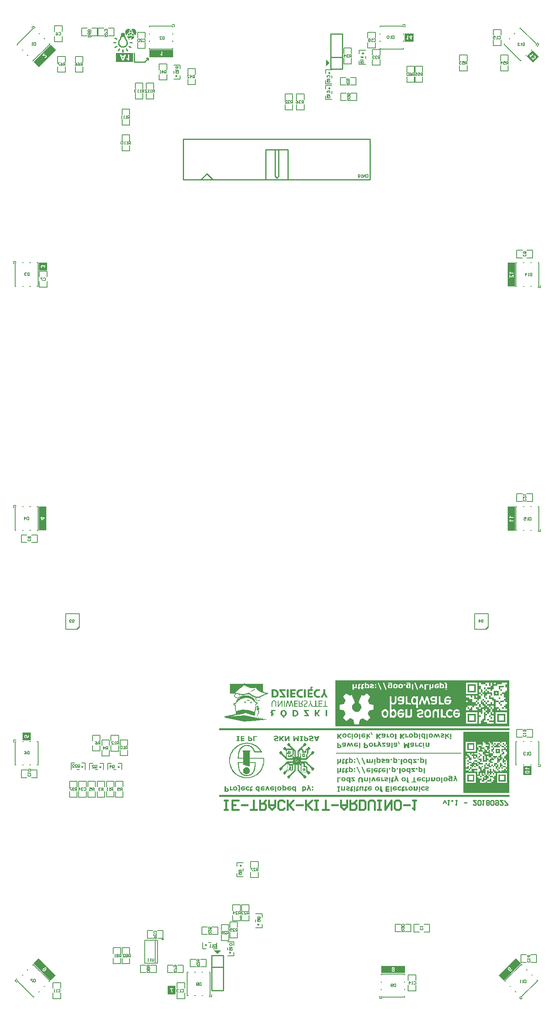
<source format=gbo>
G04*
G04 #@! TF.GenerationSoftware,Altium Limited,Altium Designer,18.1.9 (240)*
G04*
G04 Layer_Color=32896*
%FSLAX44Y44*%
%MOMM*%
G71*
G01*
G75*
%ADD10C,0.2540*%
%ADD11C,0.2000*%
%ADD12C,0.2500*%
%ADD17C,0.1500*%
%ADD168C,0.4000*%
G36*
X120540Y-1746100D02*
X128040Y-1738600D01*
X113040D01*
X120540Y-1746100D01*
Y-1746100D01*
D02*
G37*
G36*
X364500Y190000D02*
X357000Y197500D01*
Y182500D01*
X364500Y190000D01*
X364500D01*
D02*
G37*
G36*
X-286000Y-1282000D02*
X-304000D01*
Y-1265500D01*
X-286000D01*
Y-1282000D01*
D02*
G37*
G36*
X-63268Y191922D02*
X-100000D01*
Y211000D01*
X-63268D01*
Y191922D01*
D02*
G37*
G36*
X547547Y236000D02*
X528000D01*
Y254000D01*
X547547D01*
Y236000D01*
D02*
G37*
G36*
X768000Y-826500D02*
X752165D01*
Y-774500D01*
X768000D01*
Y-826500D01*
D02*
G37*
G36*
X768000Y-296000D02*
X752165D01*
Y-244000D01*
X768000D01*
Y-296000D01*
D02*
G37*
G36*
X755827Y-1251328D02*
X657500D01*
Y-1251497D01*
X377000D01*
Y-1176500D01*
D01*
Y-1151500D01*
X755827D01*
Y-1251328D01*
D02*
G37*
G36*
X780800Y-1767000D02*
X744031Y-1803770D01*
X732833Y-1792572D01*
X769603Y-1755803D01*
X780800Y-1767000D01*
D02*
G37*
G36*
X-231803Y-1792365D02*
X-243000Y-1803562D01*
X-279769Y-1766792D01*
X-268573Y-1755595D01*
X-231803Y-1792365D01*
D02*
G37*
G36*
X819636Y203283D02*
X806908Y190555D01*
X793272Y204191D01*
X806000Y216919D01*
X819636Y203283D01*
D02*
G37*
G36*
X529000Y-1788000D02*
X477000D01*
Y-1772165D01*
X529000D01*
Y-1788000D01*
D02*
G37*
G36*
X341081Y-1171117D02*
X341948Y-1171334D01*
X342706Y-1171442D01*
X343248Y-1171659D01*
X343573Y-1171767D01*
X343789Y-1171876D01*
X343898D01*
X343139Y-1175017D01*
X341731Y-1174692D01*
X340756Y-1174584D01*
X340106Y-1174475D01*
X339564D01*
X338698Y-1174584D01*
X337939Y-1174692D01*
X336748Y-1175342D01*
X335773Y-1176209D01*
X335123Y-1177184D01*
X334689Y-1178159D01*
X334473Y-1178917D01*
X334256Y-1179567D01*
Y-1179675D01*
Y-1179784D01*
Y-1180867D01*
X334365Y-1181625D01*
X334473Y-1182384D01*
X335123Y-1183575D01*
X335989Y-1184550D01*
X336964Y-1185200D01*
X337939Y-1185634D01*
X338698Y-1185850D01*
X339348Y-1186067D01*
X339564D01*
X340973Y-1185959D01*
X342164Y-1185742D01*
X342598Y-1185634D01*
X342923Y-1185525D01*
X343031Y-1185417D01*
X343139D01*
X344006Y-1188559D01*
X343789Y-1188775D01*
X343248Y-1189100D01*
X342598Y-1189209D01*
X341731Y-1189425D01*
X340973Y-1189533D01*
X340214D01*
X339781Y-1189642D01*
X339564D01*
X336748Y-1189317D01*
X335556Y-1188775D01*
X334473Y-1188234D01*
X333498Y-1187584D01*
X332740Y-1186934D01*
X332090Y-1186175D01*
X331548Y-1185417D01*
X330681Y-1184009D01*
X330140Y-1182600D01*
X329923Y-1181517D01*
X329815Y-1181084D01*
Y-1180759D01*
Y-1180542D01*
Y-1180434D01*
Y-1179567D01*
X329923Y-1178484D01*
X330140Y-1177509D01*
Y-1177076D01*
X330248Y-1176859D01*
X330356Y-1176642D01*
Y-1176534D01*
X330898Y-1175559D01*
X331440Y-1174692D01*
X331981Y-1173934D01*
X332740Y-1173392D01*
X334148Y-1172309D01*
X335556Y-1171659D01*
X336856Y-1171334D01*
X337939Y-1171117D01*
X338373Y-1171009D01*
X340106D01*
X341081Y-1171117D01*
D02*
G37*
G36*
X303707D02*
X304573Y-1171334D01*
X305332Y-1171442D01*
X305874Y-1171659D01*
X306199Y-1171767D01*
X306415Y-1171876D01*
X306523D01*
X305765Y-1175017D01*
X304357Y-1174692D01*
X303382Y-1174584D01*
X302732Y-1174475D01*
X302299D01*
X301324Y-1174584D01*
X300565Y-1174800D01*
X299807Y-1175126D01*
X299157Y-1175451D01*
X298182Y-1176317D01*
X297532Y-1177292D01*
X297207Y-1178267D01*
X296990Y-1179025D01*
X296882Y-1179567D01*
Y-1179784D01*
Y-1181192D01*
X296990Y-1181950D01*
X297099Y-1182600D01*
X297749Y-1183792D01*
X298615Y-1184550D01*
X299590Y-1185200D01*
X300565Y-1185634D01*
X301432Y-1185850D01*
X302082Y-1186067D01*
X302299D01*
X303490Y-1185959D01*
X304573Y-1185742D01*
X305115Y-1185634D01*
X305440Y-1185525D01*
X305657Y-1185417D01*
X305765D01*
X306632Y-1188667D01*
X305007Y-1189209D01*
X303598Y-1189533D01*
X303057Y-1189642D01*
X302190D01*
X299374Y-1189317D01*
X298182Y-1188775D01*
X297099Y-1188234D01*
X296124Y-1187584D01*
X295365Y-1186934D01*
X294715Y-1186175D01*
X294174Y-1185417D01*
X293307Y-1184009D01*
X292765Y-1182600D01*
X292549Y-1181517D01*
X292440Y-1181084D01*
Y-1180759D01*
Y-1180542D01*
Y-1180434D01*
Y-1179567D01*
Y-1179242D01*
X292549Y-1178700D01*
X292657Y-1177834D01*
X292765Y-1177292D01*
Y-1176967D01*
X292874Y-1176750D01*
Y-1176642D01*
X293415Y-1175667D01*
X293957Y-1174800D01*
X294607Y-1174042D01*
X295257Y-1173392D01*
X296665Y-1172417D01*
X298182Y-1171767D01*
X299482Y-1171334D01*
X300565Y-1171117D01*
X300999Y-1171009D01*
X302732D01*
X303707Y-1171117D01*
D02*
G37*
G36*
X354839Y-1178484D02*
X354947Y-1178700D01*
X355056Y-1179025D01*
X355381Y-1179675D01*
X355706Y-1180325D01*
X356247Y-1181192D01*
X356681Y-1182059D01*
X357764Y-1184117D01*
X358847Y-1185959D01*
X359389Y-1186934D01*
X359822Y-1187692D01*
X360147Y-1188342D01*
X360472Y-1188884D01*
X360581Y-1189209D01*
X360689Y-1189317D01*
X356247D01*
X356031Y-1189100D01*
X355814Y-1188667D01*
X355381Y-1187692D01*
X354839Y-1186392D01*
X354297Y-1185092D01*
X353756Y-1183792D01*
X353431Y-1182709D01*
X353214Y-1182275D01*
X353106Y-1181950D01*
X352998Y-1181734D01*
Y-1181625D01*
X352889D01*
X352347Y-1183034D01*
X351914Y-1184117D01*
X351589Y-1185200D01*
X351156Y-1186067D01*
X350831Y-1186825D01*
X350614Y-1187475D01*
X350397Y-1187909D01*
X350181Y-1188342D01*
X349856Y-1188884D01*
X349639Y-1189209D01*
X349531Y-1189317D01*
X345198D01*
X346173Y-1187475D01*
X347039Y-1185850D01*
X347689Y-1184334D01*
X348339Y-1183142D01*
X348881Y-1182059D01*
X349314Y-1181192D01*
X349639Y-1180434D01*
X349964Y-1179784D01*
X350181Y-1179350D01*
X350289Y-1178917D01*
X350506Y-1178484D01*
X350614Y-1178267D01*
Y-1171442D01*
X354839D01*
Y-1178484D01*
D02*
G37*
G36*
X326348Y-1165701D02*
X327323Y-1165917D01*
X327865Y-1166134D01*
X328081Y-1166242D01*
X327973Y-1167001D01*
X327865Y-1167542D01*
X327756Y-1167976D01*
X327648Y-1168084D01*
X326565D01*
X326240Y-1168192D01*
X325915Y-1168409D01*
X325590Y-1168517D01*
X325481Y-1168626D01*
X325806Y-1169601D01*
X326131Y-1170251D01*
X326565Y-1170792D01*
X326998Y-1171117D01*
X327431Y-1171334D01*
X327756Y-1171442D01*
X328081D01*
Y-1174692D01*
X320715D01*
Y-1178809D01*
X327323D01*
Y-1181950D01*
X327215Y-1182167D01*
X327106Y-1182275D01*
X326998Y-1182384D01*
X320715D01*
Y-1185742D01*
X327648D01*
Y-1189317D01*
X316598D01*
Y-1171442D01*
X324181D01*
X323640Y-1170792D01*
X323206Y-1170251D01*
X322990Y-1169709D01*
X322773Y-1169276D01*
X322556Y-1168517D01*
Y-1168409D01*
Y-1168301D01*
Y-1167542D01*
X322665Y-1167001D01*
X322990Y-1166459D01*
X323315Y-1166134D01*
X323856Y-1165917D01*
X324290Y-1165809D01*
X324615Y-1165701D01*
X324940Y-1165592D01*
X325265D01*
X326348Y-1165701D01*
D02*
G37*
G36*
X313023Y-1189317D02*
X309232D01*
X309015Y-1189209D01*
X308907Y-1189100D01*
Y-1188992D01*
Y-1188884D01*
Y-1171442D01*
X313023D01*
Y-1189317D01*
D02*
G37*
G36*
X290707Y-1174692D02*
X283341D01*
Y-1178809D01*
X289949D01*
Y-1181950D01*
X289841Y-1182167D01*
X289732Y-1182275D01*
X289624Y-1182384D01*
X283341D01*
Y-1185742D01*
X289949D01*
X290166Y-1185850D01*
X290274Y-1185959D01*
Y-1186067D01*
Y-1189317D01*
X279224D01*
Y-1171442D01*
X290707D01*
Y-1174692D01*
D02*
G37*
G36*
X275649Y-1189317D02*
X271533D01*
Y-1171442D01*
X275649D01*
Y-1189317D01*
D02*
G37*
G36*
X269149Y-1174800D02*
X260808D01*
X262216Y-1176859D01*
X263516Y-1178700D01*
X264599Y-1180325D01*
X265466Y-1181734D01*
X266333Y-1182925D01*
X266983Y-1183900D01*
X267524Y-1184767D01*
X267958Y-1185417D01*
X268283Y-1185959D01*
X268499Y-1186392D01*
X268824Y-1186934D01*
X268933Y-1187259D01*
Y-1189317D01*
X255933D01*
Y-1185742D01*
X263624D01*
X261241Y-1182384D01*
X260158Y-1180867D01*
X259291Y-1179567D01*
X258533Y-1178375D01*
X257775Y-1177401D01*
X257233Y-1176534D01*
X256691Y-1175776D01*
X256366Y-1175126D01*
X256041Y-1174584D01*
X255608Y-1173826D01*
X255391Y-1173392D01*
X255283Y-1173176D01*
Y-1171442D01*
X269149D01*
Y-1174800D01*
D02*
G37*
G36*
X245208Y-1171334D02*
X246616Y-1171551D01*
X247266Y-1171659D01*
X247700Y-1171767D01*
X248025Y-1171876D01*
X248133D01*
X249108Y-1172417D01*
X250083Y-1172959D01*
X250841Y-1173609D01*
X251491Y-1174259D01*
X252466Y-1175667D01*
X253116Y-1177184D01*
X253550Y-1178484D01*
X253766Y-1179567D01*
X253875Y-1180000D01*
Y-1180325D01*
Y-1180542D01*
Y-1180650D01*
X253766Y-1181950D01*
X253658Y-1183034D01*
X253550Y-1183359D01*
X253441Y-1183684D01*
X253333Y-1183900D01*
Y-1184009D01*
X252900Y-1184984D01*
X252358Y-1185850D01*
X251708Y-1186500D01*
X250950Y-1187150D01*
X249325Y-1188125D01*
X247700Y-1188775D01*
X246075Y-1189100D01*
X244775Y-1189317D01*
X244342Y-1189425D01*
X241850D01*
X240008Y-1189317D01*
X239142Y-1189209D01*
X238492D01*
X238058Y-1189100D01*
X237950D01*
Y-1171442D01*
X239142Y-1171334D01*
X240008Y-1171226D01*
X243583D01*
X245208Y-1171334D01*
D02*
G37*
G36*
X306523Y-1196683D02*
X306307Y-1197658D01*
X305982Y-1198525D01*
X305765Y-1199283D01*
X305440Y-1199933D01*
X305224Y-1200367D01*
X304790Y-1201233D01*
X304465Y-1201667D01*
X304249Y-1201883D01*
X304140Y-1201992D01*
X304032D01*
Y-1202425D01*
X304790Y-1202750D01*
X305332Y-1203183D01*
X305765Y-1203725D01*
X305982Y-1204267D01*
X306199Y-1204700D01*
X306307Y-1205133D01*
Y-1205350D01*
Y-1205458D01*
Y-1206000D01*
X306090Y-1207083D01*
X305657Y-1207841D01*
X305007Y-1208492D01*
X304357Y-1208925D01*
X303598Y-1209141D01*
X302948Y-1209358D01*
X302515Y-1209466D01*
X299590D01*
X297749Y-1209358D01*
Y-1195492D01*
X299590D01*
Y-1201450D01*
X301974D01*
X302082Y-1201342D01*
X302190D01*
X302407Y-1201233D01*
X302732Y-1201125D01*
X303165Y-1200475D01*
X303707Y-1199500D01*
X304032Y-1198417D01*
X304465Y-1197333D01*
X304682Y-1196358D01*
X304790Y-1195708D01*
X304898Y-1195600D01*
Y-1195492D01*
X306849D01*
X306523Y-1196683D01*
D02*
G37*
G36*
X262216Y-1209466D02*
X260808D01*
X260375Y-1209358D01*
Y-1207841D01*
Y-1206108D01*
X260483Y-1204267D01*
Y-1202533D01*
Y-1201017D01*
X260591Y-1199717D01*
Y-1199175D01*
Y-1198850D01*
Y-1198633D01*
Y-1198525D01*
Y-1198308D01*
X260375D01*
X259508Y-1200042D01*
X258533Y-1201883D01*
X257449Y-1203833D01*
X256258Y-1205566D01*
X255283Y-1207083D01*
X254416Y-1208383D01*
X254091Y-1208817D01*
X253875Y-1209141D01*
X253766Y-1209358D01*
X253658Y-1209466D01*
X251816D01*
Y-1195492D01*
X253333D01*
X253658Y-1195708D01*
Y-1196358D01*
Y-1197008D01*
Y-1198633D01*
X253550Y-1200475D01*
Y-1202208D01*
Y-1203833D01*
X253441Y-1205241D01*
Y-1205675D01*
Y-1206108D01*
Y-1206325D01*
Y-1206433D01*
Y-1206758D01*
X253658D01*
X253766Y-1206433D01*
X253875Y-1206108D01*
X253983Y-1205891D01*
Y-1205783D01*
X255066Y-1204050D01*
X255933Y-1202533D01*
X256800Y-1201125D01*
X257449Y-1200042D01*
X258099Y-1199067D01*
X258641Y-1198200D01*
X259074Y-1197550D01*
X259508Y-1196900D01*
X259833Y-1196467D01*
X260049Y-1196142D01*
X260375Y-1195708D01*
X260591Y-1195492D01*
X262216D01*
Y-1209466D01*
D02*
G37*
G36*
X285941D02*
X284316D01*
X284207Y-1209358D01*
X284099Y-1209250D01*
X283882Y-1208600D01*
X283557Y-1207625D01*
X283232Y-1206542D01*
X283016Y-1205458D01*
X282691Y-1204483D01*
X282582Y-1203833D01*
X282474Y-1203725D01*
Y-1203617D01*
X282257Y-1202642D01*
X282041Y-1201883D01*
X281932Y-1201125D01*
X281716Y-1200475D01*
X281499Y-1199500D01*
X281282Y-1198850D01*
X281174Y-1198525D01*
X281066Y-1198308D01*
X280957Y-1198200D01*
Y-1198525D01*
X280524Y-1200475D01*
X280199Y-1202100D01*
X279874Y-1203617D01*
X279549Y-1204808D01*
X279332Y-1205891D01*
X279116Y-1206758D01*
X278899Y-1207516D01*
X278791Y-1208058D01*
X278574Y-1208600D01*
X278466Y-1208925D01*
X278357Y-1209250D01*
X278249Y-1209466D01*
X276624D01*
X276082Y-1207625D01*
X275649Y-1206000D01*
X275324Y-1204592D01*
X274891Y-1203400D01*
X274674Y-1202208D01*
X274457Y-1201342D01*
X274241Y-1200475D01*
X274024Y-1199825D01*
X273916Y-1199283D01*
X273808Y-1198742D01*
X273699Y-1198200D01*
Y-1197875D01*
Y-1197767D01*
X273482D01*
Y-1197983D01*
X273374Y-1198525D01*
X273266Y-1199175D01*
X273049Y-1199933D01*
X272941Y-1200800D01*
X272724Y-1201775D01*
X272291Y-1203942D01*
X271749Y-1206000D01*
X271533Y-1206867D01*
X271424Y-1207733D01*
X271208Y-1208492D01*
X271099Y-1209033D01*
X270991Y-1209358D01*
Y-1209466D01*
X268933D01*
X272399Y-1195492D01*
X274349D01*
X275107Y-1198200D01*
X275758Y-1200475D01*
X276299Y-1202425D01*
X276732Y-1204050D01*
X277057Y-1205350D01*
X277274Y-1206217D01*
X277382Y-1206758D01*
Y-1206975D01*
X277491D01*
Y-1206650D01*
X277599Y-1206108D01*
X277707Y-1205458D01*
X277924Y-1204700D01*
X278357Y-1202858D01*
X278791Y-1200800D01*
X279224Y-1198850D01*
X279441Y-1197875D01*
X279657Y-1197117D01*
X279874Y-1196467D01*
X279982Y-1195925D01*
X280091Y-1195600D01*
Y-1195492D01*
X282041D01*
X285941Y-1209466D01*
D02*
G37*
G36*
X355922Y-1207841D02*
X360147D01*
Y-1209466D01*
X349856D01*
X349748Y-1209358D01*
Y-1209250D01*
Y-1209141D01*
Y-1207841D01*
X354189D01*
Y-1195492D01*
X355922D01*
Y-1207841D01*
D02*
G37*
G36*
X348881Y-1197117D02*
X342814D01*
Y-1201992D01*
X348339D01*
Y-1203292D01*
X348231Y-1203508D01*
X348123Y-1203617D01*
X342814D01*
Y-1207841D01*
X348664D01*
Y-1209141D01*
Y-1209358D01*
X348556Y-1209466D01*
X340973D01*
Y-1195492D01*
X348881D01*
Y-1197117D01*
D02*
G37*
G36*
X335340Y-1207841D02*
X339564D01*
Y-1209466D01*
X329165D01*
Y-1207841D01*
X333281D01*
Y-1195492D01*
X335340D01*
Y-1207841D01*
D02*
G37*
G36*
X323856Y-1200908D02*
X323965Y-1201125D01*
X324073Y-1201450D01*
X324290Y-1201883D01*
X324615Y-1202425D01*
X325373Y-1203833D01*
X326240Y-1205350D01*
X327106Y-1206867D01*
X327865Y-1208167D01*
X328190Y-1208708D01*
X328406Y-1209141D01*
X328623Y-1209358D01*
Y-1209466D01*
X326348D01*
X325806Y-1208275D01*
X325373Y-1207300D01*
X324940Y-1206433D01*
X324506Y-1205675D01*
X324181Y-1205133D01*
X323965Y-1204592D01*
X323531Y-1203833D01*
X323206Y-1203292D01*
X323098Y-1203075D01*
X322990Y-1202967D01*
X319848Y-1209466D01*
X317682D01*
X318440Y-1208058D01*
X319090Y-1206758D01*
X319740Y-1205675D01*
X320173Y-1204700D01*
X320606Y-1203942D01*
X320932Y-1203292D01*
X321256Y-1202642D01*
X321473Y-1202208D01*
X321798Y-1201558D01*
X321907Y-1201125D01*
X322015Y-1200908D01*
Y-1195492D01*
X323856D01*
Y-1200908D01*
D02*
G37*
G36*
X295474Y-1195600D02*
X295582Y-1195708D01*
Y-1195817D01*
Y-1197117D01*
X289515D01*
Y-1201992D01*
X294824D01*
Y-1203617D01*
X289515D01*
Y-1207841D01*
X295257D01*
Y-1209466D01*
X287565D01*
Y-1195492D01*
X295257D01*
X295474Y-1195600D01*
D02*
G37*
G36*
X267091Y-1209466D02*
X265358D01*
Y-1195492D01*
X267091D01*
Y-1209466D01*
D02*
G37*
G36*
X245641Y-1195708D02*
X246725Y-1196467D01*
X247591Y-1197333D01*
X248133Y-1198308D01*
X248458Y-1199175D01*
X248566Y-1199933D01*
X248675Y-1200475D01*
Y-1200692D01*
Y-1209466D01*
X246941D01*
Y-1202533D01*
Y-1201558D01*
X246833Y-1200692D01*
X246616Y-1199933D01*
X246508Y-1199283D01*
X245966Y-1198308D01*
X245425Y-1197658D01*
X244775Y-1197225D01*
X244342Y-1197008D01*
X243908Y-1196900D01*
X242825D01*
X241958Y-1197225D01*
X241416Y-1197875D01*
X240983Y-1198525D01*
X240658Y-1199283D01*
X240442Y-1200042D01*
X240333Y-1200692D01*
Y-1201125D01*
Y-1201342D01*
Y-1209466D01*
X238492D01*
Y-1200367D01*
Y-1199717D01*
X238600Y-1199392D01*
X238708Y-1199175D01*
Y-1199067D01*
X239142Y-1197767D01*
X239792Y-1196900D01*
X240550Y-1196250D01*
X241308Y-1195708D01*
X242066Y-1195492D01*
X242717Y-1195383D01*
X243150Y-1195275D01*
X244125D01*
X245641Y-1195708D01*
D02*
G37*
G36*
X312698Y-1195383D02*
X313457Y-1195600D01*
X314540Y-1196033D01*
X315407Y-1196683D01*
X316057Y-1197333D01*
X316382Y-1197983D01*
X316490Y-1198525D01*
X316598Y-1198958D01*
Y-1199067D01*
Y-1199608D01*
X316490Y-1200258D01*
X316273Y-1200800D01*
X315732Y-1201775D01*
X315298Y-1202208D01*
X315082Y-1202533D01*
X314865Y-1202642D01*
X314757Y-1202750D01*
X313348Y-1203292D01*
X312265Y-1203833D01*
X311507Y-1204375D01*
X310965Y-1204808D01*
X310640Y-1205241D01*
X310532Y-1205458D01*
X310423Y-1205675D01*
Y-1205783D01*
Y-1206217D01*
X310532Y-1206758D01*
X310748Y-1207191D01*
X311507Y-1207733D01*
X312157Y-1207950D01*
X312373Y-1208058D01*
X312915D01*
X313782Y-1207950D01*
X314648Y-1207841D01*
X315298Y-1207625D01*
X315515Y-1207516D01*
X315623D01*
X315732Y-1207841D01*
X315840Y-1208275D01*
X315948Y-1208708D01*
X316057Y-1208925D01*
X315623Y-1209141D01*
X315190Y-1209358D01*
X314107Y-1209575D01*
X313673Y-1209683D01*
X312698D01*
X311398Y-1209466D01*
X310423Y-1209033D01*
X309665Y-1208492D01*
X309123Y-1207733D01*
X308690Y-1206975D01*
X308473Y-1206433D01*
X308365Y-1206000D01*
Y-1205783D01*
X308473Y-1205350D01*
X308582Y-1204808D01*
X309015Y-1203942D01*
X309448Y-1203292D01*
X309665Y-1203183D01*
Y-1203075D01*
X310532Y-1202642D01*
X311290Y-1202317D01*
X312482Y-1201667D01*
X313348Y-1201125D01*
X313890Y-1200692D01*
X314323Y-1200367D01*
X314432Y-1200150D01*
X314540Y-1200042D01*
Y-1198308D01*
X314432Y-1197983D01*
X314215Y-1197767D01*
X313457Y-1197333D01*
X312698Y-1197008D01*
X312482Y-1196900D01*
X311832D01*
X310640Y-1197008D01*
X309557Y-1197333D01*
X309123Y-1197550D01*
X308798Y-1197658D01*
X308690Y-1197767D01*
X308582D01*
Y-1197658D01*
X308473Y-1197550D01*
X308365Y-1197117D01*
X308257Y-1196575D01*
X308148Y-1196467D01*
Y-1196358D01*
X308365Y-1196033D01*
X308907Y-1195817D01*
X309448Y-1195600D01*
X310098Y-1195492D01*
X310748Y-1195383D01*
X311290Y-1195275D01*
X311832D01*
X312698Y-1195383D01*
D02*
G37*
G36*
X246400Y-1219000D02*
X240875D01*
Y-1223008D01*
X240983Y-1223116D01*
X241308Y-1223333D01*
X241633Y-1223658D01*
X242175Y-1223983D01*
X242608Y-1224416D01*
X242933Y-1224633D01*
X243258Y-1224849D01*
X243367Y-1224958D01*
Y-1227233D01*
X242283Y-1226366D01*
X241525Y-1225933D01*
X240983Y-1225608D01*
X240875Y-1225499D01*
Y-1230049D01*
X237517D01*
Y-1223116D01*
X236975Y-1222899D01*
X236650Y-1222683D01*
X236217Y-1222358D01*
X236000Y-1222141D01*
Y-1222033D01*
Y-1220083D01*
X236325Y-1220191D01*
X236867Y-1220624D01*
X237300Y-1220949D01*
X237517Y-1221058D01*
Y-1216183D01*
X246400D01*
Y-1219000D01*
D02*
G37*
G36*
X339348Y-1224091D02*
Y-1224200D01*
X343681Y-1229833D01*
Y-1230049D01*
X340106D01*
X339456Y-1229399D01*
X338806Y-1228533D01*
X338156Y-1227558D01*
X337506Y-1226583D01*
X336964Y-1225716D01*
X336531Y-1224958D01*
X336206Y-1224416D01*
X336098Y-1224200D01*
X335881D01*
Y-1230049D01*
X332631D01*
Y-1216183D01*
X335881D01*
Y-1220841D01*
X336423Y-1221383D01*
X336640Y-1221816D01*
X336748Y-1221925D01*
Y-1222033D01*
X337181D01*
Y-1221925D01*
X337290Y-1221708D01*
X337615Y-1221058D01*
X338156Y-1220083D01*
X338698Y-1219000D01*
X339239Y-1218025D01*
X339781Y-1217050D01*
X340106Y-1216400D01*
X340214Y-1216291D01*
Y-1216183D01*
X344006D01*
X339348Y-1224091D01*
D02*
G37*
G36*
X359606Y-1230049D02*
X356247D01*
Y-1216183D01*
X359606D01*
Y-1230049D01*
D02*
G37*
G36*
X319632Y-1219000D02*
X313240D01*
Y-1219108D01*
X319632Y-1228424D01*
Y-1230049D01*
X309448D01*
Y-1227558D01*
X315298D01*
Y-1227341D01*
X314107Y-1225716D01*
X313132Y-1224200D01*
X312265Y-1223008D01*
X311507Y-1221816D01*
X310857Y-1220841D01*
X310315Y-1220083D01*
X309882Y-1219325D01*
X309557Y-1218783D01*
X309232Y-1218350D01*
X309015Y-1218025D01*
X308798Y-1217483D01*
X308690Y-1217375D01*
Y-1217266D01*
Y-1216183D01*
X319632D01*
Y-1219000D01*
D02*
G37*
G36*
X289732Y-1216183D02*
X291140Y-1216400D01*
X291682Y-1216508D01*
X292115Y-1216616D01*
X292332Y-1216725D01*
X292440D01*
X293849Y-1217591D01*
X294932Y-1218566D01*
X295690Y-1219758D01*
X296124Y-1220841D01*
X296449Y-1221925D01*
X296557Y-1222791D01*
X296665Y-1223333D01*
Y-1223549D01*
Y-1224091D01*
X296557Y-1224633D01*
Y-1224958D01*
X296449Y-1225174D01*
X296340Y-1225391D01*
Y-1225499D01*
X296015Y-1226366D01*
X295690Y-1227124D01*
X294607Y-1228208D01*
X293415Y-1229074D01*
X292007Y-1229724D01*
X290816Y-1230049D01*
X289732Y-1230158D01*
X289299Y-1230266D01*
X287024D01*
X286049Y-1230158D01*
X285291Y-1230049D01*
X284857D01*
X284532Y-1229941D01*
X284424Y-1229833D01*
X284316Y-1229724D01*
Y-1216183D01*
X285507Y-1216075D01*
X288107D01*
X289732Y-1216183D01*
D02*
G37*
G36*
X264599Y-1215966D02*
X264924D01*
X265574Y-1216075D01*
X266224Y-1216183D01*
X266441D01*
X267308Y-1216508D01*
X267958Y-1216941D01*
X269149Y-1217916D01*
X270016Y-1219108D01*
X270558Y-1220191D01*
X270883Y-1221274D01*
X270991Y-1222141D01*
X271099Y-1222791D01*
Y-1222899D01*
Y-1223008D01*
Y-1224416D01*
X270883Y-1225499D01*
X270449Y-1226474D01*
X270124Y-1227233D01*
X269583Y-1227883D01*
X268499Y-1228966D01*
X267308Y-1229724D01*
X266224Y-1230158D01*
X265249Y-1230374D01*
X264599Y-1230483D01*
X264383D01*
X263083Y-1230266D01*
X262108Y-1229941D01*
X261349Y-1229508D01*
X260591Y-1229074D01*
X260049Y-1228533D01*
X259074Y-1227449D01*
X258424Y-1226366D01*
X258099Y-1225283D01*
X257883Y-1224416D01*
X257775Y-1223875D01*
Y-1223766D01*
Y-1223658D01*
Y-1221708D01*
X258099Y-1220733D01*
X258533Y-1219758D01*
X258966Y-1219000D01*
X259400Y-1218350D01*
X260483Y-1217266D01*
X261674Y-1216616D01*
X262649Y-1216183D01*
X263516Y-1215966D01*
X264166Y-1215858D01*
X264383D01*
X264599Y-1215966D01*
D02*
G37*
G36*
X266333Y-1231566D02*
X266983Y-1232216D01*
X267416Y-1232649D01*
X267741Y-1232974D01*
X267958Y-1233191D01*
X268066Y-1233299D01*
Y-1233408D01*
X264599D01*
X263083Y-1231024D01*
Y-1230808D01*
X265466D01*
X266333Y-1231566D01*
D02*
G37*
G36*
X-250000Y-261000D02*
X-268000D01*
Y-244500D01*
X-250000D01*
Y-261000D01*
D02*
G37*
G36*
X-67275Y261295D02*
X-66608Y260379D01*
X-66192Y259463D01*
X-65858Y258629D01*
X-65692Y257880D01*
X-65525Y257297D01*
Y256963D01*
Y256797D01*
Y256713D01*
X-65609Y256630D01*
X-66608Y256880D01*
X-67358Y256963D01*
X-67691Y257047D01*
X-68108D01*
X-69024Y256963D01*
X-69857Y256797D01*
X-70107D01*
X-70357Y256713D01*
X-70524Y256630D01*
X-70607D01*
X-70774Y256713D01*
X-70690Y257796D01*
X-70357Y258879D01*
X-69941Y259796D01*
X-69441Y260629D01*
X-68941Y261295D01*
X-68524Y261795D01*
X-68191Y262129D01*
X-68108Y262212D01*
X-67275Y261295D01*
D02*
G37*
G36*
Y255464D02*
X-66442Y255297D01*
X-66108D01*
X-65858Y255214D01*
X-65775Y255130D01*
X-65692D01*
X-65775Y254631D01*
X-65942Y254047D01*
X-66192Y253547D01*
X-66275Y253464D01*
Y253381D01*
X-66775Y252464D01*
X-67358Y251631D01*
X-67691Y251381D01*
X-67858Y251131D01*
X-68025Y250965D01*
X-68108Y250881D01*
X-68358Y251048D01*
X-68691Y251298D01*
X-68941Y251631D01*
X-69108Y251715D01*
X-69524Y252381D01*
X-69857Y252964D01*
X-70357Y254047D01*
X-70441Y254464D01*
X-70524Y254797D01*
X-70607Y254964D01*
Y255047D01*
X-70524Y255130D01*
X-70191Y255297D01*
X-69857Y255380D01*
X-69358D01*
X-68941Y255464D01*
X-68524Y255547D01*
X-68191D01*
X-67275Y255464D01*
D02*
G37*
G36*
X-62026Y263795D02*
X-61443Y263711D01*
X-60943Y263545D01*
X-60443Y263378D01*
X-60110Y263295D01*
X-59943Y263128D01*
X-59860D01*
X-59194Y262628D01*
X-58527Y262129D01*
X-57527Y261045D01*
X-56861Y259962D01*
X-56361Y258963D01*
X-56028Y257963D01*
X-55944Y257213D01*
X-55861Y256713D01*
Y256630D01*
Y256547D01*
Y255797D01*
X-56028Y255130D01*
X-56444Y253881D01*
X-57027Y252798D01*
X-57611Y251798D01*
X-58277Y251131D01*
X-58860Y250548D01*
X-59277Y250215D01*
X-59360Y250132D01*
X-59527D01*
Y250382D01*
Y250465D01*
X-59860Y251465D01*
X-60360Y252381D01*
X-60860Y253214D01*
X-61443Y253881D01*
X-61943Y254464D01*
X-62276Y254880D01*
X-62609Y255130D01*
X-62693Y255214D01*
X-63193Y255547D01*
X-63526Y255714D01*
X-63776Y255880D01*
X-63942Y256047D01*
X-64109Y256130D01*
Y256630D01*
X-64192Y257963D01*
X-64525Y259129D01*
X-65025Y260212D01*
X-65525Y261129D01*
X-66025Y261879D01*
X-66525Y262462D01*
X-66858Y262795D01*
X-66941Y262962D01*
Y263045D01*
X-66275Y263378D01*
X-65609Y263545D01*
X-65025Y263711D01*
X-64442Y263878D01*
X-64026D01*
X-63692Y263961D01*
X-63359D01*
X-62026Y263795D01*
D02*
G37*
G36*
X-72274Y263878D02*
X-71607Y263795D01*
X-71024Y263628D01*
X-70441Y263462D01*
X-70024Y263295D01*
X-69691Y263212D01*
X-69441Y263045D01*
X-69358D01*
X-70274Y261962D01*
X-71024Y260879D01*
X-71524Y259796D01*
X-71857Y258796D01*
X-72024Y257880D01*
X-72107Y257213D01*
X-72190Y256797D01*
Y256630D01*
Y256130D01*
X-72274Y256047D01*
X-72357Y255963D01*
X-72773Y255714D01*
X-73273Y255380D01*
X-74190Y254631D01*
X-74606Y254297D01*
X-74856Y253964D01*
X-75106Y253714D01*
X-75189Y253631D01*
X-75689Y252881D01*
X-76023Y252131D01*
X-76272Y251548D01*
X-76522Y251048D01*
X-76606Y250632D01*
X-76689Y250382D01*
X-76772Y250215D01*
Y250132D01*
X-76856D01*
X-77522Y250632D01*
X-78022Y251131D01*
X-78938Y252131D01*
X-79522Y253214D01*
X-80021Y254214D01*
X-80271Y255130D01*
X-80355Y255880D01*
X-80438Y256380D01*
Y256463D01*
Y256547D01*
X-80355Y257213D01*
X-80271Y257880D01*
X-80105Y258546D01*
X-79938Y259046D01*
X-79771Y259546D01*
X-79688Y259879D01*
X-79522Y260129D01*
Y260212D01*
X-79022Y260879D01*
X-78522Y261462D01*
X-77522Y262379D01*
X-76439Y263045D01*
X-75356Y263462D01*
X-74440Y263795D01*
X-73690Y263878D01*
X-73190Y263961D01*
X-73023D01*
X-72274Y263878D01*
D02*
G37*
G36*
X-63859Y254214D02*
X-63359Y253797D01*
X-63026Y253547D01*
X-62943Y253381D01*
X-62276Y252631D01*
X-61776Y251881D01*
X-61443Y251215D01*
X-61193Y250715D01*
X-61026Y250215D01*
X-60943Y249882D01*
X-60860Y249632D01*
Y249548D01*
X-60943Y249465D01*
X-61193Y249298D01*
X-61610Y249215D01*
X-62026Y249132D01*
X-62526D01*
X-62859Y249049D01*
X-64026D01*
X-64692Y249215D01*
X-65275Y249298D01*
X-65858Y249465D01*
X-66275Y249632D01*
X-66608Y249798D01*
X-66858Y249882D01*
X-66941Y249965D01*
X-66358Y250632D01*
X-65858Y251215D01*
X-65525Y251715D01*
X-65192Y252131D01*
X-65025Y252548D01*
X-64859Y252798D01*
X-64775Y252964D01*
Y253048D01*
X-64609Y253464D01*
X-64525Y253797D01*
X-64442Y254047D01*
X-64359Y254214D01*
X-64275Y254464D01*
X-63859Y254214D01*
D02*
G37*
G36*
X-72024Y254380D02*
X-71940Y254297D01*
X-71857Y253964D01*
X-71690Y253714D01*
Y253547D01*
X-71440Y252881D01*
X-71107Y252298D01*
X-70274Y251131D01*
X-69941Y250715D01*
X-69608Y250382D01*
X-69441Y250132D01*
X-69358Y250048D01*
Y249965D01*
X-70024Y249632D01*
X-70607Y249465D01*
X-71774Y249132D01*
X-72274D01*
X-72690Y249049D01*
X-73023D01*
X-73940Y249132D01*
X-74689Y249215D01*
X-75023Y249298D01*
X-75273Y249382D01*
X-75356Y249465D01*
X-75439D01*
X-75356Y249882D01*
X-75189Y250382D01*
X-74773Y251465D01*
X-74523Y251881D01*
X-74273Y252298D01*
X-74190Y252548D01*
X-74106Y252631D01*
X-73607Y253214D01*
X-73107Y253631D01*
X-72773Y253964D01*
X-72523Y254131D01*
X-72107Y254380D01*
X-72024Y254464D01*
Y254380D01*
D02*
G37*
G36*
X-67191Y248549D02*
X-66358Y248216D01*
X-65525Y247966D01*
X-64775Y247799D01*
X-64192Y247716D01*
X-63692Y247632D01*
X-63276D01*
X-62359Y247716D01*
X-61526Y247799D01*
X-61276Y247882D01*
X-61026D01*
X-60860Y247966D01*
X-60776D01*
X-60693Y247882D01*
X-60776Y247216D01*
X-60860Y246549D01*
X-61026Y245883D01*
X-61193Y245383D01*
X-61443Y244883D01*
X-61610Y244550D01*
X-61693Y244300D01*
X-61776Y244216D01*
X-62276Y243550D01*
X-62776Y243050D01*
X-63776Y242134D01*
X-64859Y241467D01*
X-65858Y241051D01*
X-66775Y240801D01*
X-67441Y240717D01*
X-67941Y240634D01*
X-68108D01*
X-68941Y240717D01*
X-69737Y240877D01*
X-70024Y240717D01*
X-70524Y240467D01*
X-70940Y240217D01*
X-71107Y240134D01*
X-71857D01*
X-72190Y240217D01*
X-72440Y240301D01*
X-72773Y240717D01*
X-72940Y241134D01*
X-73023Y241217D01*
Y241301D01*
X-72940Y241634D01*
X-72773Y241967D01*
X-72707Y242234D01*
X-73523Y243050D01*
X-74273Y244050D01*
X-74856Y244966D01*
X-75189Y245883D01*
X-75439Y246716D01*
X-75523Y247299D01*
X-75606Y247716D01*
Y247882D01*
X-75523D01*
Y247966D01*
X-74606Y247799D01*
X-73773Y247632D01*
X-73023D01*
X-72107Y247716D01*
X-71190Y247882D01*
X-70357Y248049D01*
X-69608Y248299D01*
X-69024Y248632D01*
X-68524Y248799D01*
X-68191Y248965D01*
X-68108Y249049D01*
X-67191Y248549D01*
D02*
G37*
G36*
X-101932Y244800D02*
X-101433Y244550D01*
X-100766Y244300D01*
X-100100Y243883D01*
X-99433Y243550D01*
X-98850Y243300D01*
X-98517Y243050D01*
X-98350Y242967D01*
X-97850Y242550D01*
X-97517Y242050D01*
X-97350Y241717D01*
X-97267Y241551D01*
X-97350Y241051D01*
X-97517Y240717D01*
X-97684Y240467D01*
X-97850Y240301D01*
X-98267Y240134D01*
X-98850D01*
X-99350Y240217D01*
X-99933Y240467D01*
X-100350Y240801D01*
X-100433Y240884D01*
X-100516D01*
X-101599Y241384D01*
X-102349Y241884D01*
X-102932Y242384D01*
X-103265Y242800D01*
X-103516Y243217D01*
X-103599Y243467D01*
X-103682Y243633D01*
Y243717D01*
X-103599Y243967D01*
X-103432Y244216D01*
X-103016Y244633D01*
X-102516Y244800D01*
X-102432Y244883D01*
X-102349D01*
X-101932Y244800D01*
D02*
G37*
G36*
X-65025Y234802D02*
X-64609Y234636D01*
X-64359Y234386D01*
X-64109Y234219D01*
X-63942Y233886D01*
Y233719D01*
Y233469D01*
X-64109Y233053D01*
X-64359Y232719D01*
X-64775Y232470D01*
X-65192Y232303D01*
X-65525Y232220D01*
X-65858Y232136D01*
X-68524D01*
X-69191Y232220D01*
X-69691Y232303D01*
X-70107Y232553D01*
X-70441Y232719D01*
X-70690Y232969D01*
X-70857Y233219D01*
X-70940Y233303D01*
Y233386D01*
X-70857Y233886D01*
X-70690Y234219D01*
X-70441Y234469D01*
X-70107Y234719D01*
X-69524Y234886D01*
X-69358Y234969D01*
X-65525D01*
X-65025Y234802D01*
D02*
G37*
G36*
X-100350D02*
X-100016Y234636D01*
X-99683Y234386D01*
X-99516Y234136D01*
X-99350Y233719D01*
Y233636D01*
Y233552D01*
Y233469D01*
X-99433Y233053D01*
X-99683Y232803D01*
X-100100Y232553D01*
X-100516Y232386D01*
X-100933Y232220D01*
X-101349Y232136D01*
X-104099D01*
X-104682Y232220D01*
X-105098Y232303D01*
X-105515Y232470D01*
X-105765Y232636D01*
X-106181Y233053D01*
X-106265Y233136D01*
Y233219D01*
Y233719D01*
X-106181Y234052D01*
X-106015Y234302D01*
X-105515Y234719D01*
X-105015Y234886D01*
X-104848Y234969D01*
X-100850D01*
X-100350Y234802D01*
D02*
G37*
G36*
X-84354Y255630D02*
X-84021Y255380D01*
X-83854Y255130D01*
X-83771Y255047D01*
X-82854Y254797D01*
X-82188Y254464D01*
X-81688Y254214D01*
X-81355Y253964D01*
X-81188Y253714D01*
X-81021Y253547D01*
Y253381D01*
X-81355Y252714D01*
X-81104Y252631D01*
X-80855Y252381D01*
X-80605Y252131D01*
X-80521Y252048D01*
Y251715D01*
X-80605Y251465D01*
X-80688Y251215D01*
X-80855Y251048D01*
X-80938Y250965D01*
X-80521Y250382D01*
Y249965D01*
X-80605Y249798D01*
X-80771Y249632D01*
X-80938Y249465D01*
X-81021Y249382D01*
X-80688Y249049D01*
X-80605Y248715D01*
X-80521Y248549D01*
Y248465D01*
X-80688Y248132D01*
X-80771Y248049D01*
X-80855Y247966D01*
X-80438Y247549D01*
X-80021Y247216D01*
X-79522Y246716D01*
X-79272Y246299D01*
X-79188Y246216D01*
X-79105Y245383D01*
X-78938Y244633D01*
X-78772Y243883D01*
X-78522Y243217D01*
X-78272Y242717D01*
X-78022Y242217D01*
X-77939Y241967D01*
X-77855Y241884D01*
X-76772Y240217D01*
X-75939Y238801D01*
X-75356Y237468D01*
X-74939Y236385D01*
X-74689Y235469D01*
X-74606Y234802D01*
X-74523Y234469D01*
Y234302D01*
Y231803D01*
X-74773Y230887D01*
X-75023Y229970D01*
X-75273Y229220D01*
X-75606Y228554D01*
X-75856Y228054D01*
X-76106Y227721D01*
X-76189Y227471D01*
X-76272Y227388D01*
X-77272Y226138D01*
X-77772Y225638D01*
X-78189Y225221D01*
X-78605Y224888D01*
X-78938Y224638D01*
X-79105Y224555D01*
X-79188Y224471D01*
X-80188Y223972D01*
X-81104Y223638D01*
X-81854Y223305D01*
X-82521Y223139D01*
X-83104Y222972D01*
X-83521D01*
X-83771Y222889D01*
X-86103D01*
X-86853Y222972D01*
X-87603Y223139D01*
X-88353Y223305D01*
X-89102Y223555D01*
X-89769Y223888D01*
X-90269Y224055D01*
X-90602Y224222D01*
X-90769Y224305D01*
X-91269Y224638D01*
X-91769Y225055D01*
X-92768Y225971D01*
X-93185Y226471D01*
X-93518Y226804D01*
X-93768Y227054D01*
X-93851Y227138D01*
X-94434Y228221D01*
X-94934Y229220D01*
X-95268Y230053D01*
X-95434Y230720D01*
X-95601Y231303D01*
X-95684Y231803D01*
Y232053D01*
Y232136D01*
Y234302D01*
X-95601Y235052D01*
X-95434Y235885D01*
X-95184Y236718D01*
X-94851Y237551D01*
X-94601Y238218D01*
X-94351Y238885D01*
X-94185Y239218D01*
X-94101Y239384D01*
X-93102Y240801D01*
X-92352Y242050D01*
X-91852Y243050D01*
X-91435Y243967D01*
X-91269Y244716D01*
X-91185Y245216D01*
X-91102Y245550D01*
Y245633D01*
X-91019Y246049D01*
X-90852Y246466D01*
X-90269Y247216D01*
X-89936Y247549D01*
X-89686Y247716D01*
X-89519Y247882D01*
X-89436Y247966D01*
X-89686Y248465D01*
X-89602Y248882D01*
X-89352Y249132D01*
X-89186Y249298D01*
X-89102Y249382D01*
X-89186Y249465D01*
X-89269Y249632D01*
X-89436Y249798D01*
X-89519Y249882D01*
Y250465D01*
X-89436Y250548D01*
X-89269Y250715D01*
X-89186Y250881D01*
X-89102Y250965D01*
X-89436Y251381D01*
X-89602Y251631D01*
X-89686Y251798D01*
Y251881D01*
X-89436Y252214D01*
X-89186Y252464D01*
X-88853Y252631D01*
X-88769Y252714D01*
X-89019Y253131D01*
Y253631D01*
X-88686Y254047D01*
X-88269Y254297D01*
X-87520Y254631D01*
X-87186Y254714D01*
X-86936Y254797D01*
X-86686D01*
X-86353Y255130D01*
X-86103Y255297D01*
X-85687Y255630D01*
X-85437Y255714D01*
X-84770D01*
X-84354Y255630D01*
D02*
G37*
G36*
X-71107Y226971D02*
X-70607Y226804D01*
X-70357Y226638D01*
X-70274Y226554D01*
X-69608Y226221D01*
X-69024Y225971D01*
X-68191Y225388D01*
X-67525Y224805D01*
X-67025Y224388D01*
X-66775Y223972D01*
X-66692Y223722D01*
X-66608Y223555D01*
Y223472D01*
X-66692Y223139D01*
X-66858Y222805D01*
X-67191Y222555D01*
X-67441Y222389D01*
X-68441D01*
X-68858Y222472D01*
X-69274Y222722D01*
X-69524Y222889D01*
X-69608Y222972D01*
X-70774Y223555D01*
X-71607Y224055D01*
X-72190Y224555D01*
X-72607Y224971D01*
X-72857Y225388D01*
X-72940Y225638D01*
X-73023Y225805D01*
Y225888D01*
X-72940Y226221D01*
X-72773Y226554D01*
X-72357Y226888D01*
X-71857Y227054D01*
X-71690D01*
X-71107Y226971D01*
D02*
G37*
G36*
X-98267D02*
X-97934Y226888D01*
X-97517Y226554D01*
X-97350Y226221D01*
X-97267Y226054D01*
X-97350Y225638D01*
X-97434Y225305D01*
X-97517Y224971D01*
X-97600Y224888D01*
X-98600Y224222D01*
X-99433Y223638D01*
X-100183Y223222D01*
X-100766Y222889D01*
X-101266Y222639D01*
X-101599Y222472D01*
X-101766Y222389D01*
X-102599D01*
X-102849Y222472D01*
X-103099Y222555D01*
X-103432Y222889D01*
X-103599Y223305D01*
X-103682Y223389D01*
Y223472D01*
X-103599Y223888D01*
X-103432Y224305D01*
X-103349Y224555D01*
X-103265Y224638D01*
X-102016Y225471D01*
X-101016Y226054D01*
X-100183Y226471D01*
X-99600Y226721D01*
X-99100Y226888D01*
X-98850Y227054D01*
X-98600D01*
X-98267Y226971D01*
D02*
G37*
G36*
X-76939Y221222D02*
X-76606Y221056D01*
X-76356Y220889D01*
X-76272Y220806D01*
X-75523Y219639D01*
X-74939Y218640D01*
X-74440Y217890D01*
X-74190Y217307D01*
X-74023Y216807D01*
X-73940Y216557D01*
X-73856Y216390D01*
Y216307D01*
X-73940Y215890D01*
X-74106Y215557D01*
X-74273Y215390D01*
X-74440Y215224D01*
X-74773Y215057D01*
X-75356D01*
X-75689Y215141D01*
X-76023Y215307D01*
X-76356Y215557D01*
X-76439Y215641D01*
X-77189Y216807D01*
X-77689Y217807D01*
X-78105Y218556D01*
X-78355Y219056D01*
X-78522Y219473D01*
X-78605Y219723D01*
Y219806D01*
Y219889D01*
Y220056D01*
X-78522Y220473D01*
X-78355Y220806D01*
X-78189Y220972D01*
X-78022Y221139D01*
X-77772Y221306D01*
X-77272D01*
X-76939Y221222D01*
D02*
G37*
G36*
X-92435D02*
X-92185Y221139D01*
X-91852Y220723D01*
X-91685Y220389D01*
X-91602Y220306D01*
Y220223D01*
Y219889D01*
X-91685Y219473D01*
X-91769Y219223D01*
X-91935Y218890D01*
X-92018Y218723D01*
X-92352Y218057D01*
X-92685Y217473D01*
X-93268Y216640D01*
X-93768Y215974D01*
X-94185Y215474D01*
X-94434Y215224D01*
X-94684Y215141D01*
X-94768Y215057D01*
X-95684D01*
X-95851Y215224D01*
X-96101Y215557D01*
X-96267Y215890D01*
X-96351Y215974D01*
Y216057D01*
Y216474D01*
X-96267Y216890D01*
X-96101Y217390D01*
X-95934Y217723D01*
X-95851Y217807D01*
X-95268Y218973D01*
X-94684Y219806D01*
X-94185Y220473D01*
X-93768Y220889D01*
X-93435Y221139D01*
X-93185Y221222D01*
X-93018Y221306D01*
X-92685D01*
X-92435Y221222D01*
D02*
G37*
G36*
X-84604Y219140D02*
X-84354Y219056D01*
X-84270Y218890D01*
X-84104Y218806D01*
X-83937Y218473D01*
X-83854Y218057D01*
X-83771Y217557D01*
X-83687Y217140D01*
Y216723D01*
Y216390D01*
Y216307D01*
Y215307D01*
X-83771Y214307D01*
X-83854Y213558D01*
X-84104Y213058D01*
X-84270Y212641D01*
X-84520Y212475D01*
X-84770Y212391D01*
X-84854Y212308D01*
X-85353D01*
X-85687Y212391D01*
X-85937Y212558D01*
X-86270Y213058D01*
X-86437Y213474D01*
X-86520Y213558D01*
Y213641D01*
Y217807D01*
X-86353Y218306D01*
X-86187Y218640D01*
X-85937Y218973D01*
X-85687Y219140D01*
X-85353Y219306D01*
X-85020D01*
X-84604Y219140D01*
D02*
G37*
G36*
X29000Y-1834000D02*
X12500D01*
Y-1816000D01*
X29000D01*
Y-1834000D01*
D02*
G37*
G36*
X755828Y-1396500D02*
X656000D01*
Y-1263500D01*
X755828D01*
Y-1396500D01*
D02*
G37*
G36*
X-252180Y-826000D02*
X-268000D01*
Y-774000D01*
X-252180D01*
Y-826000D01*
D02*
G37*
G36*
X804000Y-1338000D02*
Y-1357197D01*
X786000D01*
Y-1338000D01*
X804000D01*
D02*
G37*
G36*
X24000Y202180D02*
X-28000D01*
Y218000D01*
X24000D01*
Y202180D01*
D02*
G37*
G36*
X-231190Y218083D02*
X-268460Y180813D01*
X-279646Y192000D01*
X-242377Y229270D01*
X-231190Y218083D01*
D02*
G37*
G36*
X180264Y-1158167D02*
X180664Y-1158567D01*
X181197Y-1159100D01*
X181597Y-1159367D01*
X219195D01*
X219461Y-1159633D01*
Y-1159766D01*
Y-1175499D01*
X219728Y-1175899D01*
X220128D01*
X220261Y-1175766D01*
X220394D01*
X220928Y-1175899D01*
X221194Y-1176032D01*
X221461Y-1176165D01*
Y-1176299D01*
Y-1176432D01*
X221328D01*
X221194Y-1176565D01*
X219728D01*
Y-1176832D01*
X221061Y-1177365D01*
X222661Y-1177765D01*
X224128Y-1178165D01*
X225594Y-1178565D01*
X226794Y-1178832D01*
X227861Y-1179099D01*
X228527Y-1179232D01*
X229194D01*
X229594Y-1179099D01*
X229994Y-1178965D01*
X230127Y-1178832D01*
X230261Y-1178965D01*
Y-1179232D01*
X230394Y-1179365D01*
Y-1179499D01*
X230794Y-1179632D01*
X230927Y-1179899D01*
X231060Y-1180032D01*
Y-1180165D01*
Y-1180298D01*
X230660Y-1180965D01*
X230527Y-1181365D01*
X230394Y-1181498D01*
Y-1181632D01*
X229860Y-1181498D01*
X229461Y-1181365D01*
X229327D01*
X225861Y-1182832D01*
X222528Y-1184298D01*
X219594Y-1185498D01*
X217195Y-1186698D01*
X215061Y-1187498D01*
X214261Y-1187898D01*
X213595Y-1188298D01*
X213062Y-1188565D01*
X212662Y-1188698D01*
X212395Y-1188831D01*
X212262D01*
X212928Y-1189365D01*
X213462Y-1189898D01*
X213862Y-1190298D01*
X214128Y-1190564D01*
X214395Y-1190965D01*
Y-1191098D01*
Y-1191631D01*
X214261Y-1191764D01*
X213995D01*
X213728Y-1191231D01*
X213328Y-1190831D01*
X212928Y-1190564D01*
X212662Y-1190431D01*
X212395Y-1190564D01*
X212262D01*
X211862Y-1190431D01*
X211728Y-1190298D01*
X210928Y-1190031D01*
X210528Y-1189898D01*
X210395Y-1189764D01*
X210128D01*
X209862Y-1189631D01*
X209328Y-1189498D01*
X208795Y-1189365D01*
X208529D01*
X208395Y-1189498D01*
X208262D01*
X207195Y-1189631D01*
X206395Y-1189898D01*
X205729Y-1190164D01*
X205195Y-1190698D01*
X204795Y-1191098D01*
X204529Y-1191364D01*
X204396Y-1191631D01*
Y-1191764D01*
X204529Y-1192564D01*
X204929Y-1193364D01*
X205195Y-1193898D01*
X205329Y-1194031D01*
X205729Y-1194431D01*
X205862Y-1194698D01*
X205995Y-1194964D01*
X206395D01*
X208395Y-1195498D01*
X209729Y-1195364D01*
X210795Y-1195231D01*
X211595Y-1195098D01*
X212128Y-1194964D01*
X212528Y-1194831D01*
X212795D01*
X212928Y-1194698D01*
X213462Y-1193898D01*
X213862Y-1193231D01*
X214261Y-1192831D01*
X214528Y-1192431D01*
X214795Y-1192164D01*
X214928D01*
X214795Y-1192964D01*
X214528Y-1193631D01*
X213862Y-1194831D01*
X213062Y-1195498D01*
X212795Y-1195764D01*
X212662D01*
X211995Y-1196164D01*
X211195Y-1196298D01*
X210528Y-1196431D01*
X209595D01*
X209062Y-1196697D01*
X208929D01*
X207595Y-1196564D01*
X206395Y-1196164D01*
X205595Y-1195764D01*
X204929Y-1195364D01*
X204529Y-1194964D01*
X204129Y-1194698D01*
X203995Y-1194431D01*
Y-1194298D01*
X203329Y-1193498D01*
X203062Y-1192964D01*
X202929Y-1192431D01*
Y-1192298D01*
X203062Y-1191098D01*
X203462Y-1190298D01*
X203862Y-1189631D01*
X203995Y-1189498D01*
Y-1189231D01*
X203196Y-1189098D01*
X202262Y-1188965D01*
X200129Y-1188165D01*
X199062Y-1187765D01*
X198263Y-1187498D01*
X197729Y-1187231D01*
X197463Y-1187098D01*
X196263Y-1186565D01*
X194930Y-1185765D01*
X193463Y-1184698D01*
X192130Y-1183765D01*
X191063Y-1182698D01*
X189996Y-1181898D01*
X189463Y-1181365D01*
X189196Y-1181098D01*
X186397Y-1182032D01*
X183997Y-1182698D01*
X181864Y-1183098D01*
X180130Y-1183498D01*
X178797Y-1183632D01*
X177731Y-1183765D01*
X176131D01*
X173731Y-1183632D01*
X172531D01*
X171331Y-1183498D01*
X170264Y-1183365D01*
X169464D01*
X168931Y-1183232D01*
X168798D01*
Y-1183498D01*
X168931Y-1183898D01*
Y-1184032D01*
Y-1184298D01*
X168798Y-1184565D01*
X168664D01*
X168398Y-1184032D01*
X167998Y-1183498D01*
X167731Y-1183232D01*
X167598Y-1183098D01*
X167065Y-1182698D01*
X166398Y-1182432D01*
X165598Y-1182165D01*
X165065Y-1182032D01*
X164931Y-1181898D01*
X164798D01*
X164531Y-1181765D01*
X164132D01*
X163998Y-1181632D01*
X162132D01*
X161598Y-1181765D01*
X161198Y-1181898D01*
X160798Y-1182032D01*
X160532D01*
X159598Y-1182698D01*
X158932Y-1183498D01*
X158532Y-1184165D01*
X158399Y-1184298D01*
Y-1184432D01*
Y-1184565D01*
Y-1184831D01*
X158532Y-1185498D01*
X158665Y-1186165D01*
Y-1186298D01*
Y-1186431D01*
X159065Y-1186965D01*
X159199Y-1187365D01*
X159332Y-1187498D01*
X159732Y-1187898D01*
X159865Y-1188031D01*
X160132Y-1188165D01*
X160398Y-1188298D01*
X160665Y-1188565D01*
X160798D01*
X161465Y-1188965D01*
X162132Y-1189098D01*
X162398Y-1189231D01*
X162532D01*
X163865Y-1189098D01*
X165198Y-1188831D01*
X165731Y-1188698D01*
X166131Y-1188565D01*
X166398Y-1188431D01*
X166531D01*
X167198Y-1188165D01*
X167598Y-1187765D01*
X167865Y-1187365D01*
X167998Y-1187098D01*
X168531Y-1186165D01*
X168931Y-1185498D01*
X169198Y-1185231D01*
X169331Y-1185098D01*
X169464D01*
Y-1185631D01*
X169331Y-1186298D01*
X169198Y-1186831D01*
Y-1187098D01*
Y-1187365D01*
X169331D01*
X170664Y-1186698D01*
X172131Y-1186165D01*
X173731Y-1185631D01*
X175331Y-1185231D01*
X176664Y-1184831D01*
X177731Y-1184698D01*
X178531Y-1184432D01*
X178797D01*
X179730Y-1184565D01*
X180397Y-1184432D01*
X181864D01*
X182264Y-1184298D01*
X182397D01*
X183330Y-1184432D01*
X184530D01*
X186397Y-1184698D01*
X187730Y-1184965D01*
X188797Y-1185231D01*
X189730Y-1185498D01*
X190263Y-1185631D01*
X190530Y-1185765D01*
X190796Y-1185898D01*
X191996Y-1186165D01*
X193196Y-1186698D01*
X194130Y-1187098D01*
X194263Y-1187365D01*
X194396D01*
X195463Y-1187898D01*
X196396Y-1188565D01*
X197329Y-1189098D01*
X197463Y-1189365D01*
X197596D01*
X198929Y-1190564D01*
X199862Y-1191631D01*
X200662Y-1192431D01*
X201062Y-1193098D01*
X201329Y-1193631D01*
X201596Y-1194031D01*
Y-1194298D01*
X201862Y-1194831D01*
X202129Y-1195364D01*
X202262Y-1195764D01*
Y-1195898D01*
X202396Y-1196564D01*
X202529Y-1197097D01*
X203196Y-1198297D01*
X203729Y-1199097D01*
X203862Y-1199231D01*
X203995Y-1199364D01*
X205462D01*
X205729Y-1199497D01*
X205862D01*
X206529Y-1199631D01*
X207062Y-1199897D01*
X207329Y-1200164D01*
X207595Y-1200431D01*
X207862Y-1200831D01*
Y-1201097D01*
X207729Y-1201497D01*
X207595Y-1202030D01*
X207329Y-1202430D01*
X207195Y-1202697D01*
X206262Y-1203230D01*
X205462Y-1203764D01*
X205062Y-1204164D01*
X204929Y-1204297D01*
X204795Y-1204830D01*
X204662Y-1205363D01*
Y-1205630D01*
Y-1205763D01*
X204795Y-1206563D01*
Y-1206830D01*
Y-1206963D01*
X205062Y-1207630D01*
X205195Y-1208163D01*
X205329Y-1208430D01*
Y-1209230D01*
X205195Y-1209763D01*
X205062Y-1210030D01*
X204795Y-1210563D01*
X204662Y-1210696D01*
X204929Y-1211096D01*
X204795Y-1212696D01*
X204396Y-1214296D01*
X204262Y-1214963D01*
X203995Y-1215496D01*
X203862Y-1215763D01*
Y-1215896D01*
X203995D01*
X203862Y-1216430D01*
X203729Y-1216696D01*
Y-1216829D01*
X203196Y-1218163D01*
X202929Y-1219229D01*
X202662Y-1220029D01*
X202396Y-1220563D01*
Y-1220963D01*
X202262Y-1221096D01*
Y-1221229D01*
X202529Y-1221896D01*
X202796Y-1222162D01*
Y-1222296D01*
X202662Y-1223496D01*
X202529Y-1224562D01*
X202396Y-1225362D01*
X202262Y-1226162D01*
X202129Y-1227362D01*
X201996Y-1228162D01*
X201862Y-1228562D01*
X201729Y-1228829D01*
Y-1228962D01*
X198263Y-1227895D01*
X195329Y-1226962D01*
X192796Y-1226029D01*
X190530Y-1225362D01*
X188530Y-1224696D01*
X186930Y-1224296D01*
X185730Y-1223762D01*
X184664Y-1223496D01*
X183730Y-1223229D01*
X183197Y-1223096D01*
X182664Y-1222829D01*
X182397D01*
X181997Y-1222696D01*
X181464D01*
X180797Y-1222962D01*
X179997Y-1223229D01*
X179064Y-1223496D01*
X177864Y-1223762D01*
X175464Y-1224429D01*
X172931Y-1225096D01*
X170531Y-1225629D01*
X169464Y-1225895D01*
X168398Y-1226162D01*
X167598Y-1226295D01*
X167065Y-1226429D01*
X166665Y-1226562D01*
X166531D01*
X165998Y-1226429D01*
X165331Y-1226562D01*
X164531Y-1226695D01*
X162798Y-1226962D01*
X161998Y-1227095D01*
X161332Y-1227229D01*
X160932Y-1227362D01*
X160798D01*
X159065Y-1227762D01*
X157599Y-1228162D01*
X156399Y-1228562D01*
X155199Y-1228829D01*
X154265Y-1229229D01*
X153465Y-1229362D01*
X152799Y-1229629D01*
X152266Y-1229762D01*
X151466Y-1230029D01*
X151066Y-1230162D01*
X150799Y-1230295D01*
X151332D01*
X151732Y-1230162D01*
X152399D01*
X153865Y-1230029D01*
X155865Y-1229895D01*
X158132Y-1229629D01*
X160665Y-1229495D01*
X163465Y-1229229D01*
X166265Y-1229095D01*
X169065Y-1228829D01*
X171731Y-1228562D01*
X174264Y-1228429D01*
X176397Y-1228295D01*
X178397Y-1228162D01*
X179864Y-1228029D01*
X180397Y-1227895D01*
X181064D01*
X221461Y-1236428D01*
X221994D01*
Y-1236161D01*
X221861Y-1236028D01*
X221461Y-1235895D01*
X220928Y-1235761D01*
X220394Y-1235628D01*
X219861Y-1235495D01*
X219328Y-1235362D01*
X218928Y-1235228D01*
X218795D01*
X217061Y-1234562D01*
X215595Y-1234028D01*
X214261Y-1233628D01*
X213062Y-1233228D01*
X212128Y-1232828D01*
X211195Y-1232428D01*
X210528Y-1232162D01*
X209995Y-1232028D01*
X209062Y-1231628D01*
X208662Y-1231495D01*
X208395Y-1231362D01*
X207862Y-1231228D01*
X207462Y-1230962D01*
X207062Y-1230162D01*
X206795Y-1229362D01*
Y-1229095D01*
Y-1228962D01*
X206929Y-1228162D01*
X207062Y-1227495D01*
X207195Y-1226962D01*
Y-1226829D01*
X207995Y-1225096D01*
X208529Y-1223629D01*
X209062Y-1222429D01*
X209328Y-1221496D01*
X209462Y-1220963D01*
X209595Y-1220429D01*
Y-1220296D01*
Y-1220163D01*
Y-1219896D01*
Y-1219629D01*
X209328Y-1219229D01*
X208929Y-1218296D01*
X208529Y-1217363D01*
X208262Y-1217096D01*
Y-1216963D01*
X207462Y-1216563D01*
X206795Y-1216163D01*
X206395Y-1215763D01*
X205995Y-1215229D01*
X205729Y-1214430D01*
Y-1214296D01*
Y-1214163D01*
X205862Y-1213630D01*
X205995Y-1213096D01*
X206529Y-1212163D01*
X207062Y-1211630D01*
X207329Y-1211363D01*
X206795Y-1210296D01*
X206529Y-1209630D01*
X206395Y-1209230D01*
Y-1209097D01*
Y-1208830D01*
X206662Y-1208163D01*
X206929Y-1207630D01*
X207195Y-1206830D01*
X207329Y-1206563D01*
Y-1206430D01*
Y-1206297D01*
X208129Y-1206430D01*
X208662Y-1206697D01*
X209062Y-1206830D01*
X209328Y-1207097D01*
X209595Y-1207363D01*
Y-1207497D01*
X209462Y-1207763D01*
X209328Y-1208030D01*
X209195D01*
X209328Y-1208830D01*
Y-1208963D01*
Y-1209097D01*
X209195Y-1209230D01*
Y-1209363D01*
Y-1209497D01*
Y-1209630D01*
X209328Y-1210030D01*
X209462Y-1210430D01*
X209595Y-1210696D01*
Y-1210830D01*
X209462D01*
Y-1210963D01*
X210262Y-1211363D01*
X210795Y-1211763D01*
X211195Y-1212163D01*
X211462Y-1212563D01*
X211728Y-1213096D01*
Y-1213230D01*
Y-1213763D01*
X211462Y-1213896D01*
X211328Y-1214030D01*
X211195Y-1214296D01*
X210795Y-1215363D01*
X210262Y-1216030D01*
X209729Y-1216430D01*
X209595Y-1216563D01*
X209862Y-1217096D01*
X210128Y-1217363D01*
Y-1217496D01*
X210528Y-1218163D01*
X210795Y-1218696D01*
X211062Y-1219363D01*
X211195Y-1219629D01*
Y-1219763D01*
X211062Y-1220696D01*
X210795Y-1221762D01*
X209995Y-1223762D01*
X209595Y-1224562D01*
X209195Y-1225229D01*
X208929Y-1225762D01*
X208795Y-1225895D01*
X208129Y-1227362D01*
X207729Y-1228562D01*
X207462Y-1229229D01*
Y-1229495D01*
X207729D01*
X207462Y-1230029D01*
Y-1230695D01*
X207862Y-1230962D01*
X208395Y-1231095D01*
X208929Y-1231228D01*
X209195D01*
X211995Y-1232162D01*
X214395Y-1232962D01*
X216528Y-1233628D01*
X218395Y-1234295D01*
X219995Y-1234695D01*
X221328Y-1235228D01*
X222394Y-1235495D01*
X223328Y-1235761D01*
X223994Y-1236028D01*
X224527Y-1236161D01*
X224928Y-1236295D01*
X225194D01*
X225594Y-1236428D01*
X226927D01*
X227194Y-1236562D01*
X227327D01*
Y-1236828D01*
X227194Y-1237628D01*
X227061Y-1237761D01*
Y-1237895D01*
X225327Y-1237495D01*
X224527D01*
X223861Y-1237628D01*
X223061D01*
X221194Y-1237895D01*
X219195Y-1238028D01*
X217195Y-1238295D01*
X215461Y-1238428D01*
X214795D01*
X214261Y-1238561D01*
X213862D01*
X213728Y-1238428D01*
X213595Y-1238295D01*
X213328D01*
X213195Y-1238428D01*
Y-1238561D01*
X212662Y-1238428D01*
X212395D01*
X212262Y-1238561D01*
Y-1238695D01*
X206529Y-1239228D01*
X200929Y-1239628D01*
X195729Y-1240028D01*
X193196Y-1240295D01*
X190930Y-1240428D01*
X188797Y-1240695D01*
X186797Y-1240828D01*
X185063Y-1240961D01*
X183597D01*
X182397Y-1241095D01*
X181597Y-1241228D01*
X180264D01*
X137067Y-1232695D01*
X136800D01*
X136533Y-1232828D01*
X136267Y-1232428D01*
X136133Y-1232162D01*
X136000Y-1232028D01*
Y-1231895D01*
Y-1230695D01*
X136133Y-1230429D01*
X136267Y-1230162D01*
X136400Y-1230029D01*
X136533Y-1229895D01*
X136933D01*
X141333Y-1229095D01*
X145599Y-1228295D01*
X149599Y-1227495D01*
X151466Y-1227095D01*
X153199Y-1226695D01*
X154799Y-1226295D01*
X156132Y-1226029D01*
X157465Y-1225762D01*
X158532Y-1225496D01*
X159332Y-1225229D01*
X159998Y-1225096D01*
X160398Y-1224962D01*
X160532D01*
Y-1223896D01*
X160398Y-1223096D01*
Y-1222429D01*
Y-1221896D01*
X160265Y-1221496D01*
Y-1221229D01*
Y-1221096D01*
X160398Y-1220829D01*
Y-1220696D01*
X160265Y-1220163D01*
X160398Y-1219896D01*
Y-1219763D01*
X160265Y-1219096D01*
X160132Y-1218696D01*
X159998Y-1218563D01*
X159865D01*
X159732Y-1218029D01*
X159598Y-1217363D01*
X159465Y-1216829D01*
X159199Y-1216030D01*
X159065Y-1215763D01*
Y-1215630D01*
Y-1214163D01*
X158932Y-1213496D01*
X158799Y-1213230D01*
Y-1213096D01*
X158665Y-1212430D01*
Y-1211896D01*
X158532Y-1211230D01*
X158665Y-1210963D01*
Y-1210830D01*
Y-1210163D01*
Y-1209363D01*
Y-1208830D01*
Y-1208430D01*
X158799Y-1208163D01*
Y-1207763D01*
Y-1207630D01*
Y-1207497D01*
X158665Y-1207363D01*
X158532Y-1207230D01*
X158265Y-1206963D01*
X157999Y-1206563D01*
X157865Y-1206430D01*
X157732D01*
X157465Y-1206297D01*
X157332Y-1206163D01*
X157199D01*
X156399Y-1205630D01*
X156132Y-1205497D01*
X155999Y-1205363D01*
X155599Y-1204830D01*
X155332Y-1204297D01*
X155065Y-1203897D01*
Y-1203764D01*
X155199Y-1202964D01*
X155332Y-1202430D01*
X155599Y-1202164D01*
Y-1202030D01*
X156399Y-1201630D01*
X156799Y-1201364D01*
X156932Y-1201230D01*
X159598D01*
X160132Y-1201097D01*
X160265Y-1200964D01*
Y-1200564D01*
Y-1200031D01*
X160398Y-1199631D01*
X160532Y-1199497D01*
Y-1199364D01*
X160665Y-1199097D01*
X160798Y-1198831D01*
X160932Y-1198564D01*
X161065Y-1198431D01*
X161332Y-1197897D01*
X161598Y-1197497D01*
Y-1197231D01*
Y-1197097D01*
X161465Y-1196964D01*
X161598Y-1196831D01*
Y-1196697D01*
X161732Y-1196564D01*
Y-1196431D01*
X161865Y-1195498D01*
X162398Y-1194431D01*
X162932Y-1193364D01*
X163465Y-1192431D01*
X164132Y-1191498D01*
X164665Y-1190831D01*
X165065Y-1190298D01*
X165198Y-1190164D01*
X164132D01*
X163598Y-1190298D01*
X163332Y-1190431D01*
X162265D01*
X161865Y-1190298D01*
X161465Y-1190164D01*
X161332D01*
X160398Y-1189764D01*
X159598Y-1189365D01*
X158932Y-1188831D01*
X158399Y-1188431D01*
X157732Y-1187765D01*
X157465Y-1187631D01*
Y-1187498D01*
X157199Y-1186565D01*
X157065Y-1185898D01*
X156932Y-1185365D01*
Y-1185231D01*
Y-1184965D01*
X157065Y-1184165D01*
X157199Y-1183365D01*
X157999Y-1182165D01*
X158665Y-1181498D01*
X158799Y-1181232D01*
X158932D01*
Y-1180965D01*
X147866D01*
X147732Y-1180832D01*
Y-1180698D01*
Y-1160033D01*
X147866Y-1159633D01*
X147999Y-1159500D01*
X148132Y-1159367D01*
X177864D01*
X178264Y-1159233D01*
X178397Y-1158700D01*
X178531Y-1158300D01*
X179064Y-1157767D01*
X179597Y-1157500D01*
X179864D01*
X180264Y-1158167D01*
D02*
G37*
G36*
X197596Y-1228029D02*
X198529Y-1228562D01*
X199062Y-1228829D01*
X199196Y-1228962D01*
X196129Y-1227895D01*
X196396Y-1227629D01*
X197596Y-1228029D01*
D02*
G37*
G36*
X205995Y-1231095D02*
X207062Y-1231362D01*
X208129Y-1231628D01*
X209195Y-1232028D01*
X209995Y-1232428D01*
X210795Y-1232695D01*
X211328Y-1233095D01*
X211728Y-1233228D01*
X211862Y-1233362D01*
X210395Y-1232828D01*
X208662Y-1232295D01*
X206929Y-1231762D01*
X205195Y-1231228D01*
X203729Y-1230695D01*
X202396Y-1230295D01*
X201596Y-1230029D01*
X201462Y-1229895D01*
X201329D01*
X201596Y-1229362D01*
X205995Y-1231095D01*
D02*
G37*
G36*
X627573Y-1359288D02*
X627952Y-1359303D01*
X628285Y-1359335D01*
X628570Y-1359383D01*
X628807Y-1359430D01*
X628902Y-1359446D01*
X628981Y-1359462D01*
X629060Y-1359478D01*
X629108D01*
X629123Y-1359493D01*
X629139D01*
X629456Y-1359588D01*
X629756Y-1359683D01*
X630010Y-1359794D01*
X630231Y-1359905D01*
X630405Y-1360016D01*
X630532Y-1360095D01*
X630611Y-1360158D01*
X630643Y-1360174D01*
X630864Y-1360364D01*
X631054Y-1360569D01*
X631212Y-1360775D01*
X631355Y-1360981D01*
X631465Y-1361171D01*
X631544Y-1361313D01*
X631592Y-1361424D01*
X631608Y-1361440D01*
Y-1361456D01*
X631719Y-1361772D01*
X631814Y-1362120D01*
X631877Y-1362453D01*
X631908Y-1362785D01*
X631940Y-1363054D01*
Y-1363180D01*
X631956Y-1363275D01*
Y-1363370D01*
Y-1363434D01*
Y-1363465D01*
Y-1363481D01*
Y-1371061D01*
X629282D01*
X629187Y-1370681D01*
X628823Y-1370871D01*
X628649Y-1370950D01*
X628490Y-1371013D01*
X628348Y-1371061D01*
X628237Y-1371093D01*
X628174Y-1371124D01*
X628142D01*
X627921Y-1371187D01*
X627699Y-1371219D01*
X627494Y-1371251D01*
X627304Y-1371282D01*
X627130D01*
X626987Y-1371298D01*
X626876D01*
X626592Y-1371282D01*
X626307Y-1371251D01*
X626054Y-1371203D01*
X625832Y-1371156D01*
X625626Y-1371093D01*
X625484Y-1371045D01*
X625389Y-1371013D01*
X625373Y-1370998D01*
X625357D01*
X625088Y-1370871D01*
X624851Y-1370744D01*
X624645Y-1370602D01*
X624471Y-1370459D01*
X624329Y-1370349D01*
X624218Y-1370254D01*
X624139Y-1370190D01*
X624123Y-1370159D01*
X623933Y-1369937D01*
X623759Y-1369716D01*
X623617Y-1369478D01*
X623506Y-1369273D01*
X623411Y-1369083D01*
X623348Y-1368940D01*
X623300Y-1368846D01*
X623284Y-1368830D01*
Y-1368814D01*
X623189Y-1368513D01*
X623126Y-1368212D01*
X623063Y-1367912D01*
X623031Y-1367627D01*
X623015Y-1367374D01*
Y-1367263D01*
X622999Y-1367168D01*
Y-1367105D01*
Y-1367041D01*
Y-1367010D01*
Y-1366994D01*
X623015Y-1366598D01*
X623047Y-1366219D01*
X623094Y-1365871D01*
X623158Y-1365538D01*
X623221Y-1365253D01*
X623300Y-1364984D01*
X623395Y-1364731D01*
X623490Y-1364525D01*
X623569Y-1364320D01*
X623664Y-1364162D01*
X623743Y-1364019D01*
X623822Y-1363908D01*
X623870Y-1363813D01*
X623917Y-1363750D01*
X623949Y-1363718D01*
X623965Y-1363703D01*
X624155Y-1363513D01*
X624360Y-1363354D01*
X624582Y-1363212D01*
X624819Y-1363085D01*
X625041Y-1362975D01*
X625278Y-1362896D01*
X625721Y-1362769D01*
X625927Y-1362722D01*
X626133Y-1362690D01*
X626307Y-1362658D01*
X626449Y-1362642D01*
X626576Y-1362627D01*
X626750D01*
X627019Y-1362642D01*
X627272Y-1362658D01*
X627509Y-1362690D01*
X627699Y-1362737D01*
X627873Y-1362785D01*
X627984Y-1362816D01*
X628063Y-1362832D01*
X628095Y-1362848D01*
X628316Y-1362943D01*
X628522Y-1363054D01*
X628712Y-1363165D01*
X628870Y-1363259D01*
X629013Y-1363354D01*
X629108Y-1363434D01*
X629187Y-1363481D01*
X629203Y-1363497D01*
Y-1363339D01*
Y-1363149D01*
X629187Y-1362975D01*
X629171Y-1362816D01*
X629155Y-1362674D01*
X629123Y-1362563D01*
X629108Y-1362484D01*
X629092Y-1362437D01*
Y-1362421D01*
X628997Y-1362168D01*
X628933Y-1362057D01*
X628870Y-1361978D01*
X628823Y-1361899D01*
X628775Y-1361851D01*
X628759Y-1361819D01*
X628744Y-1361804D01*
X628633Y-1361709D01*
X628522Y-1361630D01*
X628285Y-1361503D01*
X628174Y-1361456D01*
X628095Y-1361424D01*
X628032Y-1361392D01*
X628016D01*
X627826Y-1361345D01*
X627620Y-1361313D01*
X627414Y-1361281D01*
X627225Y-1361266D01*
X627051D01*
X626908Y-1361250D01*
X626781D01*
X626560Y-1361266D01*
X626323Y-1361281D01*
X626117Y-1361313D01*
X625911Y-1361345D01*
X625737Y-1361376D01*
X625595Y-1361392D01*
X625500Y-1361424D01*
X625468D01*
X625215Y-1361487D01*
X624977Y-1361550D01*
X624772Y-1361598D01*
X624598Y-1361661D01*
X624455Y-1361709D01*
X624344Y-1361740D01*
X624265Y-1361756D01*
X624250Y-1361772D01*
X623917D01*
Y-1359652D01*
X624170Y-1359588D01*
X624424Y-1359541D01*
X624661Y-1359493D01*
X624898Y-1359462D01*
X625104Y-1359430D01*
X625262Y-1359398D01*
X625326D01*
X625373Y-1359383D01*
X625405D01*
X625737Y-1359351D01*
X626054Y-1359319D01*
X626354Y-1359303D01*
X626623Y-1359288D01*
X626845Y-1359272D01*
X627177D01*
X627573Y-1359288D01*
D02*
G37*
G36*
X502925Y-1362342D02*
X503131Y-1362358D01*
X503305Y-1362373D01*
X503448D01*
X503543Y-1362389D01*
X503622Y-1362405D01*
X503638D01*
X504002Y-1362453D01*
X504160Y-1362484D01*
X504302Y-1362516D01*
X504413Y-1362532D01*
X504508Y-1362547D01*
X504571Y-1362563D01*
X504587D01*
Y-1364446D01*
X504350D01*
X504286Y-1364415D01*
X504207Y-1364383D01*
X504049Y-1364336D01*
X503970Y-1364304D01*
X503922Y-1364288D01*
X503875Y-1364272D01*
X503859D01*
X503638Y-1364225D01*
X503464Y-1364209D01*
X503400Y-1364193D01*
X503131D01*
X502973Y-1364209D01*
X502831Y-1364241D01*
X502720Y-1364272D01*
X502625Y-1364288D01*
X502561Y-1364320D01*
X502530Y-1364336D01*
X502514D01*
X502419Y-1364399D01*
X502340Y-1364462D01*
X502229Y-1364605D01*
X502197Y-1364668D01*
X502166Y-1364715D01*
X502150Y-1364747D01*
Y-1364763D01*
X502071Y-1364969D01*
X502039Y-1365159D01*
X502024Y-1365238D01*
Y-1365301D01*
Y-1365348D01*
Y-1365364D01*
Y-1365633D01*
Y-1365886D01*
Y-1365997D01*
Y-1366076D01*
Y-1366140D01*
Y-1366155D01*
Y-1369194D01*
X504587D01*
Y-1371061D01*
X502024D01*
Y-1373514D01*
X499270D01*
Y-1371061D01*
X498147D01*
Y-1369194D01*
X499270D01*
Y-1365190D01*
X499286Y-1364905D01*
X499302Y-1364636D01*
X499349Y-1364399D01*
X499397Y-1364177D01*
X499444Y-1363972D01*
X499523Y-1363782D01*
X499586Y-1363624D01*
X499666Y-1363481D01*
X499729Y-1363354D01*
X499808Y-1363244D01*
X499871Y-1363165D01*
X499919Y-1363085D01*
X499982Y-1363022D01*
X500014Y-1362991D01*
X500030Y-1362975D01*
X500045Y-1362959D01*
X500204Y-1362848D01*
X500378Y-1362753D01*
X500742Y-1362595D01*
X501137Y-1362484D01*
X501533Y-1362405D01*
X501707Y-1362373D01*
X501881Y-1362358D01*
X502039Y-1362342D01*
X502166D01*
X502277Y-1362326D01*
X502688D01*
X502925Y-1362342D01*
D02*
G37*
G36*
X560082Y-1362294D02*
X560431Y-1362310D01*
X560731Y-1362342D01*
X561000Y-1362373D01*
X561222Y-1362405D01*
X561396Y-1362421D01*
X561459Y-1362437D01*
X561507Y-1362453D01*
X561538D01*
X561855Y-1362516D01*
X562171Y-1362595D01*
X562472Y-1362690D01*
X562741Y-1362769D01*
X562978Y-1362848D01*
X563073Y-1362880D01*
X563152Y-1362911D01*
X563216Y-1362943D01*
X563263Y-1362959D01*
X563295Y-1362975D01*
X563311D01*
Y-1365190D01*
X562994D01*
X562804Y-1365063D01*
X562598Y-1364937D01*
X562377Y-1364810D01*
X562171Y-1364715D01*
X561981Y-1364636D01*
X561839Y-1364573D01*
X561776Y-1364541D01*
X561728Y-1364525D01*
X561712Y-1364510D01*
X561697D01*
X561396Y-1364399D01*
X561095Y-1364320D01*
X560810Y-1364272D01*
X560557Y-1364241D01*
X560336Y-1364209D01*
X560162Y-1364193D01*
X560019D01*
X559529Y-1364209D01*
X559323Y-1364241D01*
X559117Y-1364272D01*
X558927Y-1364320D01*
X558753Y-1364351D01*
X558595Y-1364399D01*
X558453Y-1364462D01*
X558342Y-1364510D01*
X558231Y-1364557D01*
X558136Y-1364589D01*
X558057Y-1364636D01*
X558009Y-1364668D01*
X557962Y-1364700D01*
X557946Y-1364715D01*
X557930D01*
X557693Y-1364937D01*
X557519Y-1365190D01*
X557377Y-1365443D01*
X557282Y-1365697D01*
X557218Y-1365918D01*
X557187Y-1366108D01*
Y-1366171D01*
X557171Y-1366219D01*
Y-1366250D01*
Y-1366266D01*
X563469D01*
Y-1367216D01*
X563453Y-1367579D01*
X563421Y-1367928D01*
X563374Y-1368244D01*
X563311Y-1368529D01*
X563216Y-1368814D01*
X563136Y-1369051D01*
X563042Y-1369288D01*
X562947Y-1369494D01*
X562836Y-1369668D01*
X562741Y-1369827D01*
X562662Y-1369969D01*
X562583Y-1370080D01*
X562504Y-1370159D01*
X562456Y-1370222D01*
X562424Y-1370254D01*
X562409Y-1370270D01*
X562203Y-1370459D01*
X561965Y-1370618D01*
X561728Y-1370760D01*
X561475Y-1370887D01*
X561206Y-1370982D01*
X560953Y-1371077D01*
X560431Y-1371203D01*
X560193Y-1371235D01*
X559972Y-1371267D01*
X559782Y-1371298D01*
X559608Y-1371314D01*
X559465Y-1371330D01*
X559260D01*
X558848Y-1371314D01*
X558453Y-1371282D01*
X558089Y-1371219D01*
X557756Y-1371140D01*
X557424Y-1371045D01*
X557139Y-1370934D01*
X556870Y-1370824D01*
X556633Y-1370713D01*
X556411Y-1370586D01*
X556237Y-1370475D01*
X556063Y-1370365D01*
X555937Y-1370270D01*
X555842Y-1370190D01*
X555762Y-1370127D01*
X555715Y-1370096D01*
X555699Y-1370080D01*
X555478Y-1369842D01*
X555272Y-1369589D01*
X555098Y-1369320D01*
X554955Y-1369035D01*
X554829Y-1368750D01*
X554718Y-1368481D01*
X554639Y-1368197D01*
X554560Y-1367944D01*
X554512Y-1367690D01*
X554465Y-1367469D01*
X554449Y-1367247D01*
X554417Y-1367073D01*
Y-1366931D01*
X554402Y-1366820D01*
Y-1366757D01*
Y-1366725D01*
X554417Y-1366329D01*
X554465Y-1365966D01*
X554528Y-1365633D01*
X554607Y-1365317D01*
X554718Y-1365016D01*
X554829Y-1364747D01*
X554955Y-1364494D01*
X555082Y-1364272D01*
X555209Y-1364082D01*
X555335Y-1363908D01*
X555446Y-1363766D01*
X555557Y-1363655D01*
X555636Y-1363560D01*
X555699Y-1363481D01*
X555747Y-1363449D01*
X555762Y-1363434D01*
X556031Y-1363228D01*
X556332Y-1363054D01*
X556633Y-1362896D01*
X556965Y-1362769D01*
X557297Y-1362658D01*
X557614Y-1362563D01*
X557946Y-1362484D01*
X558263Y-1362421D01*
X558548Y-1362373D01*
X558832Y-1362342D01*
X559086Y-1362310D01*
X559291Y-1362294D01*
X559465D01*
X559608Y-1362278D01*
X559719D01*
X560082Y-1362294D01*
D02*
G37*
G36*
X471419Y-1362294D02*
X471768Y-1362310D01*
X472068Y-1362342D01*
X472337Y-1362373D01*
X472559Y-1362405D01*
X472733Y-1362421D01*
X472796Y-1362437D01*
X472844Y-1362453D01*
X472875D01*
X473192Y-1362516D01*
X473508Y-1362595D01*
X473809Y-1362690D01*
X474078Y-1362769D01*
X474315Y-1362848D01*
X474410Y-1362880D01*
X474489Y-1362911D01*
X474553Y-1362943D01*
X474600Y-1362959D01*
X474632Y-1362975D01*
X474648D01*
Y-1365190D01*
X474331D01*
X474141Y-1365063D01*
X473936Y-1364937D01*
X473714Y-1364810D01*
X473508Y-1364715D01*
X473318Y-1364636D01*
X473176Y-1364573D01*
X473113Y-1364541D01*
X473065Y-1364525D01*
X473049Y-1364510D01*
X473033D01*
X472733Y-1364399D01*
X472432Y-1364320D01*
X472147Y-1364272D01*
X471894Y-1364241D01*
X471673Y-1364209D01*
X471499Y-1364193D01*
X471356D01*
X470866Y-1364209D01*
X470660Y-1364241D01*
X470454Y-1364272D01*
X470264Y-1364320D01*
X470090Y-1364351D01*
X469932Y-1364399D01*
X469790Y-1364462D01*
X469679Y-1364510D01*
X469568Y-1364557D01*
X469473Y-1364589D01*
X469394Y-1364636D01*
X469347Y-1364668D01*
X469299Y-1364700D01*
X469283Y-1364715D01*
X469267D01*
X469030Y-1364937D01*
X468856Y-1365190D01*
X468713Y-1365443D01*
X468619Y-1365697D01*
X468555Y-1365918D01*
X468524Y-1366108D01*
Y-1366171D01*
X468508Y-1366219D01*
Y-1366250D01*
Y-1366266D01*
X474806D01*
Y-1367216D01*
X474790Y-1367580D01*
X474758Y-1367928D01*
X474711Y-1368244D01*
X474648Y-1368529D01*
X474553Y-1368814D01*
X474473Y-1369051D01*
X474379Y-1369289D01*
X474284Y-1369494D01*
X474173Y-1369668D01*
X474078Y-1369827D01*
X473999Y-1369969D01*
X473920Y-1370080D01*
X473841Y-1370159D01*
X473793Y-1370222D01*
X473761Y-1370254D01*
X473746Y-1370270D01*
X473540Y-1370460D01*
X473302Y-1370618D01*
X473065Y-1370760D01*
X472812Y-1370887D01*
X472543Y-1370982D01*
X472290Y-1371077D01*
X471768Y-1371203D01*
X471530Y-1371235D01*
X471309Y-1371267D01*
X471119Y-1371298D01*
X470945Y-1371314D01*
X470802Y-1371330D01*
X470597D01*
X470185Y-1371314D01*
X469790Y-1371282D01*
X469426Y-1371219D01*
X469093Y-1371140D01*
X468761Y-1371045D01*
X468476Y-1370934D01*
X468207Y-1370824D01*
X467970Y-1370713D01*
X467748Y-1370586D01*
X467574Y-1370475D01*
X467400Y-1370365D01*
X467273Y-1370270D01*
X467179Y-1370191D01*
X467099Y-1370127D01*
X467052Y-1370096D01*
X467036Y-1370080D01*
X466815Y-1369842D01*
X466609Y-1369589D01*
X466435Y-1369320D01*
X466292Y-1369035D01*
X466166Y-1368751D01*
X466055Y-1368481D01*
X465976Y-1368197D01*
X465897Y-1367944D01*
X465849Y-1367690D01*
X465802Y-1367469D01*
X465786Y-1367247D01*
X465754Y-1367073D01*
Y-1366931D01*
X465739Y-1366820D01*
Y-1366757D01*
Y-1366725D01*
X465754Y-1366329D01*
X465802Y-1365966D01*
X465865Y-1365633D01*
X465944Y-1365317D01*
X466055Y-1365016D01*
X466166Y-1364747D01*
X466292Y-1364494D01*
X466419Y-1364272D01*
X466546Y-1364082D01*
X466672Y-1363908D01*
X466783Y-1363766D01*
X466894Y-1363655D01*
X466973Y-1363560D01*
X467036Y-1363481D01*
X467084Y-1363449D01*
X467099Y-1363434D01*
X467369Y-1363228D01*
X467669Y-1363054D01*
X467970Y-1362896D01*
X468302Y-1362769D01*
X468634Y-1362658D01*
X468951Y-1362563D01*
X469283Y-1362484D01*
X469600Y-1362421D01*
X469884Y-1362373D01*
X470169Y-1362342D01*
X470423Y-1362310D01*
X470628Y-1362294D01*
X470802D01*
X470945Y-1362278D01*
X471055D01*
X471419Y-1362294D01*
D02*
G37*
G36*
X570163Y-1362294D02*
X570447Y-1362310D01*
X570716Y-1362342D01*
X570954Y-1362373D01*
X571144Y-1362405D01*
X571286Y-1362421D01*
X571381Y-1362453D01*
X571413D01*
X571682Y-1362516D01*
X571919Y-1362595D01*
X572156Y-1362674D01*
X572362Y-1362753D01*
X572536Y-1362816D01*
X572663Y-1362880D01*
X572742Y-1362911D01*
X572774Y-1362927D01*
Y-1365285D01*
X572378D01*
X572251Y-1365158D01*
X572125Y-1365048D01*
X572030Y-1364969D01*
X572014Y-1364953D01*
X571998Y-1364937D01*
X571856Y-1364826D01*
X571713Y-1364731D01*
X571650Y-1364684D01*
X571603Y-1364668D01*
X571571Y-1364636D01*
X571555D01*
X571334Y-1364525D01*
X571112Y-1364431D01*
X571001Y-1364399D01*
X570938Y-1364367D01*
X570875Y-1364351D01*
X570859D01*
X570542Y-1364288D01*
X570384Y-1364272D01*
X570242Y-1364256D01*
X570115Y-1364241D01*
X569925D01*
X569529Y-1364272D01*
X569197Y-1364336D01*
X568896Y-1364446D01*
X568659Y-1364557D01*
X568469Y-1364668D01*
X568327Y-1364779D01*
X568248Y-1364842D01*
X568216Y-1364874D01*
X568010Y-1365143D01*
X567868Y-1365427D01*
X567757Y-1365744D01*
X567694Y-1366045D01*
X567646Y-1366314D01*
X567631Y-1366440D01*
Y-1366535D01*
X567615Y-1366630D01*
Y-1366693D01*
Y-1366725D01*
Y-1366741D01*
X567646Y-1367168D01*
X567710Y-1367548D01*
X567805Y-1367864D01*
X567915Y-1368149D01*
X568010Y-1368355D01*
X568105Y-1368513D01*
X568169Y-1368608D01*
X568200Y-1368640D01*
X568311Y-1368766D01*
X568438Y-1368877D01*
X568707Y-1369035D01*
X568992Y-1369162D01*
X569260Y-1369257D01*
X569498Y-1369304D01*
X569609Y-1369320D01*
X569704D01*
X569767Y-1369336D01*
X570067D01*
X570226Y-1369320D01*
X570368Y-1369304D01*
X570511Y-1369288D01*
X570606Y-1369257D01*
X570685Y-1369241D01*
X570732Y-1369225D01*
X570748D01*
X571017Y-1369130D01*
X571144Y-1369083D01*
X571239Y-1369035D01*
X571318Y-1369004D01*
X571397Y-1368972D01*
X571428Y-1368956D01*
X571444Y-1368940D01*
X571666Y-1368814D01*
X571840Y-1368687D01*
X571903Y-1368640D01*
X571951Y-1368608D01*
X571966Y-1368592D01*
X571982Y-1368577D01*
X572141Y-1368450D01*
X572267Y-1368355D01*
X572346Y-1368292D01*
X572378Y-1368276D01*
X572774D01*
Y-1370602D01*
X572283Y-1370808D01*
X572046Y-1370887D01*
X571840Y-1370966D01*
X571650Y-1371013D01*
X571507Y-1371061D01*
X571413Y-1371077D01*
X571397Y-1371093D01*
X571381D01*
X571096Y-1371156D01*
X570811Y-1371219D01*
X570542Y-1371251D01*
X570289Y-1371267D01*
X570083Y-1371282D01*
X569909Y-1371298D01*
X569767D01*
X569403Y-1371282D01*
X569055Y-1371267D01*
X568738Y-1371219D01*
X568453Y-1371172D01*
X568216Y-1371124D01*
X568105Y-1371108D01*
X568026Y-1371093D01*
X567963Y-1371077D01*
X567915Y-1371061D01*
X567884Y-1371045D01*
X567868D01*
X567536Y-1370934D01*
X567235Y-1370808D01*
X566966Y-1370681D01*
X566729Y-1370555D01*
X566539Y-1370444D01*
X566396Y-1370349D01*
X566301Y-1370285D01*
X566286Y-1370254D01*
X566270D01*
X566017Y-1370016D01*
X565795Y-1369779D01*
X565605Y-1369542D01*
X565447Y-1369304D01*
X565320Y-1369099D01*
X565241Y-1368940D01*
X565210Y-1368877D01*
X565178Y-1368830D01*
X565162Y-1368814D01*
Y-1368798D01*
X565035Y-1368466D01*
X564940Y-1368118D01*
X564861Y-1367769D01*
X564814Y-1367453D01*
X564782Y-1367168D01*
Y-1367041D01*
X564766Y-1366947D01*
Y-1366852D01*
Y-1366788D01*
Y-1366757D01*
Y-1366741D01*
X564782Y-1366329D01*
X564830Y-1365950D01*
X564877Y-1365617D01*
X564956Y-1365317D01*
X565020Y-1365079D01*
X565051Y-1364984D01*
X565067Y-1364905D01*
X565099Y-1364826D01*
X565115Y-1364779D01*
X565130Y-1364763D01*
Y-1364747D01*
X565289Y-1364446D01*
X565463Y-1364177D01*
X565637Y-1363940D01*
X565811Y-1363734D01*
X565953Y-1363576D01*
X566080Y-1363449D01*
X566159Y-1363386D01*
X566191Y-1363354D01*
X566460Y-1363165D01*
X566729Y-1362991D01*
X566998Y-1362848D01*
X567251Y-1362737D01*
X567457Y-1362642D01*
X567631Y-1362579D01*
X567694Y-1362563D01*
X567741Y-1362547D01*
X567773Y-1362532D01*
X567789D01*
X568153Y-1362453D01*
X568501Y-1362389D01*
X568849Y-1362342D01*
X569165Y-1362310D01*
X569435Y-1362294D01*
X569561D01*
X569656Y-1362278D01*
X569846D01*
X570163Y-1362294D01*
D02*
G37*
G36*
X594310Y-1368070D02*
X594294Y-1368355D01*
X594278Y-1368640D01*
X594231Y-1368893D01*
X594184Y-1369115D01*
X594120Y-1369336D01*
X594057Y-1369542D01*
X593994Y-1369716D01*
X593915Y-1369874D01*
X593835Y-1370016D01*
X593772Y-1370143D01*
X593709Y-1370238D01*
X593646Y-1370317D01*
X593598Y-1370396D01*
X593551Y-1370444D01*
X593535Y-1370459D01*
X593519Y-1370475D01*
X593361Y-1370618D01*
X593203Y-1370744D01*
X593028Y-1370855D01*
X592854Y-1370950D01*
X592490Y-1371093D01*
X592158Y-1371203D01*
X591842Y-1371251D01*
X591715Y-1371267D01*
X591588Y-1371282D01*
X591493Y-1371298D01*
X591367D01*
X591066Y-1371282D01*
X590781Y-1371251D01*
X590528Y-1371203D01*
X590307Y-1371140D01*
X590117Y-1371077D01*
X589990Y-1371029D01*
X589895Y-1370998D01*
X589879Y-1370982D01*
X589864D01*
X589610Y-1370855D01*
X589373Y-1370713D01*
X589136Y-1370570D01*
X588914Y-1370428D01*
X588740Y-1370301D01*
X588598Y-1370206D01*
X588503Y-1370143D01*
X588487Y-1370111D01*
X588471D01*
Y-1371061D01*
X585718D01*
Y-1362500D01*
X588471D01*
Y-1368561D01*
X588787Y-1368735D01*
X588930Y-1368798D01*
X589057Y-1368861D01*
X589151Y-1368909D01*
X589231Y-1368940D01*
X589278Y-1368956D01*
X589294D01*
X589579Y-1369035D01*
X589705Y-1369051D01*
X589816Y-1369067D01*
X589911Y-1369083D01*
X590243D01*
X590402Y-1369067D01*
X590544Y-1369035D01*
X590655Y-1369019D01*
X590750Y-1368988D01*
X590813Y-1368956D01*
X590845Y-1368940D01*
X590860D01*
X591066Y-1368830D01*
X591209Y-1368687D01*
X591256Y-1368624D01*
X591288Y-1368577D01*
X591319Y-1368545D01*
Y-1368529D01*
X591367Y-1368434D01*
X591399Y-1368307D01*
X591462Y-1368054D01*
X591478Y-1367944D01*
Y-1367849D01*
X591493Y-1367785D01*
Y-1367769D01*
X591525Y-1367390D01*
X591541Y-1367216D01*
X591557Y-1367073D01*
Y-1366931D01*
Y-1366836D01*
Y-1366772D01*
Y-1366741D01*
Y-1362500D01*
X594310D01*
Y-1368070D01*
D02*
G37*
G36*
X583186D02*
X583170Y-1368355D01*
X583154Y-1368640D01*
X583107Y-1368893D01*
X583059Y-1369115D01*
X582996Y-1369336D01*
X582933Y-1369542D01*
X582869Y-1369716D01*
X582790Y-1369874D01*
X582711Y-1370016D01*
X582648Y-1370143D01*
X582584Y-1370238D01*
X582521Y-1370317D01*
X582474Y-1370396D01*
X582426Y-1370444D01*
X582410Y-1370459D01*
X582395Y-1370475D01*
X582236Y-1370618D01*
X582078Y-1370744D01*
X581904Y-1370855D01*
X581730Y-1370950D01*
X581366Y-1371093D01*
X581034Y-1371203D01*
X580717Y-1371251D01*
X580591Y-1371267D01*
X580464Y-1371282D01*
X580369Y-1371298D01*
X580243D01*
X579942Y-1371282D01*
X579657Y-1371251D01*
X579404Y-1371203D01*
X579182Y-1371140D01*
X578992Y-1371077D01*
X578866Y-1371029D01*
X578771Y-1370998D01*
X578755Y-1370982D01*
X578739D01*
X578486Y-1370855D01*
X578249Y-1370713D01*
X578011Y-1370570D01*
X577790Y-1370428D01*
X577616Y-1370301D01*
X577473Y-1370206D01*
X577378Y-1370143D01*
X577363Y-1370111D01*
X577347D01*
Y-1374368D01*
X574593D01*
Y-1362500D01*
X577347D01*
Y-1368561D01*
X577663Y-1368735D01*
X577805Y-1368798D01*
X577932Y-1368861D01*
X578027Y-1368909D01*
X578106Y-1368940D01*
X578154Y-1368956D01*
X578170D01*
X578454Y-1369035D01*
X578581Y-1369051D01*
X578692Y-1369067D01*
X578787Y-1369083D01*
X579119D01*
X579277Y-1369067D01*
X579420Y-1369035D01*
X579530Y-1369019D01*
X579625Y-1368988D01*
X579689Y-1368956D01*
X579720Y-1368940D01*
X579736D01*
X579942Y-1368830D01*
X580084Y-1368687D01*
X580132Y-1368624D01*
X580163Y-1368577D01*
X580195Y-1368545D01*
Y-1368529D01*
X580243Y-1368434D01*
X580274Y-1368307D01*
X580337Y-1368054D01*
X580353Y-1367944D01*
Y-1367849D01*
X580369Y-1367785D01*
Y-1367769D01*
X580401Y-1367390D01*
X580416Y-1367216D01*
X580432Y-1367073D01*
Y-1366931D01*
Y-1366836D01*
Y-1366772D01*
Y-1366741D01*
Y-1362500D01*
X583186D01*
Y-1368070D01*
D02*
G37*
G36*
X448364Y-1368070D02*
X448348Y-1368355D01*
X448332Y-1368640D01*
X448284Y-1368893D01*
X448237Y-1369115D01*
X448174Y-1369336D01*
X448110Y-1369542D01*
X448047Y-1369716D01*
X447968Y-1369874D01*
X447889Y-1370016D01*
X447826Y-1370143D01*
X447762Y-1370238D01*
X447699Y-1370317D01*
X447651Y-1370396D01*
X447604Y-1370444D01*
X447588Y-1370460D01*
X447572Y-1370475D01*
X447414Y-1370618D01*
X447256Y-1370744D01*
X447082Y-1370855D01*
X446908Y-1370950D01*
X446544Y-1371093D01*
X446212Y-1371203D01*
X445895Y-1371251D01*
X445768Y-1371267D01*
X445642Y-1371282D01*
X445547Y-1371298D01*
X445420D01*
X445120Y-1371282D01*
X444835Y-1371251D01*
X444582Y-1371203D01*
X444360Y-1371140D01*
X444170Y-1371077D01*
X444044Y-1371029D01*
X443949Y-1370998D01*
X443933Y-1370982D01*
X443917D01*
X443664Y-1370855D01*
X443426Y-1370713D01*
X443189Y-1370570D01*
X442967Y-1370428D01*
X442794Y-1370301D01*
X442651Y-1370206D01*
X442556Y-1370143D01*
X442540Y-1370111D01*
X442524D01*
Y-1371061D01*
X439771D01*
Y-1362500D01*
X442524D01*
Y-1368561D01*
X442841Y-1368735D01*
X442983Y-1368798D01*
X443110Y-1368861D01*
X443205Y-1368909D01*
X443284Y-1368940D01*
X443331Y-1368956D01*
X443347D01*
X443632Y-1369035D01*
X443759Y-1369051D01*
X443870Y-1369067D01*
X443965Y-1369083D01*
X444297D01*
X444455Y-1369067D01*
X444597Y-1369035D01*
X444708Y-1369020D01*
X444803Y-1368988D01*
X444866Y-1368956D01*
X444898Y-1368940D01*
X444914D01*
X445120Y-1368830D01*
X445262Y-1368687D01*
X445309Y-1368624D01*
X445341Y-1368577D01*
X445373Y-1368545D01*
Y-1368529D01*
X445420Y-1368434D01*
X445452Y-1368307D01*
X445515Y-1368054D01*
X445531Y-1367944D01*
Y-1367849D01*
X445547Y-1367785D01*
Y-1367769D01*
X445578Y-1367390D01*
X445594Y-1367216D01*
X445610Y-1367073D01*
Y-1366931D01*
Y-1366836D01*
Y-1366772D01*
Y-1366741D01*
Y-1362500D01*
X448364D01*
Y-1368070D01*
D02*
G37*
G36*
X643191Y-1371061D02*
X640343D01*
X638396Y-1365538D01*
X636355Y-1371061D01*
X633475D01*
X636798Y-1362563D01*
X635421Y-1359351D01*
X638428D01*
X643191Y-1371061D01*
D02*
G37*
G36*
X514873Y-1371061D02*
X512024D01*
X510078Y-1365538D01*
X508037Y-1371061D01*
X505157D01*
X508480Y-1362563D01*
X507103Y-1359351D01*
X510110D01*
X514873Y-1371061D01*
D02*
G37*
G36*
X496533D02*
X493779D01*
Y-1362500D01*
X496533D01*
Y-1371061D01*
D02*
G37*
G36*
X464852D02*
X461988D01*
X460026Y-1365159D01*
X458048Y-1371061D01*
X455152D01*
X458428Y-1362500D01*
X461545D01*
X464852Y-1371061D01*
D02*
G37*
G36*
X453649D02*
X450896D01*
Y-1362500D01*
X453649D01*
Y-1371061D01*
D02*
G37*
G36*
X419833Y-1364541D02*
X415291D01*
X419753Y-1369320D01*
Y-1371061D01*
X411968D01*
Y-1369051D01*
X416272D01*
X411778Y-1364256D01*
Y-1362500D01*
X419833D01*
Y-1364541D01*
D02*
G37*
G36*
X479490Y-1368212D02*
X479854Y-1368339D01*
X480012Y-1368387D01*
X480154Y-1368418D01*
X480265Y-1368450D01*
X480360Y-1368466D01*
X480423Y-1368481D01*
X480439D01*
X480803Y-1368529D01*
X480977Y-1368545D01*
X481135D01*
X481278Y-1368561D01*
X481705D01*
X481911Y-1368545D01*
X482006D01*
X482069Y-1368529D01*
X482132D01*
X482275Y-1368513D01*
X482386Y-1368497D01*
X482481Y-1368481D01*
X482560Y-1368466D01*
X482623Y-1368450D01*
X482671D01*
X482702Y-1368434D01*
X482955D01*
Y-1371061D01*
X482845Y-1371077D01*
X482623D01*
X482496Y-1371093D01*
X482307D01*
X482085Y-1371077D01*
X481879Y-1371045D01*
X481658Y-1371013D01*
X481468Y-1370966D01*
X481310Y-1370903D01*
X481167Y-1370871D01*
X481088Y-1370839D01*
X481072Y-1370824D01*
X481056D01*
X480803Y-1370713D01*
X480534Y-1370555D01*
X480265Y-1370380D01*
X480028Y-1370222D01*
X479806Y-1370048D01*
X479648Y-1369922D01*
X479585Y-1369874D01*
X479537Y-1369827D01*
X479506Y-1369811D01*
X479490Y-1369795D01*
Y-1371061D01*
X476736D01*
Y-1362500D01*
X479490D01*
Y-1368212D01*
D02*
G37*
G36*
X487877Y-1362278D02*
X488225Y-1362294D01*
X488573Y-1362342D01*
X488873Y-1362389D01*
X489174Y-1362453D01*
X489443Y-1362516D01*
X489681Y-1362595D01*
X489902Y-1362674D01*
X490108Y-1362737D01*
X490266Y-1362816D01*
X490424Y-1362880D01*
X490535Y-1362943D01*
X490630Y-1362991D01*
X490709Y-1363038D01*
X490741Y-1363054D01*
X490757Y-1363070D01*
X490962Y-1363228D01*
X491152Y-1363386D01*
X491311Y-1363560D01*
X491453Y-1363750D01*
X491564Y-1363924D01*
X491659Y-1364098D01*
X491754Y-1364272D01*
X491817Y-1364446D01*
X491896Y-1364747D01*
X491928Y-1364874D01*
X491943Y-1364984D01*
X491959Y-1365079D01*
Y-1365143D01*
Y-1365190D01*
Y-1365206D01*
X491943Y-1365522D01*
X491880Y-1365823D01*
X491801Y-1366076D01*
X491706Y-1366298D01*
X491595Y-1366472D01*
X491516Y-1366599D01*
X491453Y-1366678D01*
X491437Y-1366709D01*
X491216Y-1366931D01*
X490962Y-1367105D01*
X490693Y-1367263D01*
X490440Y-1367390D01*
X490203Y-1367485D01*
X490092Y-1367532D01*
X489997Y-1367564D01*
X489934Y-1367580D01*
X489870Y-1367595D01*
X489839Y-1367611D01*
X489823D01*
X489459Y-1367690D01*
X489301Y-1367722D01*
X489143Y-1367754D01*
X489016Y-1367769D01*
X488921Y-1367785D01*
X488858Y-1367801D01*
X488842D01*
X488494Y-1367864D01*
X488351Y-1367896D01*
X488209Y-1367928D01*
X488098Y-1367944D01*
X488019Y-1367959D01*
X487956Y-1367975D01*
X487940D01*
X487687Y-1368038D01*
X487465Y-1368086D01*
X487307Y-1368149D01*
X487180Y-1368197D01*
X487085Y-1368228D01*
X487022Y-1368260D01*
X486991Y-1368292D01*
X486975D01*
X486911Y-1368355D01*
X486864Y-1368434D01*
X486801Y-1368592D01*
X486785Y-1368656D01*
X486769Y-1368719D01*
Y-1368751D01*
Y-1368766D01*
X486785Y-1368877D01*
X486832Y-1368988D01*
X486911Y-1369067D01*
X486991Y-1369146D01*
X487070Y-1369194D01*
X487149Y-1369241D01*
X487196Y-1369273D01*
X487212D01*
X487386Y-1369336D01*
X487576Y-1369384D01*
X487766Y-1369415D01*
X487940Y-1369447D01*
X488098D01*
X488225Y-1369463D01*
X488335D01*
X488636Y-1369447D01*
X488921Y-1369415D01*
X489190Y-1369384D01*
X489427Y-1369336D01*
X489633Y-1369273D01*
X489791Y-1369241D01*
X489839Y-1369225D01*
X489886Y-1369209D01*
X489902Y-1369194D01*
X489918D01*
X490203Y-1369099D01*
X490472Y-1368988D01*
X490709Y-1368877D01*
X490915Y-1368766D01*
X491089Y-1368671D01*
X491216Y-1368592D01*
X491295Y-1368545D01*
X491326Y-1368529D01*
X491564D01*
Y-1370681D01*
X491358Y-1370760D01*
X491136Y-1370839D01*
X490899Y-1370903D01*
X490677Y-1370966D01*
X490472Y-1371013D01*
X490313Y-1371061D01*
X490250Y-1371077D01*
X490219D01*
X490187Y-1371093D01*
X490171D01*
X489839Y-1371156D01*
X489522Y-1371219D01*
X489206Y-1371251D01*
X488921Y-1371267D01*
X488684Y-1371282D01*
X488589Y-1371298D01*
X488335D01*
X487972Y-1371282D01*
X487623Y-1371267D01*
X487291Y-1371219D01*
X486975Y-1371172D01*
X486690Y-1371108D01*
X486437Y-1371045D01*
X486199Y-1370966D01*
X485978Y-1370887D01*
X485788Y-1370808D01*
X485614Y-1370729D01*
X485471Y-1370665D01*
X485361Y-1370602D01*
X485266Y-1370555D01*
X485187Y-1370507D01*
X485155Y-1370491D01*
X485139Y-1370475D01*
X484933Y-1370317D01*
X484759Y-1370159D01*
X484601Y-1369985D01*
X484459Y-1369811D01*
X484348Y-1369637D01*
X484253Y-1369463D01*
X484174Y-1369304D01*
X484110Y-1369146D01*
X484031Y-1368846D01*
X484000Y-1368735D01*
X483984Y-1368624D01*
Y-1368545D01*
X483968Y-1368466D01*
Y-1368434D01*
Y-1368418D01*
X484000Y-1368070D01*
X484063Y-1367754D01*
X484142Y-1367485D01*
X484253Y-1367247D01*
X484348Y-1367057D01*
X484443Y-1366915D01*
X484506Y-1366836D01*
X484522Y-1366804D01*
X484759Y-1366583D01*
X485028Y-1366393D01*
X485329Y-1366219D01*
X485614Y-1366092D01*
X485867Y-1365981D01*
X485978Y-1365950D01*
X486073Y-1365918D01*
X486152Y-1365886D01*
X486215Y-1365871D01*
X486247Y-1365855D01*
X486263D01*
X486595Y-1365776D01*
X486753Y-1365744D01*
X486895Y-1365712D01*
X487022Y-1365697D01*
X487117Y-1365681D01*
X487196Y-1365665D01*
X487212D01*
X487402Y-1365633D01*
X487560Y-1365617D01*
X487703Y-1365586D01*
X487829Y-1365570D01*
X487924Y-1365554D01*
X487987Y-1365538D01*
X488035Y-1365522D01*
X488051D01*
X488272Y-1365475D01*
X488462Y-1365428D01*
X488605Y-1365380D01*
X488731Y-1365348D01*
X488810Y-1365301D01*
X488873Y-1365285D01*
X488905Y-1365253D01*
X488921D01*
X489000Y-1365190D01*
X489063Y-1365127D01*
X489095Y-1365048D01*
X489127Y-1364969D01*
X489143Y-1364905D01*
X489158Y-1364842D01*
Y-1364810D01*
Y-1364794D01*
X489143Y-1364668D01*
X489095Y-1364573D01*
X489032Y-1364478D01*
X488969Y-1364399D01*
X488889Y-1364351D01*
X488826Y-1364304D01*
X488779Y-1364288D01*
X488763Y-1364272D01*
X488605Y-1364209D01*
X488415Y-1364177D01*
X488209Y-1364146D01*
X488019Y-1364114D01*
X487829D01*
X487687Y-1364098D01*
X487339D01*
X487117Y-1364114D01*
X486911Y-1364130D01*
X486737Y-1364162D01*
X486595Y-1364177D01*
X486484Y-1364193D01*
X486421Y-1364209D01*
X486389D01*
X486199Y-1364256D01*
X486009Y-1364304D01*
X485851Y-1364367D01*
X485709Y-1364415D01*
X485582Y-1364446D01*
X485503Y-1364478D01*
X485440Y-1364510D01*
X485424D01*
X485250Y-1364589D01*
X485092Y-1364652D01*
X484965Y-1364715D01*
X484854Y-1364763D01*
X484759Y-1364810D01*
X484696Y-1364842D01*
X484664Y-1364874D01*
X484649D01*
X484459Y-1365000D01*
X484316Y-1365111D01*
X484253Y-1365143D01*
X484205Y-1365174D01*
X484190Y-1365206D01*
X483936D01*
Y-1362943D01*
X484158Y-1362848D01*
X484395Y-1362753D01*
X484649Y-1362674D01*
X484886Y-1362611D01*
X485107Y-1362547D01*
X485266Y-1362500D01*
X485329Y-1362484D01*
X485376D01*
X485408Y-1362468D01*
X485424D01*
X485788Y-1362405D01*
X486136Y-1362358D01*
X486484Y-1362310D01*
X486816Y-1362294D01*
X487085Y-1362278D01*
X487212Y-1362263D01*
X487497D01*
X487877Y-1362278D01*
D02*
G37*
G36*
X617382Y-1362247D02*
X617762Y-1362278D01*
X618126Y-1362342D01*
X618458Y-1362421D01*
X618759Y-1362516D01*
X619043Y-1362611D01*
X619312Y-1362722D01*
X619534Y-1362832D01*
X619740Y-1362943D01*
X619930Y-1363054D01*
X620088Y-1363149D01*
X620214Y-1363244D01*
X620309Y-1363323D01*
X620373Y-1363386D01*
X620420Y-1363418D01*
X620436Y-1363434D01*
X620658Y-1363671D01*
X620847Y-1363924D01*
X621006Y-1364193D01*
X621148Y-1364462D01*
X621275Y-1364747D01*
X621370Y-1365032D01*
X621449Y-1365301D01*
X621512Y-1365554D01*
X621559Y-1365807D01*
X621607Y-1366045D01*
X621639Y-1366250D01*
X621654Y-1366424D01*
X621670Y-1366567D01*
Y-1366678D01*
Y-1366757D01*
Y-1366772D01*
X621654Y-1367152D01*
X621623Y-1367516D01*
X621559Y-1367864D01*
X621480Y-1368181D01*
X621385Y-1368481D01*
X621275Y-1368750D01*
X621164Y-1369004D01*
X621053Y-1369225D01*
X620942Y-1369431D01*
X620831Y-1369605D01*
X620721Y-1369747D01*
X620626Y-1369874D01*
X620547Y-1369969D01*
X620483Y-1370032D01*
X620452Y-1370080D01*
X620436Y-1370096D01*
X620199Y-1370317D01*
X619930Y-1370507D01*
X619661Y-1370665D01*
X619376Y-1370808D01*
X619091Y-1370934D01*
X618790Y-1371029D01*
X618521Y-1371108D01*
X618236Y-1371172D01*
X617983Y-1371219D01*
X617746Y-1371267D01*
X617524Y-1371298D01*
X617334Y-1371314D01*
X617192Y-1371330D01*
X616970D01*
X616559Y-1371314D01*
X616179Y-1371282D01*
X615815Y-1371219D01*
X615483Y-1371140D01*
X615182Y-1371045D01*
X614897Y-1370950D01*
X614628Y-1370839D01*
X614407Y-1370729D01*
X614201Y-1370602D01*
X614011Y-1370491D01*
X613853Y-1370396D01*
X613727Y-1370301D01*
X613632Y-1370222D01*
X613568Y-1370159D01*
X613521Y-1370127D01*
X613505Y-1370111D01*
X613283Y-1369874D01*
X613093Y-1369621D01*
X612935Y-1369352D01*
X612793Y-1369083D01*
X612666Y-1368798D01*
X612571Y-1368513D01*
X612492Y-1368244D01*
X612429Y-1367991D01*
X612381Y-1367738D01*
X612334Y-1367500D01*
X612302Y-1367295D01*
X612286Y-1367121D01*
Y-1366978D01*
X612271Y-1366867D01*
Y-1366804D01*
Y-1366772D01*
X612286Y-1366393D01*
X612318Y-1366013D01*
X612381Y-1365681D01*
X612461Y-1365364D01*
X612556Y-1365063D01*
X612650Y-1364779D01*
X612761Y-1364541D01*
X612888Y-1364304D01*
X612999Y-1364114D01*
X613109Y-1363924D01*
X613204Y-1363782D01*
X613299Y-1363655D01*
X613378Y-1363560D01*
X613442Y-1363497D01*
X613473Y-1363449D01*
X613489Y-1363434D01*
X613727Y-1363228D01*
X613996Y-1363038D01*
X614264Y-1362880D01*
X614549Y-1362737D01*
X614850Y-1362627D01*
X615135Y-1362532D01*
X615420Y-1362453D01*
X615689Y-1362389D01*
X615958Y-1362326D01*
X616195Y-1362294D01*
X616417Y-1362263D01*
X616606Y-1362247D01*
X616749D01*
X616875Y-1362231D01*
X616970D01*
X617382Y-1362247D01*
D02*
G37*
G36*
X601320D02*
X601700Y-1362278D01*
X602064Y-1362342D01*
X602396Y-1362421D01*
X602697Y-1362516D01*
X602982Y-1362611D01*
X603251Y-1362722D01*
X603472Y-1362832D01*
X603678Y-1362943D01*
X603868Y-1363054D01*
X604026Y-1363149D01*
X604153Y-1363244D01*
X604248Y-1363323D01*
X604311Y-1363386D01*
X604359Y-1363418D01*
X604374Y-1363434D01*
X604596Y-1363671D01*
X604786Y-1363924D01*
X604944Y-1364193D01*
X605087Y-1364462D01*
X605213Y-1364747D01*
X605308Y-1365032D01*
X605387Y-1365301D01*
X605450Y-1365554D01*
X605498Y-1365807D01*
X605545Y-1366045D01*
X605577Y-1366250D01*
X605593Y-1366424D01*
X605609Y-1366567D01*
Y-1366678D01*
Y-1366757D01*
Y-1366772D01*
X605593Y-1367152D01*
X605561Y-1367516D01*
X605498Y-1367864D01*
X605419Y-1368181D01*
X605324Y-1368481D01*
X605213Y-1368750D01*
X605102Y-1369004D01*
X604991Y-1369225D01*
X604881Y-1369431D01*
X604770Y-1369605D01*
X604659Y-1369747D01*
X604564Y-1369874D01*
X604485Y-1369969D01*
X604422Y-1370032D01*
X604390Y-1370080D01*
X604374Y-1370096D01*
X604137Y-1370317D01*
X603868Y-1370507D01*
X603599Y-1370665D01*
X603314Y-1370808D01*
X603029Y-1370934D01*
X602729Y-1371029D01*
X602460Y-1371108D01*
X602175Y-1371172D01*
X601922Y-1371219D01*
X601684Y-1371267D01*
X601463Y-1371298D01*
X601273Y-1371314D01*
X601130Y-1371330D01*
X600909D01*
X600498Y-1371314D01*
X600118Y-1371282D01*
X599754Y-1371219D01*
X599421Y-1371140D01*
X599121Y-1371045D01*
X598836Y-1370950D01*
X598567Y-1370839D01*
X598345Y-1370729D01*
X598140Y-1370602D01*
X597950Y-1370491D01*
X597791Y-1370396D01*
X597665Y-1370301D01*
X597570Y-1370222D01*
X597507Y-1370159D01*
X597459Y-1370127D01*
X597443Y-1370111D01*
X597222Y-1369874D01*
X597032Y-1369621D01*
X596874Y-1369352D01*
X596731Y-1369083D01*
X596605Y-1368798D01*
X596510Y-1368513D01*
X596431Y-1368244D01*
X596367Y-1367991D01*
X596320Y-1367738D01*
X596272Y-1367500D01*
X596241Y-1367295D01*
X596225Y-1367121D01*
Y-1366978D01*
X596209Y-1366867D01*
Y-1366804D01*
Y-1366772D01*
X596225Y-1366393D01*
X596257Y-1366013D01*
X596320Y-1365681D01*
X596399Y-1365364D01*
X596494Y-1365063D01*
X596589Y-1364779D01*
X596700Y-1364541D01*
X596826Y-1364304D01*
X596937Y-1364114D01*
X597048Y-1363924D01*
X597143Y-1363782D01*
X597238Y-1363655D01*
X597317Y-1363560D01*
X597380Y-1363497D01*
X597412Y-1363449D01*
X597428Y-1363434D01*
X597665Y-1363228D01*
X597934Y-1363038D01*
X598203Y-1362880D01*
X598488Y-1362737D01*
X598788Y-1362627D01*
X599073Y-1362532D01*
X599358Y-1362453D01*
X599627Y-1362389D01*
X599896Y-1362326D01*
X600134Y-1362294D01*
X600355Y-1362263D01*
X600545Y-1362247D01*
X600687D01*
X600814Y-1362231D01*
X600909D01*
X601320Y-1362247D01*
D02*
G37*
G36*
X526203Y-1362247D02*
X526583Y-1362278D01*
X526947Y-1362342D01*
X527279Y-1362421D01*
X527579Y-1362516D01*
X527864Y-1362611D01*
X528133Y-1362722D01*
X528355Y-1362832D01*
X528561Y-1362943D01*
X528750Y-1363054D01*
X528909Y-1363149D01*
X529035Y-1363244D01*
X529130Y-1363323D01*
X529194Y-1363386D01*
X529241Y-1363418D01*
X529257Y-1363434D01*
X529478Y-1363671D01*
X529668Y-1363924D01*
X529827Y-1364193D01*
X529969Y-1364462D01*
X530096Y-1364747D01*
X530191Y-1365032D01*
X530270Y-1365301D01*
X530333Y-1365554D01*
X530380Y-1365807D01*
X530428Y-1366045D01*
X530460Y-1366250D01*
X530475Y-1366424D01*
X530491Y-1366567D01*
Y-1366678D01*
Y-1366757D01*
Y-1366772D01*
X530475Y-1367152D01*
X530444Y-1367516D01*
X530380Y-1367864D01*
X530301Y-1368181D01*
X530206Y-1368481D01*
X530096Y-1368750D01*
X529985Y-1369004D01*
X529874Y-1369225D01*
X529763Y-1369431D01*
X529652Y-1369605D01*
X529542Y-1369747D01*
X529447Y-1369874D01*
X529368Y-1369969D01*
X529304Y-1370032D01*
X529273Y-1370080D01*
X529257Y-1370096D01*
X529020Y-1370317D01*
X528750Y-1370507D01*
X528481Y-1370665D01*
X528197Y-1370808D01*
X527912Y-1370934D01*
X527611Y-1371029D01*
X527342Y-1371108D01*
X527057Y-1371172D01*
X526804Y-1371219D01*
X526567Y-1371267D01*
X526345Y-1371298D01*
X526155Y-1371314D01*
X526013Y-1371330D01*
X525791D01*
X525380Y-1371314D01*
X525000Y-1371282D01*
X524636Y-1371219D01*
X524304Y-1371140D01*
X524003Y-1371045D01*
X523718Y-1370950D01*
X523449Y-1370839D01*
X523228Y-1370729D01*
X523022Y-1370602D01*
X522832Y-1370491D01*
X522674Y-1370396D01*
X522547Y-1370301D01*
X522453Y-1370222D01*
X522389Y-1370159D01*
X522342Y-1370127D01*
X522326Y-1370111D01*
X522104Y-1369874D01*
X521914Y-1369621D01*
X521756Y-1369352D01*
X521614Y-1369083D01*
X521487Y-1368798D01*
X521392Y-1368513D01*
X521313Y-1368244D01*
X521250Y-1367991D01*
X521202Y-1367738D01*
X521155Y-1367500D01*
X521123Y-1367295D01*
X521107Y-1367121D01*
Y-1366978D01*
X521092Y-1366868D01*
Y-1366804D01*
Y-1366772D01*
X521107Y-1366393D01*
X521139Y-1366013D01*
X521202Y-1365681D01*
X521282Y-1365364D01*
X521376Y-1365063D01*
X521471Y-1364779D01*
X521582Y-1364541D01*
X521709Y-1364304D01*
X521819Y-1364114D01*
X521930Y-1363924D01*
X522025Y-1363782D01*
X522120Y-1363655D01*
X522199Y-1363560D01*
X522263Y-1363497D01*
X522294Y-1363449D01*
X522310Y-1363434D01*
X522547Y-1363228D01*
X522817Y-1363038D01*
X523086Y-1362880D01*
X523370Y-1362737D01*
X523671Y-1362627D01*
X523956Y-1362532D01*
X524241Y-1362453D01*
X524510Y-1362389D01*
X524779Y-1362326D01*
X525016Y-1362294D01*
X525238Y-1362263D01*
X525427Y-1362247D01*
X525570D01*
X525696Y-1362231D01*
X525791D01*
X526203Y-1362247D01*
D02*
G37*
G36*
X395273D02*
X395653Y-1362278D01*
X396017Y-1362342D01*
X396349Y-1362421D01*
X396650Y-1362516D01*
X396935Y-1362611D01*
X397204Y-1362722D01*
X397425Y-1362832D01*
X397631Y-1362943D01*
X397821Y-1363054D01*
X397979Y-1363149D01*
X398106Y-1363244D01*
X398201Y-1363323D01*
X398264Y-1363386D01*
X398312Y-1363418D01*
X398327Y-1363434D01*
X398549Y-1363671D01*
X398739Y-1363924D01*
X398897Y-1364193D01*
X399040Y-1364462D01*
X399166Y-1364747D01*
X399261Y-1365032D01*
X399340Y-1365301D01*
X399403Y-1365554D01*
X399451Y-1365807D01*
X399498Y-1366045D01*
X399530Y-1366250D01*
X399546Y-1366424D01*
X399562Y-1366567D01*
Y-1366678D01*
Y-1366757D01*
Y-1366772D01*
X399546Y-1367152D01*
X399514Y-1367516D01*
X399451Y-1367864D01*
X399372Y-1368181D01*
X399277Y-1368481D01*
X399166Y-1368751D01*
X399055Y-1369004D01*
X398945Y-1369225D01*
X398834Y-1369431D01*
X398723Y-1369605D01*
X398612Y-1369747D01*
X398517Y-1369874D01*
X398438Y-1369969D01*
X398375Y-1370032D01*
X398343Y-1370080D01*
X398327Y-1370096D01*
X398090Y-1370317D01*
X397821Y-1370507D01*
X397552Y-1370665D01*
X397267Y-1370808D01*
X396982Y-1370934D01*
X396682Y-1371029D01*
X396413Y-1371108D01*
X396128Y-1371172D01*
X395875Y-1371219D01*
X395637Y-1371267D01*
X395416Y-1371298D01*
X395226Y-1371314D01*
X395084Y-1371330D01*
X394862D01*
X394450Y-1371314D01*
X394071Y-1371282D01*
X393707Y-1371219D01*
X393374Y-1371140D01*
X393074Y-1371045D01*
X392789Y-1370950D01*
X392520Y-1370839D01*
X392299Y-1370729D01*
X392093Y-1370602D01*
X391903Y-1370491D01*
X391745Y-1370396D01*
X391618Y-1370301D01*
X391523Y-1370222D01*
X391460Y-1370159D01*
X391412Y-1370127D01*
X391396Y-1370111D01*
X391175Y-1369874D01*
X390985Y-1369621D01*
X390827Y-1369352D01*
X390684Y-1369083D01*
X390558Y-1368798D01*
X390463Y-1368513D01*
X390384Y-1368244D01*
X390320Y-1367991D01*
X390273Y-1367738D01*
X390225Y-1367500D01*
X390194Y-1367295D01*
X390178Y-1367121D01*
Y-1366978D01*
X390162Y-1366868D01*
Y-1366804D01*
Y-1366772D01*
X390178Y-1366393D01*
X390210Y-1366013D01*
X390273Y-1365681D01*
X390352Y-1365364D01*
X390447Y-1365063D01*
X390542Y-1364779D01*
X390653Y-1364541D01*
X390779Y-1364304D01*
X390890Y-1364114D01*
X391001Y-1363924D01*
X391096Y-1363782D01*
X391191Y-1363655D01*
X391270Y-1363560D01*
X391333Y-1363497D01*
X391365Y-1363449D01*
X391381Y-1363434D01*
X391618Y-1363228D01*
X391887Y-1363038D01*
X392156Y-1362880D01*
X392441Y-1362737D01*
X392742Y-1362627D01*
X393026Y-1362532D01*
X393311Y-1362453D01*
X393580Y-1362389D01*
X393849Y-1362326D01*
X394087Y-1362294D01*
X394308Y-1362263D01*
X394498Y-1362247D01*
X394640D01*
X394767Y-1362231D01*
X394862D01*
X395273Y-1362247D01*
D02*
G37*
G36*
X549876Y-1371662D02*
X553420D01*
Y-1373862D01*
X543404D01*
Y-1371662D01*
X546948D01*
Y-1362500D01*
X549876D01*
Y-1371662D01*
D02*
G37*
G36*
X432587Y-1362278D02*
X432998Y-1362310D01*
X433394Y-1362358D01*
X433758Y-1362437D01*
X434106Y-1362516D01*
X434407Y-1362611D01*
X434692Y-1362722D01*
X434945Y-1362816D01*
X435166Y-1362927D01*
X435356Y-1363022D01*
X435514Y-1363117D01*
X435657Y-1363196D01*
X435768Y-1363275D01*
X435831Y-1363323D01*
X435878Y-1363354D01*
X435894Y-1363370D01*
X436116Y-1363592D01*
X436321Y-1363829D01*
X436495Y-1364082D01*
X436638Y-1364351D01*
X436764Y-1364620D01*
X436875Y-1364889D01*
X436954Y-1365143D01*
X437034Y-1365412D01*
X437081Y-1365649D01*
X437128Y-1365871D01*
X437160Y-1366076D01*
X437176Y-1366250D01*
Y-1366393D01*
X437192Y-1366503D01*
Y-1366583D01*
Y-1366599D01*
Y-1373862D01*
X434264D01*
Y-1366772D01*
Y-1366551D01*
X434248Y-1366345D01*
X434185Y-1365966D01*
X434106Y-1365665D01*
X434011Y-1365412D01*
X433900Y-1365222D01*
X433821Y-1365095D01*
X433758Y-1365016D01*
X433742Y-1364984D01*
X433521Y-1364794D01*
X433283Y-1364668D01*
X433014Y-1364573D01*
X432745Y-1364494D01*
X432508Y-1364462D01*
X432397Y-1364446D01*
X432302D01*
X432239Y-1364431D01*
X432128D01*
X431732Y-1364462D01*
X431400Y-1364525D01*
X431115Y-1364605D01*
X430894Y-1364715D01*
X430720Y-1364826D01*
X430593Y-1364905D01*
X430530Y-1364969D01*
X430498Y-1365000D01*
X430340Y-1365238D01*
X430213Y-1365522D01*
X430134Y-1365823D01*
X430071Y-1366108D01*
X430039Y-1366361D01*
X430023Y-1366488D01*
Y-1366583D01*
X430008Y-1366662D01*
Y-1366725D01*
Y-1366757D01*
Y-1366772D01*
Y-1373862D01*
X427080D01*
Y-1366599D01*
X427096Y-1366219D01*
X427127Y-1365855D01*
X427191Y-1365522D01*
X427286Y-1365206D01*
X427381Y-1364921D01*
X427476Y-1364652D01*
X427602Y-1364415D01*
X427713Y-1364193D01*
X427824Y-1364003D01*
X427950Y-1363845D01*
X428045Y-1363703D01*
X428156Y-1363576D01*
X428235Y-1363481D01*
X428298Y-1363418D01*
X428330Y-1363386D01*
X428346Y-1363370D01*
X428599Y-1363180D01*
X428884Y-1363006D01*
X429169Y-1362864D01*
X429485Y-1362737D01*
X429786Y-1362627D01*
X430103Y-1362532D01*
X430419Y-1362453D01*
X430720Y-1362405D01*
X431004Y-1362358D01*
X431273Y-1362326D01*
X431511Y-1362294D01*
X431716Y-1362278D01*
X431891Y-1362263D01*
X432128D01*
X432587Y-1362278D01*
D02*
G37*
G36*
X389181Y-1364700D02*
X383927D01*
Y-1373862D01*
X381000D01*
Y-1362500D01*
X389181D01*
Y-1364700D01*
D02*
G37*
G36*
X610324Y-1374368D02*
X607571D01*
Y-1362500D01*
X610324D01*
Y-1374368D01*
D02*
G37*
G36*
X496612Y-1374368D02*
X493700D01*
Y-1372279D01*
X496612D01*
Y-1374368D01*
D02*
G37*
G36*
X453728D02*
X450816D01*
Y-1372279D01*
X453728D01*
Y-1374368D01*
D02*
G37*
G36*
X404626Y-1362278D02*
X404894Y-1362310D01*
X405132Y-1362342D01*
X405338Y-1362405D01*
X405512Y-1362453D01*
X405638Y-1362484D01*
X405717Y-1362516D01*
X405749Y-1362532D01*
X405986Y-1362642D01*
X406224Y-1362785D01*
X406461Y-1362927D01*
X406667Y-1363054D01*
X406841Y-1363180D01*
X406968Y-1363291D01*
X407062Y-1363354D01*
X407094Y-1363386D01*
Y-1362500D01*
X409847D01*
Y-1374368D01*
X407094D01*
Y-1370713D01*
X406714Y-1370887D01*
X406540Y-1370950D01*
X406382Y-1371013D01*
X406255Y-1371061D01*
X406161Y-1371093D01*
X406081Y-1371124D01*
X406065D01*
X405876Y-1371187D01*
X405670Y-1371219D01*
X405448Y-1371251D01*
X405258Y-1371282D01*
X405084D01*
X404942Y-1371298D01*
X404815D01*
X404531Y-1371282D01*
X404277Y-1371251D01*
X404024Y-1371203D01*
X403787Y-1371140D01*
X403597Y-1371077D01*
X403455Y-1371029D01*
X403360Y-1370998D01*
X403344Y-1370982D01*
X403328D01*
X403059Y-1370855D01*
X402822Y-1370713D01*
X402600Y-1370555D01*
X402410Y-1370412D01*
X402268Y-1370285D01*
X402157Y-1370175D01*
X402094Y-1370111D01*
X402062Y-1370080D01*
X401872Y-1369842D01*
X401698Y-1369605D01*
X401556Y-1369368D01*
X401429Y-1369130D01*
X401334Y-1368940D01*
X401271Y-1368782D01*
X401239Y-1368719D01*
X401223Y-1368671D01*
X401208Y-1368656D01*
Y-1368640D01*
X401097Y-1368323D01*
X401018Y-1367991D01*
X400970Y-1367659D01*
X400938Y-1367358D01*
X400907Y-1367105D01*
Y-1366994D01*
X400891Y-1366899D01*
Y-1366820D01*
Y-1366757D01*
Y-1366725D01*
Y-1366709D01*
X400907Y-1366329D01*
X400938Y-1365981D01*
X400970Y-1365649D01*
X401033Y-1365348D01*
X401113Y-1365048D01*
X401192Y-1364779D01*
X401271Y-1364541D01*
X401366Y-1364320D01*
X401445Y-1364130D01*
X401524Y-1363956D01*
X401603Y-1363813D01*
X401682Y-1363687D01*
X401745Y-1363592D01*
X401777Y-1363529D01*
X401809Y-1363481D01*
X401825Y-1363465D01*
X402015Y-1363260D01*
X402204Y-1363070D01*
X402410Y-1362911D01*
X402616Y-1362769D01*
X402822Y-1362658D01*
X403027Y-1362563D01*
X403233Y-1362484D01*
X403423Y-1362421D01*
X403613Y-1362358D01*
X403787Y-1362326D01*
X403929Y-1362294D01*
X404072Y-1362278D01*
X404182D01*
X404262Y-1362263D01*
X404325D01*
X404626Y-1362278D01*
D02*
G37*
G36*
X535412Y-1369194D02*
X537438D01*
Y-1371061D01*
X535318D01*
Y-1371124D01*
X535333Y-1371409D01*
X535365Y-1371646D01*
X535412Y-1371836D01*
X535460Y-1371994D01*
X535508Y-1372105D01*
X535555Y-1372169D01*
X535587Y-1372216D01*
X535602Y-1372232D01*
X535729Y-1372327D01*
X535887Y-1372406D01*
X536077Y-1372453D01*
X536251Y-1372501D01*
X536425Y-1372517D01*
X536568Y-1372533D01*
X536694D01*
X536932Y-1372517D01*
X537122Y-1372501D01*
X537201Y-1372485D01*
X537264Y-1372469D01*
X537296Y-1372453D01*
X537311D01*
X537517Y-1372406D01*
X537675Y-1372374D01*
X537723Y-1372358D01*
X537770D01*
X537786Y-1372343D01*
X538008D01*
Y-1374289D01*
X537707Y-1374337D01*
X537549Y-1374352D01*
X537422Y-1374368D01*
X537296Y-1374384D01*
X537201Y-1374400D01*
X537122D01*
X536742Y-1374431D01*
X536552D01*
X536378Y-1374447D01*
X536014D01*
X535713Y-1374431D01*
X535412Y-1374416D01*
X535159Y-1374368D01*
X534906Y-1374321D01*
X534685Y-1374257D01*
X534463Y-1374194D01*
X534289Y-1374131D01*
X534115Y-1374052D01*
X533973Y-1373972D01*
X533830Y-1373909D01*
X533735Y-1373846D01*
X533640Y-1373783D01*
X533577Y-1373735D01*
X533529Y-1373688D01*
X533498Y-1373672D01*
X533482Y-1373656D01*
X533340Y-1373498D01*
X533213Y-1373324D01*
X533102Y-1373150D01*
X533007Y-1372960D01*
X532865Y-1372564D01*
X532770Y-1372169D01*
X532722Y-1371994D01*
X532707Y-1371820D01*
X532691Y-1371678D01*
X532675Y-1371536D01*
X532659Y-1371441D01*
Y-1371346D01*
Y-1371298D01*
Y-1371282D01*
Y-1371061D01*
X531488D01*
Y-1369194D01*
X532659D01*
Y-1362500D01*
X535412D01*
Y-1369194D01*
D02*
G37*
G36*
X312083Y-1288438D02*
X312812Y-1289167D01*
X313437Y-1289792D01*
X313749Y-1290208D01*
X313958Y-1290521D01*
X314166Y-1290729D01*
Y-1290833D01*
X313333Y-1292083D01*
X312603Y-1293021D01*
X311978Y-1293750D01*
X311353Y-1294167D01*
X310937Y-1294479D01*
X310624Y-1294583D01*
X310416Y-1294687D01*
X310312D01*
X308958Y-1294479D01*
X303541Y-1300104D01*
X304895Y-1300312D01*
X305937Y-1300729D01*
X306666Y-1301250D01*
X307187Y-1301979D01*
X307499Y-1302604D01*
X307603Y-1303229D01*
X307708Y-1303646D01*
Y-1303750D01*
Y-1305312D01*
X307812Y-1305625D01*
X308020Y-1305729D01*
X308124Y-1305833D01*
X310312D01*
X310937Y-1305729D01*
X311458Y-1305416D01*
X311770Y-1305104D01*
X311874Y-1305000D01*
Y-1304167D01*
X311978Y-1303437D01*
X312395Y-1302187D01*
X312812Y-1301354D01*
X313437Y-1300729D01*
X313958Y-1300417D01*
X314478Y-1300208D01*
X314791Y-1300104D01*
X315728D01*
X315833Y-1299479D01*
X316249Y-1298854D01*
X316770Y-1298125D01*
X317395Y-1297500D01*
X318020Y-1296875D01*
X318541Y-1296354D01*
X318958Y-1296042D01*
X319062Y-1295937D01*
X319374D01*
X320520Y-1296979D01*
X321353Y-1297708D01*
X321874Y-1298333D01*
X322291Y-1298750D01*
X322499Y-1299062D01*
X322707Y-1299271D01*
Y-1299375D01*
Y-1300104D01*
X320416Y-1302708D01*
X319687Y-1302917D01*
X319166Y-1303229D01*
X318853Y-1303333D01*
X318645Y-1303542D01*
X318333Y-1303646D01*
Y-1303750D01*
Y-1308125D01*
X318228Y-1309166D01*
X317916Y-1310208D01*
X317603Y-1311041D01*
X317187Y-1311666D01*
X316666Y-1312291D01*
X316353Y-1312708D01*
X316041Y-1312916D01*
X315937Y-1313020D01*
Y-1318437D01*
X324270Y-1310416D01*
X324478Y-1309062D01*
X324895Y-1307916D01*
X325624Y-1306979D01*
X326353Y-1306250D01*
X327082Y-1305729D01*
X327812Y-1305312D01*
X328228Y-1305104D01*
X328437Y-1305000D01*
X329478Y-1305937D01*
X330207Y-1306666D01*
X330728Y-1307187D01*
X331041Y-1307604D01*
X331353Y-1307812D01*
X331457Y-1308021D01*
Y-1308125D01*
Y-1308437D01*
X331353Y-1308958D01*
X330937Y-1309687D01*
X330416Y-1310312D01*
X329791Y-1310937D01*
X329166Y-1311562D01*
X328645Y-1312083D01*
X328228Y-1312395D01*
X328124Y-1312500D01*
X326562Y-1312291D01*
X324374Y-1314479D01*
X322395Y-1316354D01*
X320728Y-1318020D01*
X319270Y-1319479D01*
X318020Y-1320625D01*
X316978Y-1321666D01*
X316145Y-1322500D01*
X315416Y-1323125D01*
X314895Y-1323645D01*
X314478Y-1324062D01*
X314166Y-1324270D01*
X313958Y-1324479D01*
X313645Y-1324687D01*
X301458D01*
X301666Y-1324895D01*
X301979Y-1325312D01*
X302291Y-1325729D01*
X302499Y-1325937D01*
Y-1326250D01*
X300937Y-1328020D01*
X313645D01*
X313958Y-1328125D01*
X314583Y-1328541D01*
X315312Y-1329166D01*
X316145Y-1330000D01*
X317187Y-1330937D01*
X318228Y-1331979D01*
X320520Y-1334270D01*
X322812Y-1336458D01*
X323749Y-1337499D01*
X324687Y-1338437D01*
X325520Y-1339270D01*
X326041Y-1339895D01*
X326457Y-1340312D01*
X326562Y-1340416D01*
X328124Y-1340208D01*
X328437Y-1340312D01*
X328957Y-1340728D01*
X329478Y-1341249D01*
X329999Y-1341770D01*
X330520Y-1342395D01*
X331041Y-1342812D01*
X331353Y-1343228D01*
X331457Y-1343333D01*
Y-1343541D01*
X331353Y-1344166D01*
X330937Y-1344895D01*
X330312Y-1345520D01*
X329687Y-1346249D01*
X329062Y-1346874D01*
X328437Y-1347395D01*
X328020Y-1347812D01*
X327916Y-1347916D01*
X327603D01*
X326562Y-1347083D01*
X325832Y-1346353D01*
X325207Y-1345520D01*
X324895Y-1344895D01*
X324687Y-1344270D01*
X324582Y-1343749D01*
X324478Y-1343437D01*
Y-1343333D01*
X324374Y-1343124D01*
X323957Y-1342603D01*
X323437Y-1341978D01*
X322707Y-1341145D01*
X321770Y-1340208D01*
X320832Y-1339270D01*
X318749Y-1337083D01*
X316562Y-1334999D01*
X315624Y-1334062D01*
X314687Y-1333229D01*
X313958Y-1332499D01*
X313437Y-1331979D01*
X313020Y-1331562D01*
X312916Y-1331458D01*
X310312D01*
X310624Y-1332187D01*
X310728Y-1332812D01*
X310833Y-1333229D01*
Y-1333437D01*
Y-1337083D01*
X310937Y-1337291D01*
X311041Y-1337395D01*
X311458Y-1337499D01*
X311874Y-1337603D01*
X312083D01*
X312812Y-1337708D01*
X313541Y-1337812D01*
X314583Y-1338437D01*
X315416Y-1339270D01*
X315937Y-1340312D01*
X316249Y-1341353D01*
X316353Y-1342187D01*
X316458Y-1342812D01*
Y-1342916D01*
Y-1343020D01*
Y-1346666D01*
X316562Y-1347187D01*
X316770Y-1347708D01*
X317499Y-1348541D01*
X318228Y-1349062D01*
X318437Y-1349270D01*
X318853D01*
X319062Y-1349166D01*
X319270Y-1349062D01*
X319374Y-1348958D01*
X319687Y-1349062D01*
X320207Y-1349478D01*
X320728Y-1349999D01*
X321249Y-1350520D01*
X321770Y-1351145D01*
X322291Y-1351562D01*
X322603Y-1351978D01*
X322707Y-1352083D01*
Y-1353124D01*
X321666Y-1354270D01*
X320728Y-1355208D01*
X320103Y-1355833D01*
X319687Y-1356249D01*
X319374Y-1356562D01*
X319166Y-1356666D01*
X319062Y-1356770D01*
X318853D01*
X315937Y-1354166D01*
X315833Y-1353228D01*
X315728Y-1352499D01*
X315520Y-1351874D01*
X315312Y-1351458D01*
X315208Y-1351145D01*
X314999Y-1350937D01*
X314895Y-1350833D01*
X313853Y-1351249D01*
X312812Y-1351458D01*
X312291Y-1351562D01*
X306458D01*
X305624Y-1351458D01*
X304999Y-1351353D01*
X303854Y-1350728D01*
X303124Y-1349999D01*
X302499Y-1349062D01*
X302187Y-1348124D01*
X302083Y-1347291D01*
X301979Y-1346666D01*
Y-1346562D01*
Y-1346458D01*
Y-1337916D01*
X300729Y-1336562D01*
X299791Y-1335520D01*
X299062Y-1334791D01*
X298541Y-1334270D01*
X298229Y-1333958D01*
X298020Y-1333854D01*
X297916Y-1333749D01*
Y-1345937D01*
X298020Y-1346249D01*
X298437Y-1346666D01*
X298958Y-1347395D01*
X299687Y-1348228D01*
X300520Y-1349062D01*
X301562Y-1350103D01*
X303645Y-1352291D01*
X305728Y-1354374D01*
X306666Y-1355416D01*
X307499Y-1356249D01*
X308228Y-1356978D01*
X308749Y-1357499D01*
X309166Y-1357916D01*
X309270Y-1358020D01*
X310520Y-1357812D01*
X311041Y-1357916D01*
X311666Y-1358333D01*
X312291Y-1358853D01*
X312812Y-1359478D01*
X313333Y-1360103D01*
X313749Y-1360624D01*
X314062Y-1361041D01*
X314166Y-1361145D01*
X314062Y-1361666D01*
X313645Y-1362291D01*
X313020Y-1363020D01*
X312395Y-1363645D01*
X311666Y-1364270D01*
X311145Y-1364791D01*
X310728Y-1365207D01*
X310520Y-1365311D01*
X309999D01*
X309374Y-1364895D01*
X309062Y-1364582D01*
X308958Y-1364374D01*
Y-1364270D01*
X308333Y-1363853D01*
X307916Y-1363437D01*
X307603Y-1362812D01*
X307395Y-1362291D01*
X307291Y-1361770D01*
X307187Y-1361353D01*
Y-1361041D01*
Y-1360937D01*
X307083Y-1360728D01*
X306666Y-1360207D01*
X306145Y-1359582D01*
X305312Y-1358749D01*
X304479Y-1357812D01*
X303437Y-1356770D01*
X301249Y-1354478D01*
X299062Y-1352291D01*
X298020Y-1351249D01*
X297187Y-1350312D01*
X296458Y-1349583D01*
X295833Y-1348958D01*
X295416Y-1348541D01*
X295312Y-1348437D01*
Y-1333749D01*
X292916Y-1335833D01*
X292708D01*
X290937Y-1334270D01*
Y-1347916D01*
X288854Y-1349999D01*
X287083Y-1351874D01*
X285520Y-1353437D01*
X284166Y-1354791D01*
X283020Y-1355937D01*
X282083Y-1356978D01*
X281354Y-1357812D01*
X280729Y-1358437D01*
X280208Y-1358958D01*
X279895Y-1359374D01*
X279583Y-1359687D01*
X279479Y-1359895D01*
X279270Y-1360103D01*
X279166Y-1361041D01*
X278750Y-1361978D01*
X278125Y-1362916D01*
X277500Y-1363645D01*
X276771Y-1364374D01*
X276250Y-1364895D01*
X275833Y-1365207D01*
X275625Y-1365311D01*
X275104D01*
X274166Y-1364478D01*
X273437Y-1363853D01*
X273021Y-1363332D01*
X272604Y-1362916D01*
X272396Y-1362707D01*
X272292Y-1362499D01*
Y-1362395D01*
Y-1361666D01*
X272916Y-1360416D01*
X273541Y-1359478D01*
X274271Y-1358749D01*
X275000Y-1358333D01*
X275625Y-1358020D01*
X276146Y-1357916D01*
X276562Y-1357812D01*
X276666D01*
X276979Y-1357708D01*
X277500Y-1357395D01*
X278125Y-1356770D01*
X278958Y-1356145D01*
X279791Y-1355312D01*
X280729Y-1354374D01*
X282812Y-1352395D01*
X284687Y-1350312D01*
X285625Y-1349374D01*
X286458Y-1348541D01*
X287083Y-1347916D01*
X287604Y-1347395D01*
X287916Y-1346978D01*
X288020Y-1346874D01*
Y-1333749D01*
X287812D01*
X286875Y-1334583D01*
X286145Y-1335208D01*
X285625Y-1335729D01*
X285312Y-1336145D01*
X285104Y-1336354D01*
X284895Y-1336458D01*
Y-1336562D01*
Y-1343020D01*
Y-1344062D01*
X284791Y-1344999D01*
X284583Y-1345728D01*
X284479Y-1346458D01*
X284166Y-1347083D01*
X283958Y-1347499D01*
X283437Y-1348228D01*
X282812Y-1348645D01*
X282395Y-1348853D01*
X281979Y-1348958D01*
X281354D01*
X280833Y-1348749D01*
X280104Y-1348228D01*
X279479Y-1347395D01*
X279166Y-1346562D01*
X278958Y-1345624D01*
X278854Y-1344791D01*
X278750Y-1344270D01*
Y-1344166D01*
Y-1344062D01*
Y-1343853D01*
X278437D01*
X277916Y-1344062D01*
Y-1344895D01*
X277812Y-1345728D01*
X277396Y-1346874D01*
X276771Y-1347812D01*
X276146Y-1348333D01*
X275521Y-1348749D01*
X274896Y-1348853D01*
X274479Y-1348958D01*
X273854D01*
X272500Y-1348749D01*
X271771Y-1349478D01*
X271250Y-1349999D01*
X270937Y-1350520D01*
X270729Y-1350833D01*
X270417Y-1351249D01*
Y-1351353D01*
X270208Y-1352291D01*
X269792Y-1353228D01*
X269167Y-1354166D01*
X268542Y-1354999D01*
X267812Y-1355728D01*
X267187Y-1356249D01*
X266771Y-1356666D01*
X266562Y-1356770D01*
X265521Y-1355833D01*
X264792Y-1355103D01*
X264167Y-1354583D01*
X263854Y-1354166D01*
X263646Y-1353958D01*
X263542Y-1353749D01*
X263437Y-1353645D01*
Y-1352916D01*
X264167Y-1351562D01*
X264792Y-1350624D01*
X265521Y-1349895D01*
X266042Y-1349478D01*
X266562Y-1349166D01*
X266979Y-1349062D01*
X267292Y-1348958D01*
X267396D01*
X268021Y-1348853D01*
X268750Y-1348437D01*
X269375Y-1347812D01*
X270104Y-1347187D01*
X270729Y-1346562D01*
X271250Y-1345937D01*
X271667Y-1345520D01*
X271771Y-1345416D01*
Y-1332395D01*
X270625Y-1333437D01*
X269583Y-1334479D01*
X268750Y-1335312D01*
X267917Y-1336041D01*
X267292Y-1336666D01*
X266771Y-1337291D01*
X265937Y-1338124D01*
X265417Y-1338645D01*
X265104Y-1338958D01*
X265000Y-1339166D01*
X263854Y-1340103D01*
X263125Y-1340937D01*
X262500Y-1341666D01*
X262083Y-1342291D01*
X261875Y-1342812D01*
X261771Y-1343228D01*
X261667Y-1343437D01*
Y-1343541D01*
X261562Y-1344166D01*
X261146Y-1344895D01*
X260521Y-1345520D01*
X259896Y-1346249D01*
X259167Y-1346874D01*
X258646Y-1347395D01*
X258229Y-1347812D01*
X258021Y-1347916D01*
X256979Y-1346978D01*
X256250Y-1346353D01*
X255729Y-1345728D01*
X255417Y-1345416D01*
X255208Y-1345103D01*
X255000Y-1344999D01*
Y-1344895D01*
Y-1343853D01*
X255521Y-1342603D01*
X256146Y-1341770D01*
X256875Y-1341145D01*
X257604Y-1340624D01*
X258229Y-1340416D01*
X258854Y-1340312D01*
X259271Y-1340208D01*
X259375D01*
X259583Y-1340103D01*
X260000Y-1339687D01*
X260625Y-1339062D01*
X261458Y-1338333D01*
X262396Y-1337395D01*
X263542Y-1336354D01*
X265833Y-1334166D01*
X268125Y-1331875D01*
X269167Y-1330833D01*
X270104Y-1329895D01*
X270833Y-1329166D01*
X271458Y-1328541D01*
X271875Y-1328125D01*
X271979Y-1328020D01*
X284895D01*
X283645Y-1326458D01*
Y-1326250D01*
X285416Y-1324166D01*
X270937D01*
X259375Y-1312291D01*
X258021Y-1312500D01*
X257708Y-1312395D01*
X257292Y-1312083D01*
X256771Y-1311562D01*
X256250Y-1311145D01*
X255729Y-1310625D01*
X255417Y-1310104D01*
X255104Y-1309791D01*
X255000Y-1309687D01*
Y-1308646D01*
X255104Y-1308021D01*
X255521Y-1307396D01*
X255938Y-1306771D01*
X256562Y-1306250D01*
X257083Y-1305729D01*
X257604Y-1305312D01*
X257917Y-1305104D01*
X258021Y-1305000D01*
X258958Y-1305208D01*
X259479Y-1305521D01*
X259792Y-1305833D01*
X259896Y-1306041D01*
X260521Y-1306458D01*
X260937Y-1306979D01*
X261250Y-1307604D01*
X261458Y-1308229D01*
X261562Y-1308750D01*
X261667Y-1309271D01*
Y-1309583D01*
Y-1309687D01*
X261771Y-1309896D01*
X261979Y-1310208D01*
X262396Y-1310625D01*
X262917Y-1311145D01*
X264167Y-1312500D01*
X265625Y-1313958D01*
X266979Y-1315416D01*
X268229Y-1316666D01*
X268750Y-1317187D01*
X269167Y-1317604D01*
X269375Y-1317812D01*
X269479Y-1317916D01*
X269687Y-1317812D01*
X269896Y-1317708D01*
Y-1317500D01*
Y-1317395D01*
Y-1311979D01*
X270000Y-1311354D01*
X270208Y-1310625D01*
X270312Y-1310000D01*
X270417Y-1309791D01*
Y-1309687D01*
Y-1309271D01*
Y-1308958D01*
X270312Y-1308646D01*
X270208Y-1308437D01*
X270104Y-1307291D01*
X269896Y-1306250D01*
X269583Y-1305416D01*
X269167Y-1304687D01*
X268750Y-1304167D01*
X268437Y-1303750D01*
X268229Y-1303542D01*
X268125Y-1303437D01*
X266875Y-1303750D01*
X266562D01*
X265625Y-1302917D01*
X264896Y-1302292D01*
X264479Y-1301771D01*
X264062Y-1301458D01*
X263854Y-1301146D01*
X263750Y-1301042D01*
Y-1300937D01*
Y-1299062D01*
X264583Y-1298125D01*
X265208Y-1297396D01*
X265729Y-1296979D01*
X266146Y-1296562D01*
X266354Y-1296354D01*
X266458Y-1296250D01*
X267604D01*
X268542Y-1297083D01*
X269271Y-1297708D01*
X269687Y-1298229D01*
X270104Y-1298646D01*
X270312Y-1298854D01*
X270417Y-1298958D01*
Y-1299062D01*
Y-1300937D01*
X271250Y-1300625D01*
X271979Y-1300417D01*
X272500Y-1300312D01*
X272916Y-1300208D01*
X273229Y-1300104D01*
X281875D01*
X276666Y-1294687D01*
X275416Y-1294896D01*
X275104Y-1294792D01*
X274583Y-1294479D01*
X274062Y-1293958D01*
X273541Y-1293542D01*
X273125Y-1293021D01*
X272708Y-1292500D01*
X272396Y-1292187D01*
X272292Y-1292083D01*
Y-1291354D01*
X272396Y-1290729D01*
X272812Y-1290104D01*
X273333Y-1289479D01*
X273854Y-1288854D01*
X274479Y-1288333D01*
X274896Y-1287917D01*
X275312Y-1287604D01*
X275416Y-1287500D01*
X276146D01*
X277187Y-1288438D01*
X277916Y-1289167D01*
X278541Y-1289792D01*
X278854Y-1290208D01*
X279062Y-1290521D01*
X279270Y-1290729D01*
Y-1290833D01*
X278958Y-1292083D01*
X279062Y-1292187D01*
X279166Y-1292396D01*
X279791Y-1293021D01*
X280312Y-1293646D01*
X280416Y-1293854D01*
X280520Y-1293958D01*
X282395Y-1295729D01*
X284062Y-1297292D01*
X285416Y-1298750D01*
X286666Y-1299896D01*
X287708Y-1301042D01*
X288541Y-1301979D01*
X289270Y-1302812D01*
X289791Y-1303437D01*
X290208Y-1304062D01*
X290625Y-1304479D01*
X290937Y-1305104D01*
X291145Y-1305416D01*
Y-1305521D01*
Y-1318229D01*
X291458D01*
X291979Y-1317708D01*
X292395Y-1317291D01*
X292708Y-1317083D01*
X293020Y-1316875D01*
X293229Y-1316666D01*
X293437D01*
X295312Y-1318229D01*
Y-1304479D01*
X304062Y-1295417D01*
X305104Y-1294583D01*
X305833Y-1293854D01*
X306458Y-1293125D01*
X306770Y-1292500D01*
X306978Y-1292083D01*
X307187Y-1291667D01*
Y-1291458D01*
Y-1291354D01*
X307291Y-1290625D01*
X307603Y-1290000D01*
X308124Y-1289271D01*
X308645Y-1288750D01*
X309062Y-1288229D01*
X309583Y-1287812D01*
X309895Y-1287604D01*
X309999Y-1287500D01*
X311041D01*
X312083Y-1288438D01*
D02*
G37*
G36*
X439249Y-1267294D02*
X439597Y-1267310D01*
X439898Y-1267342D01*
X440167Y-1267373D01*
X440388Y-1267405D01*
X440562Y-1267421D01*
X440626Y-1267437D01*
X440673Y-1267452D01*
X440705D01*
X441021Y-1267516D01*
X441338Y-1267595D01*
X441638Y-1267690D01*
X441907Y-1267769D01*
X442145Y-1267848D01*
X442240Y-1267880D01*
X442319Y-1267911D01*
X442382Y-1267943D01*
X442430Y-1267959D01*
X442461Y-1267975D01*
X442477D01*
Y-1270190D01*
X442160D01*
X441971Y-1270063D01*
X441765Y-1269937D01*
X441543Y-1269810D01*
X441338Y-1269715D01*
X441148Y-1269636D01*
X441005Y-1269573D01*
X440942Y-1269541D01*
X440895Y-1269526D01*
X440879Y-1269510D01*
X440863D01*
X440562Y-1269399D01*
X440262Y-1269320D01*
X439977Y-1269272D01*
X439724Y-1269241D01*
X439502Y-1269209D01*
X439328Y-1269193D01*
X439186D01*
X438695Y-1269209D01*
X438489Y-1269241D01*
X438284Y-1269272D01*
X438094Y-1269320D01*
X437920Y-1269351D01*
X437761Y-1269399D01*
X437619Y-1269462D01*
X437508Y-1269510D01*
X437397Y-1269557D01*
X437303Y-1269589D01*
X437223Y-1269636D01*
X437176Y-1269668D01*
X437128Y-1269699D01*
X437113Y-1269715D01*
X437097D01*
X436859Y-1269937D01*
X436685Y-1270190D01*
X436543Y-1270443D01*
X436448Y-1270696D01*
X436385Y-1270918D01*
X436353Y-1271108D01*
Y-1271171D01*
X436337Y-1271219D01*
Y-1271250D01*
Y-1271266D01*
X442635D01*
Y-1272216D01*
X442619Y-1272579D01*
X442588Y-1272928D01*
X442540Y-1273244D01*
X442477Y-1273529D01*
X442382Y-1273814D01*
X442303Y-1274051D01*
X442208Y-1274289D01*
X442113Y-1274494D01*
X442002Y-1274668D01*
X441907Y-1274827D01*
X441828Y-1274969D01*
X441749Y-1275080D01*
X441670Y-1275159D01*
X441623Y-1275222D01*
X441591Y-1275254D01*
X441575Y-1275270D01*
X441369Y-1275460D01*
X441132Y-1275618D01*
X440895Y-1275760D01*
X440641Y-1275887D01*
X440372Y-1275982D01*
X440119Y-1276077D01*
X439597Y-1276203D01*
X439360Y-1276235D01*
X439138Y-1276267D01*
X438948Y-1276298D01*
X438774Y-1276314D01*
X438632Y-1276330D01*
X438426D01*
X438015Y-1276314D01*
X437619Y-1276282D01*
X437255Y-1276219D01*
X436923Y-1276140D01*
X436590Y-1276045D01*
X436306Y-1275934D01*
X436036Y-1275824D01*
X435799Y-1275713D01*
X435578Y-1275586D01*
X435404Y-1275475D01*
X435229Y-1275365D01*
X435103Y-1275270D01*
X435008Y-1275191D01*
X434929Y-1275127D01*
X434881Y-1275096D01*
X434866Y-1275080D01*
X434644Y-1274842D01*
X434438Y-1274589D01*
X434264Y-1274320D01*
X434122Y-1274035D01*
X433995Y-1273751D01*
X433885Y-1273482D01*
X433805Y-1273197D01*
X433726Y-1272943D01*
X433679Y-1272690D01*
X433631Y-1272469D01*
X433615Y-1272247D01*
X433584Y-1272073D01*
Y-1271931D01*
X433568Y-1271820D01*
Y-1271757D01*
Y-1271725D01*
X433584Y-1271329D01*
X433631Y-1270965D01*
X433695Y-1270633D01*
X433774Y-1270317D01*
X433885Y-1270016D01*
X433995Y-1269747D01*
X434122Y-1269494D01*
X434248Y-1269272D01*
X434375Y-1269082D01*
X434502Y-1268908D01*
X434612Y-1268766D01*
X434723Y-1268655D01*
X434802Y-1268560D01*
X434866Y-1268481D01*
X434913Y-1268449D01*
X434929Y-1268434D01*
X435198Y-1268228D01*
X435499Y-1268054D01*
X435799Y-1267896D01*
X436132Y-1267769D01*
X436464Y-1267658D01*
X436780Y-1267563D01*
X437113Y-1267484D01*
X437429Y-1267421D01*
X437714Y-1267373D01*
X437999Y-1267342D01*
X438252Y-1267310D01*
X438458Y-1267294D01*
X438632D01*
X438774Y-1267278D01*
X438885D01*
X439249Y-1267294D01*
D02*
G37*
G36*
X408376D02*
X408661Y-1267310D01*
X408930Y-1267342D01*
X409167Y-1267373D01*
X409357Y-1267405D01*
X409499Y-1267421D01*
X409594Y-1267452D01*
X409626D01*
X409895Y-1267516D01*
X410132Y-1267595D01*
X410370Y-1267674D01*
X410575Y-1267753D01*
X410750Y-1267816D01*
X410876Y-1267880D01*
X410955Y-1267911D01*
X410987Y-1267927D01*
Y-1270285D01*
X410591D01*
X410465Y-1270158D01*
X410338Y-1270048D01*
X410243Y-1269969D01*
X410227Y-1269953D01*
X410211Y-1269937D01*
X410069Y-1269826D01*
X409927Y-1269731D01*
X409863Y-1269684D01*
X409816Y-1269668D01*
X409784Y-1269636D01*
X409768D01*
X409547Y-1269526D01*
X409325Y-1269430D01*
X409215Y-1269399D01*
X409151Y-1269367D01*
X409088Y-1269351D01*
X409072D01*
X408756Y-1269288D01*
X408597Y-1269272D01*
X408455Y-1269257D01*
X408328Y-1269241D01*
X408139D01*
X407743Y-1269272D01*
X407411Y-1269336D01*
X407110Y-1269446D01*
X406872Y-1269557D01*
X406683Y-1269668D01*
X406540Y-1269779D01*
X406461Y-1269842D01*
X406429Y-1269874D01*
X406224Y-1270143D01*
X406081Y-1270427D01*
X405971Y-1270744D01*
X405907Y-1271045D01*
X405860Y-1271314D01*
X405844Y-1271440D01*
Y-1271535D01*
X405828Y-1271630D01*
Y-1271693D01*
Y-1271725D01*
Y-1271741D01*
X405860Y-1272168D01*
X405923Y-1272548D01*
X406018Y-1272864D01*
X406129Y-1273149D01*
X406224Y-1273355D01*
X406319Y-1273513D01*
X406382Y-1273608D01*
X406414Y-1273640D01*
X406524Y-1273766D01*
X406651Y-1273877D01*
X406920Y-1274035D01*
X407205Y-1274162D01*
X407474Y-1274257D01*
X407711Y-1274304D01*
X407822Y-1274320D01*
X407917D01*
X407980Y-1274336D01*
X408281D01*
X408439Y-1274320D01*
X408582Y-1274304D01*
X408724Y-1274289D01*
X408819Y-1274257D01*
X408898Y-1274241D01*
X408946Y-1274225D01*
X408961D01*
X409230Y-1274130D01*
X409357Y-1274083D01*
X409452Y-1274035D01*
X409531Y-1274004D01*
X409610Y-1273972D01*
X409642Y-1273956D01*
X409658Y-1273940D01*
X409879Y-1273814D01*
X410053Y-1273687D01*
X410117Y-1273640D01*
X410164Y-1273608D01*
X410180Y-1273592D01*
X410196Y-1273577D01*
X410354Y-1273450D01*
X410480Y-1273355D01*
X410560Y-1273292D01*
X410591Y-1273276D01*
X410987D01*
Y-1275602D01*
X410496Y-1275808D01*
X410259Y-1275887D01*
X410053Y-1275966D01*
X409863Y-1276013D01*
X409721Y-1276061D01*
X409626Y-1276077D01*
X409610Y-1276093D01*
X409594D01*
X409310Y-1276156D01*
X409025Y-1276219D01*
X408756Y-1276251D01*
X408502Y-1276267D01*
X408297Y-1276282D01*
X408123Y-1276298D01*
X407980D01*
X407616Y-1276282D01*
X407268Y-1276267D01*
X406952Y-1276219D01*
X406667Y-1276172D01*
X406429Y-1276124D01*
X406319Y-1276108D01*
X406240Y-1276093D01*
X406176Y-1276077D01*
X406129Y-1276061D01*
X406097Y-1276045D01*
X406081D01*
X405749Y-1275934D01*
X405448Y-1275808D01*
X405179Y-1275681D01*
X404942Y-1275555D01*
X404752Y-1275444D01*
X404610Y-1275349D01*
X404515Y-1275285D01*
X404499Y-1275254D01*
X404483D01*
X404230Y-1275016D01*
X404008Y-1274779D01*
X403819Y-1274542D01*
X403660Y-1274304D01*
X403534Y-1274099D01*
X403455Y-1273940D01*
X403423Y-1273877D01*
X403391Y-1273830D01*
X403375Y-1273814D01*
Y-1273798D01*
X403249Y-1273466D01*
X403154Y-1273118D01*
X403075Y-1272769D01*
X403027Y-1272453D01*
X402996Y-1272168D01*
Y-1272041D01*
X402980Y-1271947D01*
Y-1271852D01*
Y-1271788D01*
Y-1271757D01*
Y-1271741D01*
X402996Y-1271329D01*
X403043Y-1270950D01*
X403091Y-1270617D01*
X403170Y-1270317D01*
X403233Y-1270079D01*
X403265Y-1269984D01*
X403280Y-1269905D01*
X403312Y-1269826D01*
X403328Y-1269779D01*
X403344Y-1269763D01*
Y-1269747D01*
X403502Y-1269446D01*
X403676Y-1269177D01*
X403850Y-1268940D01*
X404024Y-1268734D01*
X404167Y-1268576D01*
X404293Y-1268449D01*
X404372Y-1268386D01*
X404404Y-1268354D01*
X404673Y-1268165D01*
X404942Y-1267990D01*
X405211Y-1267848D01*
X405464Y-1267737D01*
X405670Y-1267642D01*
X405844Y-1267579D01*
X405907Y-1267563D01*
X405955Y-1267548D01*
X405986Y-1267532D01*
X406002D01*
X406366Y-1267452D01*
X406714Y-1267389D01*
X407062Y-1267342D01*
X407379Y-1267310D01*
X407648Y-1267294D01*
X407775D01*
X407869Y-1267278D01*
X408059D01*
X408376Y-1267294D01*
D02*
G37*
G36*
X458459Y-1270491D02*
X455500D01*
X454013Y-1264667D01*
X455706D01*
X458459Y-1270491D01*
D02*
G37*
G36*
X621781Y-1272358D02*
X624867Y-1276061D01*
X621686D01*
X618759Y-1272295D01*
Y-1279368D01*
X616005D01*
Y-1267500D01*
X618759D01*
Y-1270301D01*
X619502Y-1271235D01*
X621908Y-1267500D01*
X625088D01*
X621781Y-1272358D01*
D02*
G37*
G36*
X450342Y-1272358D02*
X453427Y-1276061D01*
X450247D01*
X447319Y-1272295D01*
Y-1279368D01*
X444566D01*
Y-1267500D01*
X447319D01*
Y-1270301D01*
X448063Y-1271235D01*
X450468Y-1267500D01*
X453649D01*
X450342Y-1272358D01*
D02*
G37*
G36*
X523750Y-1273592D02*
X528181Y-1278862D01*
X524779Y-1278862D01*
X520743Y-1273719D01*
Y-1278862D01*
X517816D01*
Y-1267500D01*
X520743D01*
Y-1271203D01*
X521408Y-1272041D01*
X524795Y-1267500D01*
X528402Y-1267500D01*
X523750Y-1273592D01*
D02*
G37*
G36*
X472116D02*
X476547Y-1278862D01*
X473144D01*
X469109Y-1273719D01*
Y-1278862D01*
X466182D01*
Y-1267500D01*
X469109D01*
Y-1271203D01*
X469774Y-1272041D01*
X473160Y-1267500D01*
X476768D01*
X472116Y-1273592D01*
D02*
G37*
G36*
X386934D02*
X391365Y-1278862D01*
X387963D01*
X383927Y-1273719D01*
Y-1278862D01*
X381000D01*
Y-1267500D01*
X383927D01*
Y-1271203D01*
X384592Y-1272041D01*
X387978Y-1267500D01*
X391586D01*
X386934Y-1273592D01*
D02*
G37*
G36*
X605087Y-1276061D02*
X602270D01*
X600814Y-1270158D01*
X599073Y-1276061D01*
X596652D01*
X594817Y-1270158D01*
X593361Y-1276061D01*
X590481D01*
X593108Y-1267500D01*
X596051D01*
X597776Y-1273260D01*
X599516Y-1267500D01*
X602428D01*
X605087Y-1276061D01*
D02*
G37*
G36*
X480645Y-1267294D02*
X480819Y-1267310D01*
X480946Y-1267326D01*
X481072Y-1267342D01*
X481151Y-1267358D01*
X481215Y-1267373D01*
X481231D01*
X481547Y-1267452D01*
X481689Y-1267484D01*
X481816Y-1267532D01*
X481927Y-1267563D01*
X482006Y-1267595D01*
X482053Y-1267627D01*
X482069D01*
X482291Y-1267737D01*
X482481Y-1267864D01*
X482560Y-1267911D01*
X482623Y-1267959D01*
X482671Y-1267975D01*
X482686Y-1267990D01*
X482908Y-1268149D01*
X483082Y-1268291D01*
X483145Y-1268339D01*
X483209Y-1268370D01*
X483224Y-1268402D01*
X483240D01*
Y-1267500D01*
X485962D01*
Y-1273323D01*
X485946Y-1273608D01*
X485914Y-1273861D01*
X485867Y-1274099D01*
X485804Y-1274320D01*
X485724Y-1274526D01*
X485630Y-1274716D01*
X485535Y-1274874D01*
X485440Y-1275032D01*
X485345Y-1275159D01*
X485250Y-1275270D01*
X485155Y-1275365D01*
X485076Y-1275444D01*
X485012Y-1275507D01*
X484965Y-1275555D01*
X484933Y-1275570D01*
X484917Y-1275586D01*
X484712Y-1275713D01*
X484474Y-1275824D01*
X484221Y-1275919D01*
X483952Y-1276013D01*
X483398Y-1276140D01*
X482845Y-1276219D01*
X482575Y-1276251D01*
X482338Y-1276282D01*
X482117Y-1276298D01*
X481927D01*
X481768Y-1276314D01*
X481183D01*
X480835Y-1276282D01*
X480503Y-1276267D01*
X480202Y-1276235D01*
X479949Y-1276203D01*
X479838Y-1276188D01*
X479759D01*
X479680Y-1276172D01*
X479632Y-1276156D01*
X479585D01*
X479237Y-1276093D01*
X478952Y-1276045D01*
X478714Y-1275998D01*
X478509Y-1275950D01*
X478366Y-1275919D01*
X478256Y-1275887D01*
X478192Y-1275871D01*
X478176D01*
Y-1273814D01*
X478414D01*
X478556Y-1273861D01*
X478730Y-1273925D01*
X478920Y-1273988D01*
X479094Y-1274051D01*
X479268Y-1274099D01*
X479395Y-1274146D01*
X479490Y-1274162D01*
X479506Y-1274178D01*
X479521D01*
X479806Y-1274257D01*
X480075Y-1274320D01*
X480313Y-1274368D01*
X480534Y-1274399D01*
X480708Y-1274415D01*
X480851Y-1274431D01*
X480961D01*
X481357Y-1274415D01*
X481705Y-1274383D01*
X481990Y-1274336D01*
X482227Y-1274289D01*
X482417Y-1274241D01*
X482544Y-1274194D01*
X482623Y-1274162D01*
X482655Y-1274146D01*
X482845Y-1274020D01*
X482987Y-1273877D01*
X483098Y-1273719D01*
X483161Y-1273561D01*
X483209Y-1273402D01*
X483224Y-1273276D01*
X483240Y-1273197D01*
Y-1273181D01*
Y-1273165D01*
Y-1273133D01*
X482797Y-1273102D01*
X482370Y-1273070D01*
X481974Y-1273023D01*
X481626Y-1272991D01*
X481468Y-1272975D01*
X481341Y-1272959D01*
X481215Y-1272943D01*
X481104D01*
X481025Y-1272928D01*
X480961Y-1272912D01*
X480914D01*
X480518Y-1272849D01*
X480139Y-1272769D01*
X479822Y-1272690D01*
X479553Y-1272611D01*
X479332Y-1272532D01*
X479173Y-1272485D01*
X479110Y-1272453D01*
X479062Y-1272437D01*
X479047Y-1272421D01*
X479031D01*
X478762Y-1272279D01*
X478525Y-1272137D01*
X478319Y-1271978D01*
X478145Y-1271836D01*
X478018Y-1271693D01*
X477923Y-1271583D01*
X477860Y-1271519D01*
X477844Y-1271488D01*
X477702Y-1271250D01*
X477607Y-1270997D01*
X477528Y-1270744D01*
X477480Y-1270491D01*
X477449Y-1270285D01*
X477433Y-1270111D01*
Y-1270048D01*
Y-1270000D01*
Y-1269969D01*
Y-1269953D01*
X477449Y-1269731D01*
X477464Y-1269541D01*
X477559Y-1269162D01*
X477686Y-1268829D01*
X477844Y-1268544D01*
X477986Y-1268323D01*
X478113Y-1268165D01*
X478161Y-1268101D01*
X478208Y-1268054D01*
X478224Y-1268038D01*
X478240Y-1268022D01*
X478398Y-1267896D01*
X478572Y-1267785D01*
X478904Y-1267595D01*
X479252Y-1267468D01*
X479569Y-1267373D01*
X479854Y-1267326D01*
X479980Y-1267294D01*
X480075D01*
X480170Y-1267278D01*
X480471D01*
X480645Y-1267294D01*
D02*
G37*
G36*
X629234Y-1276061D02*
X626481D01*
Y-1267500D01*
X629234D01*
Y-1276061D01*
D02*
G37*
G36*
X561871D02*
X559117D01*
Y-1267500D01*
X561871D01*
Y-1276061D01*
D02*
G37*
G36*
X415560Y-1276061D02*
X412807D01*
Y-1267500D01*
X415560D01*
Y-1276061D01*
D02*
G37*
G36*
X532453Y-1273213D02*
X532817Y-1273339D01*
X532976Y-1273387D01*
X533118Y-1273418D01*
X533229Y-1273450D01*
X533324Y-1273466D01*
X533387Y-1273482D01*
X533403D01*
X533767Y-1273529D01*
X533941Y-1273545D01*
X534099D01*
X534241Y-1273561D01*
X534669D01*
X534874Y-1273545D01*
X534969D01*
X535033Y-1273529D01*
X535096D01*
X535238Y-1273513D01*
X535349Y-1273497D01*
X535444Y-1273482D01*
X535523Y-1273466D01*
X535587Y-1273450D01*
X535634D01*
X535666Y-1273434D01*
X535919D01*
Y-1276061D01*
X535808Y-1276077D01*
X535587D01*
X535460Y-1276093D01*
X535270D01*
X535049Y-1276077D01*
X534843Y-1276045D01*
X534621Y-1276013D01*
X534431Y-1275966D01*
X534273Y-1275903D01*
X534131Y-1275871D01*
X534052Y-1275839D01*
X534036Y-1275824D01*
X534020D01*
X533767Y-1275713D01*
X533498Y-1275555D01*
X533229Y-1275380D01*
X532991Y-1275222D01*
X532770Y-1275048D01*
X532612Y-1274921D01*
X532548Y-1274874D01*
X532501Y-1274827D01*
X532469Y-1274811D01*
X532453Y-1274795D01*
Y-1276061D01*
X529700D01*
Y-1267500D01*
X532453D01*
Y-1273213D01*
D02*
G37*
G36*
X491247Y-1273213D02*
X491611Y-1273339D01*
X491769Y-1273387D01*
X491912Y-1273418D01*
X492023Y-1273450D01*
X492118Y-1273466D01*
X492181Y-1273482D01*
X492197D01*
X492561Y-1273529D01*
X492735Y-1273545D01*
X492893D01*
X493035Y-1273561D01*
X493463D01*
X493668Y-1273545D01*
X493763D01*
X493826Y-1273529D01*
X493890D01*
X494032Y-1273513D01*
X494143Y-1273497D01*
X494238Y-1273482D01*
X494317Y-1273466D01*
X494380Y-1273450D01*
X494428D01*
X494459Y-1273434D01*
X494713D01*
Y-1276061D01*
X494602Y-1276077D01*
X494380D01*
X494254Y-1276093D01*
X494064D01*
X493842Y-1276077D01*
X493637Y-1276045D01*
X493415Y-1276013D01*
X493225Y-1275966D01*
X493067Y-1275903D01*
X492924Y-1275871D01*
X492845Y-1275839D01*
X492830Y-1275824D01*
X492814D01*
X492561Y-1275713D01*
X492292Y-1275555D01*
X492023Y-1275380D01*
X491785Y-1275222D01*
X491564Y-1275048D01*
X491405Y-1274921D01*
X491342Y-1274874D01*
X491295Y-1274827D01*
X491263Y-1274811D01*
X491247Y-1274795D01*
Y-1276061D01*
X488494D01*
Y-1267500D01*
X491247D01*
Y-1273213D01*
D02*
G37*
G36*
X610103Y-1267278D02*
X610451Y-1267294D01*
X610799Y-1267342D01*
X611100Y-1267389D01*
X611400Y-1267452D01*
X611669Y-1267516D01*
X611907Y-1267595D01*
X612128Y-1267674D01*
X612334Y-1267737D01*
X612492Y-1267816D01*
X612650Y-1267880D01*
X612761Y-1267943D01*
X612856Y-1267990D01*
X612935Y-1268038D01*
X612967Y-1268054D01*
X612983Y-1268070D01*
X613189Y-1268228D01*
X613378Y-1268386D01*
X613537Y-1268560D01*
X613679Y-1268750D01*
X613790Y-1268924D01*
X613885Y-1269098D01*
X613980Y-1269272D01*
X614043Y-1269446D01*
X614122Y-1269747D01*
X614154Y-1269874D01*
X614170Y-1269984D01*
X614185Y-1270079D01*
Y-1270143D01*
Y-1270190D01*
Y-1270206D01*
X614170Y-1270522D01*
X614106Y-1270823D01*
X614027Y-1271076D01*
X613932Y-1271298D01*
X613821Y-1271472D01*
X613742Y-1271598D01*
X613679Y-1271677D01*
X613663Y-1271709D01*
X613442Y-1271931D01*
X613189Y-1272105D01*
X612919Y-1272263D01*
X612666Y-1272390D01*
X612429Y-1272485D01*
X612318Y-1272532D01*
X612223Y-1272564D01*
X612160Y-1272579D01*
X612097Y-1272595D01*
X612065Y-1272611D01*
X612049D01*
X611685Y-1272690D01*
X611527Y-1272722D01*
X611369Y-1272754D01*
X611242Y-1272769D01*
X611147Y-1272785D01*
X611084Y-1272801D01*
X611068D01*
X610720Y-1272864D01*
X610578Y-1272896D01*
X610435Y-1272928D01*
X610324Y-1272943D01*
X610245Y-1272959D01*
X610182Y-1272975D01*
X610166D01*
X609913Y-1273038D01*
X609691Y-1273086D01*
X609533Y-1273149D01*
X609407Y-1273197D01*
X609311Y-1273228D01*
X609248Y-1273260D01*
X609217Y-1273292D01*
X609201D01*
X609137Y-1273355D01*
X609090Y-1273434D01*
X609027Y-1273592D01*
X609011Y-1273656D01*
X608995Y-1273719D01*
Y-1273751D01*
Y-1273766D01*
X609011Y-1273877D01*
X609058Y-1273988D01*
X609137Y-1274067D01*
X609217Y-1274146D01*
X609296Y-1274194D01*
X609375Y-1274241D01*
X609422Y-1274273D01*
X609438D01*
X609612Y-1274336D01*
X609802Y-1274383D01*
X609992Y-1274415D01*
X610166Y-1274447D01*
X610324D01*
X610451Y-1274463D01*
X610562D01*
X610862Y-1274447D01*
X611147Y-1274415D01*
X611416Y-1274383D01*
X611654Y-1274336D01*
X611859Y-1274273D01*
X612018Y-1274241D01*
X612065Y-1274225D01*
X612112Y-1274209D01*
X612128Y-1274194D01*
X612144D01*
X612429Y-1274099D01*
X612698Y-1273988D01*
X612935Y-1273877D01*
X613141Y-1273766D01*
X613315Y-1273671D01*
X613442Y-1273592D01*
X613521Y-1273545D01*
X613552Y-1273529D01*
X613790D01*
Y-1275681D01*
X613584Y-1275760D01*
X613363Y-1275839D01*
X613125Y-1275903D01*
X612904Y-1275966D01*
X612698Y-1276013D01*
X612540Y-1276061D01*
X612476Y-1276077D01*
X612445D01*
X612413Y-1276093D01*
X612397D01*
X612065Y-1276156D01*
X611749Y-1276219D01*
X611432Y-1276251D01*
X611147Y-1276267D01*
X610910Y-1276282D01*
X610815Y-1276298D01*
X610562D01*
X610198Y-1276282D01*
X609850Y-1276267D01*
X609517Y-1276219D01*
X609201Y-1276172D01*
X608916Y-1276108D01*
X608663Y-1276045D01*
X608425Y-1275966D01*
X608204Y-1275887D01*
X608014Y-1275808D01*
X607840Y-1275729D01*
X607697Y-1275665D01*
X607587Y-1275602D01*
X607492Y-1275555D01*
X607413Y-1275507D01*
X607381Y-1275491D01*
X607365Y-1275475D01*
X607159Y-1275317D01*
X606985Y-1275159D01*
X606827Y-1274985D01*
X606685Y-1274811D01*
X606574Y-1274637D01*
X606479Y-1274463D01*
X606400Y-1274304D01*
X606337Y-1274146D01*
X606258Y-1273846D01*
X606226Y-1273735D01*
X606210Y-1273624D01*
Y-1273545D01*
X606194Y-1273466D01*
Y-1273434D01*
Y-1273418D01*
X606226Y-1273070D01*
X606289Y-1272754D01*
X606368Y-1272485D01*
X606479Y-1272247D01*
X606574Y-1272057D01*
X606669Y-1271915D01*
X606732Y-1271836D01*
X606748Y-1271804D01*
X606985Y-1271583D01*
X607254Y-1271393D01*
X607555Y-1271219D01*
X607840Y-1271092D01*
X608093Y-1270981D01*
X608204Y-1270950D01*
X608299Y-1270918D01*
X608378Y-1270886D01*
X608441Y-1270871D01*
X608473Y-1270855D01*
X608489D01*
X608821Y-1270776D01*
X608979Y-1270744D01*
X609122Y-1270712D01*
X609248Y-1270696D01*
X609343Y-1270681D01*
X609422Y-1270665D01*
X609438D01*
X609628Y-1270633D01*
X609786Y-1270617D01*
X609929Y-1270586D01*
X610055Y-1270570D01*
X610150Y-1270554D01*
X610214Y-1270538D01*
X610261Y-1270522D01*
X610277D01*
X610498Y-1270475D01*
X610688Y-1270427D01*
X610831Y-1270380D01*
X610957Y-1270348D01*
X611036Y-1270301D01*
X611100Y-1270285D01*
X611131Y-1270253D01*
X611147D01*
X611226Y-1270190D01*
X611290Y-1270127D01*
X611321Y-1270048D01*
X611353Y-1269968D01*
X611369Y-1269905D01*
X611385Y-1269842D01*
Y-1269810D01*
Y-1269794D01*
X611369Y-1269668D01*
X611321Y-1269573D01*
X611258Y-1269478D01*
X611195Y-1269399D01*
X611115Y-1269351D01*
X611052Y-1269304D01*
X611005Y-1269288D01*
X610989Y-1269272D01*
X610831Y-1269209D01*
X610641Y-1269177D01*
X610435Y-1269146D01*
X610245Y-1269114D01*
X610055D01*
X609913Y-1269098D01*
X609565D01*
X609343Y-1269114D01*
X609137Y-1269130D01*
X608963Y-1269162D01*
X608821Y-1269177D01*
X608710Y-1269193D01*
X608647Y-1269209D01*
X608615D01*
X608425Y-1269256D01*
X608236Y-1269304D01*
X608077Y-1269367D01*
X607935Y-1269415D01*
X607808Y-1269446D01*
X607729Y-1269478D01*
X607666Y-1269510D01*
X607650D01*
X607476Y-1269589D01*
X607318Y-1269652D01*
X607191Y-1269715D01*
X607080Y-1269763D01*
X606985Y-1269810D01*
X606922Y-1269842D01*
X606890Y-1269874D01*
X606875D01*
X606685Y-1270000D01*
X606542Y-1270111D01*
X606479Y-1270143D01*
X606432Y-1270174D01*
X606416Y-1270206D01*
X606162D01*
Y-1267943D01*
X606384Y-1267848D01*
X606621Y-1267753D01*
X606875Y-1267674D01*
X607112Y-1267611D01*
X607333Y-1267547D01*
X607492Y-1267500D01*
X607555Y-1267484D01*
X607603D01*
X607634Y-1267468D01*
X607650D01*
X608014Y-1267405D01*
X608362Y-1267357D01*
X608710Y-1267310D01*
X609043Y-1267294D01*
X609311Y-1267278D01*
X609438Y-1267263D01*
X609723D01*
X610103Y-1267278D01*
D02*
G37*
G36*
X550952Y-1267911D02*
X551332Y-1267721D01*
X551506Y-1267658D01*
X551664Y-1267595D01*
X551791Y-1267547D01*
X551901Y-1267516D01*
X551965Y-1267484D01*
X551981D01*
X552186Y-1267437D01*
X552392Y-1267389D01*
X552613Y-1267357D01*
X552803Y-1267342D01*
X552977D01*
X553104Y-1267326D01*
X553231D01*
X553531Y-1267342D01*
X553800Y-1267373D01*
X554053Y-1267421D01*
X554275Y-1267484D01*
X554465Y-1267532D01*
X554607Y-1267579D01*
X554686Y-1267611D01*
X554718Y-1267626D01*
X554971Y-1267753D01*
X555209Y-1267896D01*
X555414Y-1268038D01*
X555604Y-1268196D01*
X555762Y-1268323D01*
X555873Y-1268434D01*
X555937Y-1268497D01*
X555968Y-1268529D01*
X556158Y-1268750D01*
X556316Y-1268987D01*
X556474Y-1269225D01*
X556585Y-1269446D01*
X556696Y-1269652D01*
X556759Y-1269810D01*
X556791Y-1269874D01*
X556807Y-1269921D01*
X556823Y-1269937D01*
Y-1269953D01*
X556933Y-1270285D01*
X557013Y-1270617D01*
X557076Y-1270950D01*
X557108Y-1271250D01*
X557139Y-1271504D01*
Y-1271614D01*
X557155Y-1271709D01*
Y-1271773D01*
Y-1271836D01*
Y-1271867D01*
Y-1271883D01*
X557139Y-1272263D01*
X557123Y-1272611D01*
X557076Y-1272943D01*
X557013Y-1273260D01*
X556949Y-1273545D01*
X556870Y-1273814D01*
X556791Y-1274051D01*
X556712Y-1274273D01*
X556617Y-1274463D01*
X556538Y-1274637D01*
X556459Y-1274779D01*
X556395Y-1274890D01*
X556332Y-1274985D01*
X556285Y-1275064D01*
X556269Y-1275096D01*
X556253Y-1275111D01*
X556079Y-1275317D01*
X555889Y-1275507D01*
X555699Y-1275665D01*
X555493Y-1275792D01*
X555288Y-1275918D01*
X555082Y-1276013D01*
X554876Y-1276093D01*
X554686Y-1276156D01*
X554496Y-1276203D01*
X554322Y-1276235D01*
X554164Y-1276267D01*
X554038Y-1276282D01*
X553927Y-1276298D01*
X553769D01*
X553452Y-1276282D01*
X553167Y-1276251D01*
X552898Y-1276203D01*
X552677Y-1276140D01*
X552487Y-1276077D01*
X552344Y-1276029D01*
X552265Y-1275997D01*
X552234Y-1275982D01*
X551996Y-1275855D01*
X551759Y-1275713D01*
X551537Y-1275586D01*
X551348Y-1275460D01*
X551189Y-1275333D01*
X551063Y-1275238D01*
X550984Y-1275175D01*
X550952Y-1275159D01*
Y-1276061D01*
X548199D01*
Y-1264351D01*
X550952D01*
Y-1267911D01*
D02*
G37*
G36*
X585180Y-1267247D02*
X585559Y-1267278D01*
X585923Y-1267342D01*
X586256Y-1267421D01*
X586556Y-1267516D01*
X586841Y-1267611D01*
X587110Y-1267721D01*
X587332Y-1267832D01*
X587537Y-1267943D01*
X587727Y-1268054D01*
X587886Y-1268149D01*
X588012Y-1268244D01*
X588107Y-1268323D01*
X588170Y-1268386D01*
X588218Y-1268418D01*
X588234Y-1268434D01*
X588455Y-1268671D01*
X588645Y-1268924D01*
X588803Y-1269193D01*
X588946Y-1269462D01*
X589072Y-1269747D01*
X589167Y-1270032D01*
X589246Y-1270301D01*
X589310Y-1270554D01*
X589357Y-1270807D01*
X589405Y-1271045D01*
X589436Y-1271250D01*
X589452Y-1271424D01*
X589468Y-1271567D01*
Y-1271677D01*
Y-1271757D01*
Y-1271773D01*
X589452Y-1272152D01*
X589421Y-1272516D01*
X589357Y-1272864D01*
X589278Y-1273181D01*
X589183Y-1273482D01*
X589072Y-1273751D01*
X588962Y-1274004D01*
X588851Y-1274225D01*
X588740Y-1274431D01*
X588629Y-1274605D01*
X588518Y-1274747D01*
X588424Y-1274874D01*
X588344Y-1274969D01*
X588281Y-1275032D01*
X588250Y-1275080D01*
X588234Y-1275096D01*
X587996Y-1275317D01*
X587727Y-1275507D01*
X587458Y-1275665D01*
X587174Y-1275808D01*
X586889Y-1275934D01*
X586588Y-1276029D01*
X586319Y-1276108D01*
X586034Y-1276172D01*
X585781Y-1276219D01*
X585544Y-1276267D01*
X585322Y-1276298D01*
X585132Y-1276314D01*
X584990Y-1276330D01*
X584768D01*
X584357Y-1276314D01*
X583977Y-1276282D01*
X583613Y-1276219D01*
X583281Y-1276140D01*
X582980Y-1276045D01*
X582695Y-1275950D01*
X582426Y-1275839D01*
X582205Y-1275729D01*
X581999Y-1275602D01*
X581809Y-1275491D01*
X581651Y-1275396D01*
X581524Y-1275301D01*
X581429Y-1275222D01*
X581366Y-1275159D01*
X581319Y-1275127D01*
X581303Y-1275111D01*
X581081Y-1274874D01*
X580891Y-1274621D01*
X580733Y-1274352D01*
X580591Y-1274083D01*
X580464Y-1273798D01*
X580369Y-1273513D01*
X580290Y-1273244D01*
X580227Y-1272991D01*
X580179Y-1272738D01*
X580132Y-1272500D01*
X580100Y-1272295D01*
X580084Y-1272121D01*
Y-1271978D01*
X580068Y-1271867D01*
Y-1271804D01*
Y-1271773D01*
X580084Y-1271393D01*
X580116Y-1271013D01*
X580179Y-1270681D01*
X580258Y-1270364D01*
X580353Y-1270063D01*
X580448Y-1269779D01*
X580559Y-1269541D01*
X580686Y-1269304D01*
X580796Y-1269114D01*
X580907Y-1268924D01*
X581002Y-1268782D01*
X581097Y-1268655D01*
X581176Y-1268560D01*
X581239Y-1268497D01*
X581271Y-1268449D01*
X581287Y-1268434D01*
X581524Y-1268228D01*
X581793Y-1268038D01*
X582062Y-1267880D01*
X582347Y-1267737D01*
X582648Y-1267626D01*
X582933Y-1267532D01*
X583217Y-1267452D01*
X583486Y-1267389D01*
X583755Y-1267326D01*
X583993Y-1267294D01*
X584214Y-1267263D01*
X584404Y-1267247D01*
X584547D01*
X584673Y-1267231D01*
X584768D01*
X585180Y-1267247D01*
D02*
G37*
G36*
X541948D02*
X542328Y-1267278D01*
X542692Y-1267342D01*
X543024Y-1267421D01*
X543325Y-1267516D01*
X543610Y-1267611D01*
X543879Y-1267721D01*
X544100Y-1267832D01*
X544306Y-1267943D01*
X544496Y-1268054D01*
X544654Y-1268149D01*
X544780Y-1268244D01*
X544875Y-1268323D01*
X544939Y-1268386D01*
X544986Y-1268418D01*
X545002Y-1268434D01*
X545224Y-1268671D01*
X545413Y-1268924D01*
X545572Y-1269193D01*
X545714Y-1269462D01*
X545841Y-1269747D01*
X545936Y-1270032D01*
X546015Y-1270301D01*
X546078Y-1270554D01*
X546125Y-1270807D01*
X546173Y-1271045D01*
X546205Y-1271250D01*
X546220Y-1271424D01*
X546236Y-1271567D01*
Y-1271677D01*
Y-1271757D01*
Y-1271773D01*
X546220Y-1272152D01*
X546189Y-1272516D01*
X546125Y-1272864D01*
X546046Y-1273181D01*
X545951Y-1273482D01*
X545841Y-1273751D01*
X545730Y-1274004D01*
X545619Y-1274225D01*
X545508Y-1274431D01*
X545398Y-1274605D01*
X545287Y-1274747D01*
X545192Y-1274874D01*
X545113Y-1274969D01*
X545050Y-1275032D01*
X545018Y-1275080D01*
X545002Y-1275096D01*
X544765Y-1275317D01*
X544496Y-1275507D01*
X544227Y-1275665D01*
X543942Y-1275808D01*
X543657Y-1275934D01*
X543356Y-1276029D01*
X543087Y-1276108D01*
X542802Y-1276172D01*
X542549Y-1276219D01*
X542312Y-1276267D01*
X542090Y-1276298D01*
X541900Y-1276314D01*
X541758Y-1276330D01*
X541536D01*
X541125Y-1276314D01*
X540745Y-1276282D01*
X540381Y-1276219D01*
X540049Y-1276140D01*
X539748Y-1276045D01*
X539464Y-1275950D01*
X539194Y-1275839D01*
X538973Y-1275729D01*
X538767Y-1275602D01*
X538577Y-1275491D01*
X538419Y-1275396D01*
X538293Y-1275301D01*
X538198Y-1275222D01*
X538134Y-1275159D01*
X538087Y-1275127D01*
X538071Y-1275111D01*
X537849Y-1274874D01*
X537660Y-1274621D01*
X537501Y-1274352D01*
X537359Y-1274083D01*
X537232Y-1273798D01*
X537137Y-1273513D01*
X537058Y-1273244D01*
X536995Y-1272991D01*
X536948Y-1272738D01*
X536900Y-1272500D01*
X536868Y-1272295D01*
X536852Y-1272121D01*
Y-1271978D01*
X536837Y-1271867D01*
Y-1271804D01*
Y-1271773D01*
X536852Y-1271393D01*
X536884Y-1271013D01*
X536948Y-1270681D01*
X537027Y-1270364D01*
X537122Y-1270063D01*
X537216Y-1269779D01*
X537327Y-1269541D01*
X537454Y-1269304D01*
X537565Y-1269114D01*
X537675Y-1268924D01*
X537770Y-1268782D01*
X537865Y-1268655D01*
X537944Y-1268560D01*
X538008Y-1268497D01*
X538039Y-1268449D01*
X538055Y-1268434D01*
X538293Y-1268228D01*
X538562Y-1268038D01*
X538830Y-1267880D01*
X539115Y-1267737D01*
X539416Y-1267626D01*
X539701Y-1267532D01*
X539986Y-1267452D01*
X540255Y-1267389D01*
X540524Y-1267326D01*
X540761Y-1267294D01*
X540983Y-1267263D01*
X541172Y-1267247D01*
X541315D01*
X541441Y-1267231D01*
X541536D01*
X541948Y-1267247D01*
D02*
G37*
G36*
X500742Y-1267247D02*
X501121Y-1267278D01*
X501485Y-1267342D01*
X501818Y-1267421D01*
X502118Y-1267516D01*
X502403Y-1267611D01*
X502672Y-1267721D01*
X502894Y-1267832D01*
X503100Y-1267943D01*
X503289Y-1268054D01*
X503448Y-1268149D01*
X503574Y-1268244D01*
X503669Y-1268323D01*
X503732Y-1268386D01*
X503780Y-1268418D01*
X503796Y-1268434D01*
X504017Y-1268671D01*
X504207Y-1268924D01*
X504365Y-1269193D01*
X504508Y-1269462D01*
X504634Y-1269747D01*
X504729Y-1270032D01*
X504809Y-1270301D01*
X504872Y-1270554D01*
X504919Y-1270807D01*
X504967Y-1271045D01*
X504998Y-1271250D01*
X505014Y-1271424D01*
X505030Y-1271567D01*
Y-1271678D01*
Y-1271757D01*
Y-1271773D01*
X505014Y-1272152D01*
X504983Y-1272516D01*
X504919Y-1272864D01*
X504840Y-1273181D01*
X504745Y-1273482D01*
X504634Y-1273751D01*
X504524Y-1274004D01*
X504413Y-1274225D01*
X504302Y-1274431D01*
X504191Y-1274605D01*
X504081Y-1274747D01*
X503986Y-1274874D01*
X503907Y-1274969D01*
X503843Y-1275032D01*
X503812Y-1275080D01*
X503796Y-1275096D01*
X503558Y-1275317D01*
X503289Y-1275507D01*
X503020Y-1275665D01*
X502735Y-1275808D01*
X502451Y-1275934D01*
X502150Y-1276029D01*
X501881Y-1276108D01*
X501596Y-1276172D01*
X501343Y-1276219D01*
X501106Y-1276267D01*
X500884Y-1276298D01*
X500694Y-1276314D01*
X500552Y-1276330D01*
X500330D01*
X499919Y-1276314D01*
X499539Y-1276282D01*
X499175Y-1276219D01*
X498843Y-1276140D01*
X498542Y-1276045D01*
X498257Y-1275950D01*
X497988Y-1275839D01*
X497767Y-1275729D01*
X497561Y-1275602D01*
X497371Y-1275491D01*
X497213Y-1275396D01*
X497086Y-1275301D01*
X496991Y-1275222D01*
X496928Y-1275159D01*
X496881Y-1275127D01*
X496865Y-1275111D01*
X496643Y-1274874D01*
X496453Y-1274621D01*
X496295Y-1274352D01*
X496153Y-1274083D01*
X496026Y-1273798D01*
X495931Y-1273513D01*
X495852Y-1273244D01*
X495789Y-1272991D01*
X495741Y-1272738D01*
X495694Y-1272500D01*
X495662Y-1272295D01*
X495646Y-1272121D01*
Y-1271978D01*
X495630Y-1271868D01*
Y-1271804D01*
Y-1271773D01*
X495646Y-1271393D01*
X495678Y-1271013D01*
X495741Y-1270681D01*
X495820Y-1270364D01*
X495915Y-1270063D01*
X496010Y-1269779D01*
X496121Y-1269541D01*
X496248Y-1269304D01*
X496358Y-1269114D01*
X496469Y-1268924D01*
X496564Y-1268782D01*
X496659Y-1268655D01*
X496738Y-1268560D01*
X496801Y-1268497D01*
X496833Y-1268449D01*
X496849Y-1268434D01*
X497086Y-1268228D01*
X497355Y-1268038D01*
X497624Y-1267880D01*
X497909Y-1267737D01*
X498210Y-1267627D01*
X498495Y-1267532D01*
X498779Y-1267452D01*
X499049Y-1267389D01*
X499318Y-1267326D01*
X499555Y-1267294D01*
X499776Y-1267263D01*
X499966Y-1267247D01*
X500109D01*
X500235Y-1267231D01*
X500330D01*
X500742Y-1267247D01*
D02*
G37*
G36*
X422618D02*
X422997Y-1267278D01*
X423361Y-1267342D01*
X423694Y-1267421D01*
X423994Y-1267516D01*
X424279Y-1267611D01*
X424548Y-1267721D01*
X424770Y-1267832D01*
X424975Y-1267943D01*
X425165Y-1268054D01*
X425324Y-1268149D01*
X425450Y-1268244D01*
X425545Y-1268323D01*
X425608Y-1268386D01*
X425656Y-1268418D01*
X425672Y-1268434D01*
X425893Y-1268671D01*
X426083Y-1268924D01*
X426241Y-1269193D01*
X426384Y-1269462D01*
X426510Y-1269747D01*
X426605Y-1270032D01*
X426684Y-1270301D01*
X426748Y-1270554D01*
X426795Y-1270807D01*
X426843Y-1271045D01*
X426874Y-1271250D01*
X426890Y-1271424D01*
X426906Y-1271567D01*
Y-1271678D01*
Y-1271757D01*
Y-1271773D01*
X426890Y-1272152D01*
X426858Y-1272516D01*
X426795Y-1272864D01*
X426716Y-1273181D01*
X426621Y-1273482D01*
X426510Y-1273751D01*
X426400Y-1274004D01*
X426289Y-1274225D01*
X426178Y-1274431D01*
X426067Y-1274605D01*
X425956Y-1274747D01*
X425862Y-1274874D01*
X425783Y-1274969D01*
X425719Y-1275032D01*
X425687Y-1275080D01*
X425672Y-1275096D01*
X425434Y-1275317D01*
X425165Y-1275507D01*
X424896Y-1275665D01*
X424612Y-1275808D01*
X424327Y-1275934D01*
X424026Y-1276029D01*
X423757Y-1276108D01*
X423472Y-1276172D01*
X423219Y-1276219D01*
X422982Y-1276267D01*
X422760Y-1276298D01*
X422570Y-1276314D01*
X422428Y-1276330D01*
X422206D01*
X421795Y-1276314D01*
X421415Y-1276282D01*
X421051Y-1276219D01*
X420719Y-1276140D01*
X420418Y-1276045D01*
X420133Y-1275950D01*
X419864Y-1275839D01*
X419643Y-1275729D01*
X419437Y-1275602D01*
X419247Y-1275491D01*
X419089Y-1275396D01*
X418962Y-1275301D01*
X418867Y-1275222D01*
X418804Y-1275159D01*
X418756Y-1275127D01*
X418741Y-1275111D01*
X418519Y-1274874D01*
X418329Y-1274621D01*
X418171Y-1274352D01*
X418029Y-1274083D01*
X417902Y-1273798D01*
X417807Y-1273513D01*
X417728Y-1273244D01*
X417665Y-1272991D01*
X417617Y-1272738D01*
X417570Y-1272500D01*
X417538Y-1272295D01*
X417522Y-1272121D01*
Y-1271978D01*
X417506Y-1271868D01*
Y-1271804D01*
Y-1271773D01*
X417522Y-1271393D01*
X417554Y-1271013D01*
X417617Y-1270681D01*
X417696Y-1270364D01*
X417791Y-1270063D01*
X417886Y-1269779D01*
X417997Y-1269541D01*
X418124Y-1269304D01*
X418234Y-1269114D01*
X418345Y-1268924D01*
X418440Y-1268782D01*
X418535Y-1268655D01*
X418614Y-1268560D01*
X418677Y-1268497D01*
X418709Y-1268449D01*
X418725Y-1268434D01*
X418962Y-1268228D01*
X419231Y-1268038D01*
X419500Y-1267880D01*
X419785Y-1267737D01*
X420086Y-1267627D01*
X420371Y-1267532D01*
X420655Y-1267452D01*
X420924Y-1267389D01*
X421193Y-1267326D01*
X421431Y-1267294D01*
X421652Y-1267263D01*
X421842Y-1267247D01*
X421985D01*
X422111Y-1267231D01*
X422206D01*
X422618Y-1267247D01*
D02*
G37*
G36*
X397362D02*
X397742Y-1267278D01*
X398106Y-1267342D01*
X398438Y-1267421D01*
X398739Y-1267516D01*
X399024Y-1267611D01*
X399293Y-1267721D01*
X399514Y-1267832D01*
X399720Y-1267943D01*
X399910Y-1268054D01*
X400068Y-1268149D01*
X400195Y-1268244D01*
X400290Y-1268323D01*
X400353Y-1268386D01*
X400400Y-1268418D01*
X400416Y-1268434D01*
X400638Y-1268671D01*
X400828Y-1268924D01*
X400986Y-1269193D01*
X401128Y-1269462D01*
X401255Y-1269747D01*
X401350Y-1270032D01*
X401429Y-1270301D01*
X401492Y-1270554D01*
X401540Y-1270807D01*
X401587Y-1271045D01*
X401619Y-1271250D01*
X401635Y-1271424D01*
X401651Y-1271567D01*
Y-1271678D01*
Y-1271757D01*
Y-1271773D01*
X401635Y-1272152D01*
X401603Y-1272516D01*
X401540Y-1272864D01*
X401461Y-1273181D01*
X401366Y-1273482D01*
X401255Y-1273751D01*
X401144Y-1274004D01*
X401033Y-1274225D01*
X400923Y-1274431D01*
X400812Y-1274605D01*
X400701Y-1274747D01*
X400606Y-1274874D01*
X400527Y-1274969D01*
X400464Y-1275032D01*
X400432Y-1275080D01*
X400416Y-1275096D01*
X400179Y-1275317D01*
X399910Y-1275507D01*
X399641Y-1275665D01*
X399356Y-1275808D01*
X399071Y-1275934D01*
X398771Y-1276029D01*
X398502Y-1276108D01*
X398217Y-1276172D01*
X397963Y-1276219D01*
X397726Y-1276267D01*
X397505Y-1276298D01*
X397315Y-1276314D01*
X397172Y-1276330D01*
X396951D01*
X396539Y-1276314D01*
X396160Y-1276282D01*
X395796Y-1276219D01*
X395463Y-1276140D01*
X395163Y-1276045D01*
X394878Y-1275950D01*
X394609Y-1275839D01*
X394387Y-1275729D01*
X394182Y-1275602D01*
X393992Y-1275491D01*
X393833Y-1275396D01*
X393707Y-1275301D01*
X393612Y-1275222D01*
X393549Y-1275159D01*
X393501Y-1275127D01*
X393485Y-1275111D01*
X393264Y-1274874D01*
X393074Y-1274621D01*
X392916Y-1274352D01*
X392773Y-1274083D01*
X392647Y-1273798D01*
X392552Y-1273513D01*
X392472Y-1273244D01*
X392409Y-1272991D01*
X392362Y-1272738D01*
X392314Y-1272500D01*
X392283Y-1272295D01*
X392267Y-1272121D01*
Y-1271978D01*
X392251Y-1271868D01*
Y-1271804D01*
Y-1271773D01*
X392267Y-1271393D01*
X392299Y-1271013D01*
X392362Y-1270681D01*
X392441Y-1270364D01*
X392536Y-1270063D01*
X392631Y-1269779D01*
X392742Y-1269541D01*
X392868Y-1269304D01*
X392979Y-1269114D01*
X393090Y-1268924D01*
X393185Y-1268782D01*
X393280Y-1268655D01*
X393359Y-1268560D01*
X393422Y-1268497D01*
X393454Y-1268449D01*
X393469Y-1268434D01*
X393707Y-1268228D01*
X393976Y-1268038D01*
X394245Y-1267880D01*
X394530Y-1267737D01*
X394830Y-1267627D01*
X395115Y-1267532D01*
X395400Y-1267452D01*
X395669Y-1267389D01*
X395938Y-1267326D01*
X396175Y-1267294D01*
X396397Y-1267263D01*
X396587Y-1267247D01*
X396729D01*
X396856Y-1267231D01*
X396951D01*
X397362Y-1267247D01*
D02*
G37*
G36*
X629313Y-1279368D02*
X626402D01*
Y-1277279D01*
X629313D01*
Y-1279368D01*
D02*
G37*
G36*
X578122D02*
X575369D01*
Y-1267500D01*
X578122D01*
Y-1279368D01*
D02*
G37*
G36*
X567551Y-1267278D02*
X567821Y-1267310D01*
X568058Y-1267342D01*
X568264Y-1267405D01*
X568438Y-1267452D01*
X568564Y-1267484D01*
X568643Y-1267516D01*
X568675Y-1267532D01*
X568912Y-1267642D01*
X569150Y-1267785D01*
X569387Y-1267927D01*
X569593Y-1268054D01*
X569767Y-1268180D01*
X569893Y-1268291D01*
X569988Y-1268354D01*
X570020Y-1268386D01*
Y-1267500D01*
X572774D01*
Y-1279368D01*
X570020D01*
Y-1275713D01*
X569640Y-1275887D01*
X569466Y-1275950D01*
X569308Y-1276013D01*
X569181Y-1276061D01*
X569086Y-1276093D01*
X569007Y-1276124D01*
X568992D01*
X568802Y-1276187D01*
X568596Y-1276219D01*
X568374Y-1276251D01*
X568184Y-1276282D01*
X568010D01*
X567868Y-1276298D01*
X567741D01*
X567457Y-1276282D01*
X567203Y-1276251D01*
X566950Y-1276203D01*
X566713Y-1276140D01*
X566523Y-1276077D01*
X566381Y-1276029D01*
X566286Y-1275997D01*
X566270Y-1275982D01*
X566254D01*
X565985Y-1275855D01*
X565747Y-1275713D01*
X565526Y-1275555D01*
X565336Y-1275412D01*
X565194Y-1275285D01*
X565083Y-1275175D01*
X565020Y-1275111D01*
X564988Y-1275080D01*
X564798Y-1274842D01*
X564624Y-1274605D01*
X564482Y-1274368D01*
X564355Y-1274130D01*
X564260Y-1273940D01*
X564197Y-1273782D01*
X564165Y-1273719D01*
X564149Y-1273671D01*
X564133Y-1273656D01*
Y-1273640D01*
X564023Y-1273323D01*
X563944Y-1272991D01*
X563896Y-1272659D01*
X563864Y-1272358D01*
X563833Y-1272105D01*
Y-1271994D01*
X563817Y-1271899D01*
Y-1271820D01*
Y-1271757D01*
Y-1271725D01*
Y-1271709D01*
X563833Y-1271329D01*
X563864Y-1270981D01*
X563896Y-1270649D01*
X563959Y-1270348D01*
X564039Y-1270048D01*
X564118Y-1269779D01*
X564197Y-1269541D01*
X564292Y-1269320D01*
X564371Y-1269130D01*
X564450Y-1268956D01*
X564529Y-1268813D01*
X564608Y-1268687D01*
X564672Y-1268592D01*
X564703Y-1268529D01*
X564735Y-1268481D01*
X564751Y-1268465D01*
X564940Y-1268260D01*
X565130Y-1268070D01*
X565336Y-1267911D01*
X565542Y-1267769D01*
X565747Y-1267658D01*
X565953Y-1267563D01*
X566159Y-1267484D01*
X566349Y-1267421D01*
X566539Y-1267357D01*
X566713Y-1267326D01*
X566855Y-1267294D01*
X566998Y-1267278D01*
X567108D01*
X567188Y-1267263D01*
X567251D01*
X567551Y-1267278D01*
D02*
G37*
G36*
X561950Y-1279368D02*
X559038D01*
Y-1277279D01*
X561950D01*
Y-1279368D01*
D02*
G37*
G36*
X509746Y-1279368D02*
X506992D01*
Y-1267500D01*
X509746D01*
Y-1279368D01*
D02*
G37*
G36*
X431622D02*
X428868D01*
Y-1267500D01*
X431622D01*
Y-1279368D01*
D02*
G37*
G36*
X415639D02*
X412728D01*
Y-1277279D01*
X415639D01*
Y-1279368D01*
D02*
G37*
G36*
X423061Y-1287294D02*
X423409Y-1287310D01*
X423709Y-1287342D01*
X423979Y-1287373D01*
X424200Y-1287405D01*
X424374Y-1287421D01*
X424437Y-1287437D01*
X424485Y-1287453D01*
X424516D01*
X424833Y-1287516D01*
X425149Y-1287595D01*
X425450Y-1287690D01*
X425719Y-1287769D01*
X425956Y-1287848D01*
X426051Y-1287880D01*
X426131Y-1287911D01*
X426194Y-1287943D01*
X426241Y-1287959D01*
X426273Y-1287975D01*
X426289D01*
Y-1290190D01*
X425972D01*
X425783Y-1290063D01*
X425577Y-1289937D01*
X425355Y-1289810D01*
X425149Y-1289715D01*
X424960Y-1289636D01*
X424817Y-1289573D01*
X424754Y-1289541D01*
X424706Y-1289525D01*
X424691Y-1289510D01*
X424675D01*
X424374Y-1289399D01*
X424073Y-1289320D01*
X423789Y-1289272D01*
X423535Y-1289241D01*
X423314Y-1289209D01*
X423140Y-1289193D01*
X422997D01*
X422507Y-1289209D01*
X422301Y-1289241D01*
X422095Y-1289272D01*
X421906Y-1289320D01*
X421731Y-1289351D01*
X421573Y-1289399D01*
X421431Y-1289462D01*
X421320Y-1289510D01*
X421209Y-1289557D01*
X421114Y-1289589D01*
X421035Y-1289636D01*
X420988Y-1289668D01*
X420940Y-1289700D01*
X420924Y-1289715D01*
X420909D01*
X420671Y-1289937D01*
X420497Y-1290190D01*
X420355Y-1290443D01*
X420260Y-1290697D01*
X420196Y-1290918D01*
X420165Y-1291108D01*
Y-1291171D01*
X420149Y-1291219D01*
Y-1291250D01*
Y-1291266D01*
X426447D01*
Y-1292216D01*
X426431Y-1292580D01*
X426400Y-1292928D01*
X426352Y-1293244D01*
X426289Y-1293529D01*
X426194Y-1293814D01*
X426115Y-1294051D01*
X426020Y-1294289D01*
X425925Y-1294494D01*
X425814Y-1294668D01*
X425719Y-1294827D01*
X425640Y-1294969D01*
X425561Y-1295080D01*
X425482Y-1295159D01*
X425434Y-1295222D01*
X425403Y-1295254D01*
X425387Y-1295270D01*
X425181Y-1295460D01*
X424944Y-1295618D01*
X424706Y-1295760D01*
X424453Y-1295887D01*
X424184Y-1295982D01*
X423931Y-1296077D01*
X423409Y-1296203D01*
X423172Y-1296235D01*
X422950Y-1296267D01*
X422760Y-1296298D01*
X422586Y-1296314D01*
X422444Y-1296330D01*
X422238D01*
X421826Y-1296314D01*
X421431Y-1296282D01*
X421067Y-1296219D01*
X420734Y-1296140D01*
X420402Y-1296045D01*
X420117Y-1295934D01*
X419848Y-1295824D01*
X419611Y-1295713D01*
X419389Y-1295586D01*
X419215Y-1295475D01*
X419041Y-1295365D01*
X418915Y-1295270D01*
X418820Y-1295191D01*
X418741Y-1295127D01*
X418693Y-1295096D01*
X418677Y-1295080D01*
X418456Y-1294842D01*
X418250Y-1294589D01*
X418076Y-1294320D01*
X417934Y-1294035D01*
X417807Y-1293750D01*
X417696Y-1293481D01*
X417617Y-1293197D01*
X417538Y-1292944D01*
X417491Y-1292690D01*
X417443Y-1292469D01*
X417427Y-1292247D01*
X417396Y-1292073D01*
Y-1291931D01*
X417380Y-1291820D01*
Y-1291757D01*
Y-1291725D01*
X417396Y-1291329D01*
X417443Y-1290966D01*
X417506Y-1290633D01*
X417585Y-1290317D01*
X417696Y-1290016D01*
X417807Y-1289747D01*
X417934Y-1289494D01*
X418060Y-1289272D01*
X418187Y-1289082D01*
X418313Y-1288908D01*
X418424Y-1288766D01*
X418535Y-1288655D01*
X418614Y-1288560D01*
X418677Y-1288481D01*
X418725Y-1288449D01*
X418741Y-1288434D01*
X419010Y-1288228D01*
X419310Y-1288054D01*
X419611Y-1287896D01*
X419943Y-1287769D01*
X420276Y-1287658D01*
X420592Y-1287563D01*
X420924Y-1287484D01*
X421241Y-1287421D01*
X421526Y-1287373D01*
X421811Y-1287342D01*
X422064Y-1287310D01*
X422270Y-1287294D01*
X422444D01*
X422586Y-1287278D01*
X422697D01*
X423061Y-1287294D01*
D02*
G37*
G36*
X563390Y-1287294D02*
X563675Y-1287310D01*
X563944Y-1287342D01*
X564181Y-1287373D01*
X564371Y-1287405D01*
X564513Y-1287421D01*
X564608Y-1287453D01*
X564640D01*
X564909Y-1287516D01*
X565146Y-1287595D01*
X565384Y-1287674D01*
X565589Y-1287753D01*
X565763Y-1287816D01*
X565890Y-1287880D01*
X565969Y-1287911D01*
X566001Y-1287927D01*
Y-1290285D01*
X565605D01*
X565479Y-1290158D01*
X565352Y-1290048D01*
X565257Y-1289969D01*
X565241Y-1289953D01*
X565225Y-1289937D01*
X565083Y-1289826D01*
X564940Y-1289731D01*
X564877Y-1289684D01*
X564830Y-1289668D01*
X564798Y-1289636D01*
X564782D01*
X564561Y-1289525D01*
X564339Y-1289431D01*
X564228Y-1289399D01*
X564165Y-1289367D01*
X564102Y-1289351D01*
X564086D01*
X563769Y-1289288D01*
X563611Y-1289272D01*
X563469Y-1289256D01*
X563342Y-1289241D01*
X563152D01*
X562757Y-1289272D01*
X562424Y-1289336D01*
X562124Y-1289446D01*
X561886Y-1289557D01*
X561697Y-1289668D01*
X561554Y-1289779D01*
X561475Y-1289842D01*
X561443Y-1289874D01*
X561238Y-1290143D01*
X561095Y-1290427D01*
X560984Y-1290744D01*
X560921Y-1291045D01*
X560874Y-1291314D01*
X560858Y-1291440D01*
Y-1291535D01*
X560842Y-1291630D01*
Y-1291693D01*
Y-1291725D01*
Y-1291741D01*
X560874Y-1292168D01*
X560937Y-1292548D01*
X561032Y-1292864D01*
X561143Y-1293149D01*
X561238Y-1293355D01*
X561333Y-1293513D01*
X561396Y-1293608D01*
X561427Y-1293640D01*
X561538Y-1293766D01*
X561665Y-1293877D01*
X561934Y-1294035D01*
X562219Y-1294162D01*
X562488Y-1294257D01*
X562725Y-1294304D01*
X562836Y-1294320D01*
X562931D01*
X562994Y-1294336D01*
X563295D01*
X563453Y-1294320D01*
X563595Y-1294304D01*
X563738Y-1294288D01*
X563833Y-1294257D01*
X563912Y-1294241D01*
X563959Y-1294225D01*
X563975D01*
X564244Y-1294130D01*
X564371Y-1294083D01*
X564466Y-1294035D01*
X564545Y-1294004D01*
X564624Y-1293972D01*
X564656Y-1293956D01*
X564672Y-1293940D01*
X564893Y-1293814D01*
X565067Y-1293687D01*
X565130Y-1293640D01*
X565178Y-1293608D01*
X565194Y-1293592D01*
X565210Y-1293577D01*
X565368Y-1293450D01*
X565494Y-1293355D01*
X565573Y-1293292D01*
X565605Y-1293276D01*
X566001D01*
Y-1295602D01*
X565510Y-1295808D01*
X565273Y-1295887D01*
X565067Y-1295966D01*
X564877Y-1296013D01*
X564735Y-1296061D01*
X564640Y-1296077D01*
X564624Y-1296093D01*
X564608D01*
X564323Y-1296156D01*
X564039Y-1296219D01*
X563769Y-1296251D01*
X563516Y-1296267D01*
X563311Y-1296282D01*
X563136Y-1296298D01*
X562994D01*
X562630Y-1296282D01*
X562282Y-1296267D01*
X561965Y-1296219D01*
X561681Y-1296172D01*
X561443Y-1296124D01*
X561333Y-1296108D01*
X561253Y-1296093D01*
X561190Y-1296077D01*
X561143Y-1296061D01*
X561111Y-1296045D01*
X561095D01*
X560763Y-1295934D01*
X560462Y-1295808D01*
X560193Y-1295681D01*
X559956Y-1295555D01*
X559766Y-1295444D01*
X559623Y-1295349D01*
X559529Y-1295285D01*
X559513Y-1295254D01*
X559497D01*
X559244Y-1295016D01*
X559022Y-1294779D01*
X558832Y-1294542D01*
X558674Y-1294304D01*
X558548Y-1294099D01*
X558468Y-1293940D01*
X558437Y-1293877D01*
X558405Y-1293830D01*
X558389Y-1293814D01*
Y-1293798D01*
X558263Y-1293466D01*
X558168Y-1293118D01*
X558089Y-1292769D01*
X558041Y-1292453D01*
X558009Y-1292168D01*
Y-1292041D01*
X557994Y-1291947D01*
Y-1291852D01*
Y-1291788D01*
Y-1291757D01*
Y-1291741D01*
X558009Y-1291329D01*
X558057Y-1290950D01*
X558104Y-1290617D01*
X558184Y-1290317D01*
X558247Y-1290079D01*
X558279Y-1289984D01*
X558294Y-1289905D01*
X558326Y-1289826D01*
X558342Y-1289779D01*
X558358Y-1289763D01*
Y-1289747D01*
X558516Y-1289446D01*
X558690Y-1289177D01*
X558864Y-1288940D01*
X559038Y-1288734D01*
X559180Y-1288576D01*
X559307Y-1288449D01*
X559386Y-1288386D01*
X559418Y-1288354D01*
X559687Y-1288165D01*
X559956Y-1287991D01*
X560225Y-1287848D01*
X560478Y-1287737D01*
X560684Y-1287642D01*
X560858Y-1287579D01*
X560921Y-1287563D01*
X560969Y-1287547D01*
X561000Y-1287532D01*
X561016D01*
X561380Y-1287453D01*
X561728Y-1287389D01*
X562076Y-1287342D01*
X562393Y-1287310D01*
X562662Y-1287294D01*
X562788D01*
X562883Y-1287278D01*
X563073D01*
X563390Y-1287294D01*
D02*
G37*
G36*
X518069Y-1290491D02*
X515110D01*
X513623Y-1284668D01*
X515316D01*
X518069Y-1290491D01*
D02*
G37*
G36*
X416367Y-1296061D02*
X413550D01*
X412094Y-1290159D01*
X410354Y-1296061D01*
X407933D01*
X406097Y-1290159D01*
X404641Y-1296061D01*
X401761D01*
X404388Y-1287500D01*
X407331D01*
X409056Y-1293260D01*
X410797Y-1287500D01*
X413709D01*
X416367Y-1296061D01*
D02*
G37*
G36*
X581746Y-1293070D02*
X581730Y-1293355D01*
X581714Y-1293640D01*
X581667Y-1293893D01*
X581619Y-1294115D01*
X581556Y-1294336D01*
X581493Y-1294542D01*
X581429Y-1294716D01*
X581350Y-1294874D01*
X581271Y-1295016D01*
X581208Y-1295143D01*
X581144Y-1295238D01*
X581081Y-1295317D01*
X581034Y-1295396D01*
X580986Y-1295444D01*
X580970Y-1295459D01*
X580955Y-1295475D01*
X580796Y-1295618D01*
X580638Y-1295744D01*
X580464Y-1295855D01*
X580290Y-1295950D01*
X579926Y-1296093D01*
X579594Y-1296203D01*
X579277Y-1296251D01*
X579151Y-1296267D01*
X579024Y-1296282D01*
X578929Y-1296298D01*
X578802D01*
X578502Y-1296282D01*
X578217Y-1296251D01*
X577964Y-1296203D01*
X577742Y-1296140D01*
X577552Y-1296077D01*
X577426Y-1296029D01*
X577331Y-1295998D01*
X577315Y-1295982D01*
X577299D01*
X577046Y-1295855D01*
X576809Y-1295713D01*
X576571Y-1295570D01*
X576350Y-1295428D01*
X576176Y-1295301D01*
X576033Y-1295206D01*
X575938Y-1295143D01*
X575923Y-1295111D01*
X575907D01*
Y-1296061D01*
X573153D01*
Y-1287500D01*
X575907D01*
Y-1293561D01*
X576223Y-1293735D01*
X576366Y-1293798D01*
X576492Y-1293861D01*
X576587Y-1293909D01*
X576666Y-1293940D01*
X576714Y-1293956D01*
X576730D01*
X577014Y-1294035D01*
X577141Y-1294051D01*
X577252Y-1294067D01*
X577347Y-1294083D01*
X577679D01*
X577837Y-1294067D01*
X577980Y-1294035D01*
X578090Y-1294019D01*
X578185Y-1293988D01*
X578249Y-1293956D01*
X578280Y-1293940D01*
X578296D01*
X578502Y-1293830D01*
X578644Y-1293687D01*
X578692Y-1293624D01*
X578723Y-1293577D01*
X578755Y-1293545D01*
Y-1293529D01*
X578802Y-1293434D01*
X578834Y-1293307D01*
X578897Y-1293054D01*
X578913Y-1292944D01*
Y-1292849D01*
X578929Y-1292785D01*
Y-1292769D01*
X578961Y-1292390D01*
X578977Y-1292216D01*
X578992Y-1292073D01*
Y-1291931D01*
Y-1291836D01*
Y-1291772D01*
Y-1291741D01*
Y-1287500D01*
X581746D01*
Y-1293070D01*
D02*
G37*
G36*
X543008Y-1287294D02*
X543182Y-1287310D01*
X543309Y-1287326D01*
X543435Y-1287342D01*
X543515Y-1287357D01*
X543578Y-1287373D01*
X543594D01*
X543910Y-1287453D01*
X544053Y-1287484D01*
X544179Y-1287532D01*
X544290Y-1287563D01*
X544369Y-1287595D01*
X544417Y-1287627D01*
X544432D01*
X544654Y-1287737D01*
X544844Y-1287864D01*
X544923Y-1287911D01*
X544986Y-1287959D01*
X545034Y-1287975D01*
X545050Y-1287991D01*
X545271Y-1288149D01*
X545445Y-1288291D01*
X545508Y-1288339D01*
X545572Y-1288370D01*
X545588Y-1288402D01*
X545603D01*
Y-1287500D01*
X548325D01*
Y-1293323D01*
X548309Y-1293608D01*
X548278Y-1293861D01*
X548230Y-1294099D01*
X548167Y-1294320D01*
X548088Y-1294526D01*
X547993Y-1294716D01*
X547898Y-1294874D01*
X547803Y-1295032D01*
X547708Y-1295159D01*
X547613Y-1295270D01*
X547518Y-1295365D01*
X547439Y-1295444D01*
X547376Y-1295507D01*
X547328Y-1295555D01*
X547296Y-1295570D01*
X547281Y-1295586D01*
X547075Y-1295713D01*
X546838Y-1295824D01*
X546584Y-1295918D01*
X546315Y-1296013D01*
X545761Y-1296140D01*
X545208Y-1296219D01*
X544939Y-1296251D01*
X544701Y-1296282D01*
X544480Y-1296298D01*
X544290D01*
X544132Y-1296314D01*
X543546D01*
X543198Y-1296282D01*
X542866Y-1296267D01*
X542565Y-1296235D01*
X542312Y-1296203D01*
X542201Y-1296187D01*
X542122D01*
X542043Y-1296172D01*
X541995Y-1296156D01*
X541948D01*
X541600Y-1296093D01*
X541315Y-1296045D01*
X541078Y-1295998D01*
X540872Y-1295950D01*
X540729Y-1295918D01*
X540619Y-1295887D01*
X540555Y-1295871D01*
X540540D01*
Y-1293814D01*
X540777D01*
X540919Y-1293861D01*
X541093Y-1293925D01*
X541283Y-1293988D01*
X541457Y-1294051D01*
X541631Y-1294099D01*
X541758Y-1294146D01*
X541853Y-1294162D01*
X541869Y-1294178D01*
X541885D01*
X542169Y-1294257D01*
X542439Y-1294320D01*
X542676Y-1294368D01*
X542897Y-1294399D01*
X543071Y-1294415D01*
X543214Y-1294431D01*
X543325D01*
X543720Y-1294415D01*
X544068Y-1294384D01*
X544353Y-1294336D01*
X544591Y-1294288D01*
X544780Y-1294241D01*
X544907Y-1294194D01*
X544986Y-1294162D01*
X545018Y-1294146D01*
X545208Y-1294019D01*
X545350Y-1293877D01*
X545461Y-1293719D01*
X545524Y-1293561D01*
X545572Y-1293402D01*
X545588Y-1293276D01*
X545603Y-1293197D01*
Y-1293181D01*
Y-1293165D01*
Y-1293133D01*
X545160Y-1293102D01*
X544733Y-1293070D01*
X544337Y-1293023D01*
X543989Y-1292991D01*
X543831Y-1292975D01*
X543704Y-1292959D01*
X543578Y-1292944D01*
X543467D01*
X543388Y-1292928D01*
X543325Y-1292912D01*
X543277D01*
X542882Y-1292849D01*
X542502Y-1292769D01*
X542185Y-1292690D01*
X541916Y-1292611D01*
X541695Y-1292532D01*
X541536Y-1292485D01*
X541473Y-1292453D01*
X541426Y-1292437D01*
X541410Y-1292421D01*
X541394D01*
X541125Y-1292279D01*
X540888Y-1292137D01*
X540682Y-1291978D01*
X540508Y-1291836D01*
X540381Y-1291693D01*
X540286Y-1291583D01*
X540223Y-1291519D01*
X540207Y-1291488D01*
X540065Y-1291250D01*
X539970Y-1290997D01*
X539891Y-1290744D01*
X539843Y-1290491D01*
X539812Y-1290285D01*
X539796Y-1290111D01*
Y-1290048D01*
Y-1290000D01*
Y-1289969D01*
Y-1289953D01*
X539812Y-1289731D01*
X539827Y-1289541D01*
X539922Y-1289162D01*
X540049Y-1288829D01*
X540207Y-1288544D01*
X540350Y-1288323D01*
X540476Y-1288165D01*
X540524Y-1288101D01*
X540571Y-1288054D01*
X540587Y-1288038D01*
X540603Y-1288022D01*
X540761Y-1287896D01*
X540935Y-1287785D01*
X541268Y-1287595D01*
X541616Y-1287468D01*
X541932Y-1287373D01*
X542217Y-1287326D01*
X542343Y-1287294D01*
X542439D01*
X542533Y-1287278D01*
X542834D01*
X543008Y-1287294D01*
D02*
G37*
G36*
X506802Y-1287294D02*
X506976Y-1287310D01*
X507103Y-1287326D01*
X507230Y-1287342D01*
X507309Y-1287358D01*
X507372Y-1287373D01*
X507388D01*
X507704Y-1287453D01*
X507847Y-1287484D01*
X507973Y-1287532D01*
X508084Y-1287563D01*
X508163Y-1287595D01*
X508211Y-1287627D01*
X508227D01*
X508448Y-1287737D01*
X508638Y-1287864D01*
X508717Y-1287911D01*
X508780Y-1287959D01*
X508828Y-1287975D01*
X508844Y-1287991D01*
X509065Y-1288149D01*
X509239Y-1288291D01*
X509303Y-1288339D01*
X509366Y-1288370D01*
X509382Y-1288402D01*
X509398D01*
Y-1287500D01*
X512119D01*
Y-1293323D01*
X512104Y-1293608D01*
X512072Y-1293861D01*
X512024Y-1294099D01*
X511961Y-1294320D01*
X511882Y-1294526D01*
X511787Y-1294716D01*
X511692Y-1294874D01*
X511597Y-1295032D01*
X511502Y-1295159D01*
X511407Y-1295270D01*
X511312Y-1295365D01*
X511233Y-1295444D01*
X511170Y-1295507D01*
X511122Y-1295555D01*
X511091Y-1295570D01*
X511075Y-1295586D01*
X510869Y-1295713D01*
X510632Y-1295824D01*
X510379Y-1295918D01*
X510110Y-1296013D01*
X509556Y-1296140D01*
X509002Y-1296219D01*
X508733Y-1296251D01*
X508496Y-1296282D01*
X508274Y-1296298D01*
X508084D01*
X507926Y-1296314D01*
X507340D01*
X506992Y-1296282D01*
X506660Y-1296267D01*
X506359Y-1296235D01*
X506106Y-1296203D01*
X505995Y-1296187D01*
X505916D01*
X505837Y-1296172D01*
X505790Y-1296156D01*
X505742D01*
X505394Y-1296093D01*
X505109Y-1296045D01*
X504872Y-1295998D01*
X504666Y-1295950D01*
X504524Y-1295918D01*
X504413Y-1295887D01*
X504350Y-1295871D01*
X504334D01*
Y-1293814D01*
X504571D01*
X504714Y-1293861D01*
X504888Y-1293925D01*
X505078Y-1293988D01*
X505252Y-1294051D01*
X505426Y-1294099D01*
X505552Y-1294146D01*
X505647Y-1294162D01*
X505663Y-1294178D01*
X505679D01*
X505964Y-1294257D01*
X506233Y-1294320D01*
X506470Y-1294368D01*
X506692Y-1294399D01*
X506866Y-1294415D01*
X507008Y-1294431D01*
X507119D01*
X507514Y-1294415D01*
X507863Y-1294384D01*
X508147Y-1294336D01*
X508385Y-1294289D01*
X508575Y-1294241D01*
X508701Y-1294194D01*
X508780Y-1294162D01*
X508812Y-1294146D01*
X509002Y-1294020D01*
X509144Y-1293877D01*
X509255Y-1293719D01*
X509318Y-1293561D01*
X509366Y-1293402D01*
X509382Y-1293276D01*
X509398Y-1293197D01*
Y-1293181D01*
Y-1293165D01*
Y-1293133D01*
X508955Y-1293102D01*
X508527Y-1293070D01*
X508132Y-1293023D01*
X507784Y-1292991D01*
X507625Y-1292975D01*
X507499Y-1292959D01*
X507372Y-1292944D01*
X507261D01*
X507182Y-1292928D01*
X507119Y-1292912D01*
X507071D01*
X506676Y-1292849D01*
X506296Y-1292769D01*
X505979Y-1292690D01*
X505710Y-1292611D01*
X505489Y-1292532D01*
X505331Y-1292485D01*
X505267Y-1292453D01*
X505220Y-1292437D01*
X505204Y-1292421D01*
X505188D01*
X504919Y-1292279D01*
X504682Y-1292137D01*
X504476Y-1291978D01*
X504302Y-1291836D01*
X504175Y-1291693D01*
X504081Y-1291583D01*
X504017Y-1291519D01*
X504002Y-1291488D01*
X503859Y-1291250D01*
X503764Y-1290997D01*
X503685Y-1290744D01*
X503638Y-1290491D01*
X503606Y-1290285D01*
X503590Y-1290111D01*
Y-1290048D01*
Y-1290000D01*
Y-1289969D01*
Y-1289953D01*
X503606Y-1289731D01*
X503622Y-1289541D01*
X503717Y-1289162D01*
X503843Y-1288829D01*
X504002Y-1288544D01*
X504144Y-1288323D01*
X504271Y-1288165D01*
X504318Y-1288101D01*
X504365Y-1288054D01*
X504381Y-1288038D01*
X504397Y-1288022D01*
X504555Y-1287896D01*
X504729Y-1287785D01*
X505062Y-1287595D01*
X505410Y-1287468D01*
X505726Y-1287373D01*
X506011Y-1287326D01*
X506138Y-1287294D01*
X506233D01*
X506328Y-1287278D01*
X506628D01*
X506802Y-1287294D01*
D02*
G37*
G36*
X491041D02*
X491216Y-1287310D01*
X491342Y-1287326D01*
X491469Y-1287342D01*
X491548Y-1287358D01*
X491611Y-1287373D01*
X491627D01*
X491943Y-1287453D01*
X492086Y-1287484D01*
X492212Y-1287532D01*
X492323Y-1287563D01*
X492402Y-1287595D01*
X492450Y-1287627D01*
X492466D01*
X492687Y-1287737D01*
X492877Y-1287864D01*
X492956Y-1287911D01*
X493019Y-1287959D01*
X493067Y-1287975D01*
X493083Y-1287991D01*
X493304Y-1288149D01*
X493478Y-1288291D01*
X493542Y-1288339D01*
X493605Y-1288370D01*
X493621Y-1288402D01*
X493637D01*
Y-1287500D01*
X496358D01*
Y-1293323D01*
X496343Y-1293608D01*
X496311Y-1293861D01*
X496263Y-1294099D01*
X496200Y-1294320D01*
X496121Y-1294526D01*
X496026Y-1294716D01*
X495931Y-1294874D01*
X495836Y-1295032D01*
X495741Y-1295159D01*
X495646Y-1295270D01*
X495551Y-1295365D01*
X495472Y-1295444D01*
X495409Y-1295507D01*
X495362Y-1295555D01*
X495330Y-1295570D01*
X495314Y-1295586D01*
X495108Y-1295713D01*
X494871Y-1295824D01*
X494618Y-1295918D01*
X494349Y-1296013D01*
X493795Y-1296140D01*
X493241Y-1296219D01*
X492972Y-1296251D01*
X492735Y-1296282D01*
X492513Y-1296298D01*
X492323D01*
X492165Y-1296314D01*
X491580D01*
X491231Y-1296282D01*
X490899Y-1296267D01*
X490598Y-1296235D01*
X490345Y-1296203D01*
X490234Y-1296187D01*
X490155D01*
X490076Y-1296172D01*
X490029Y-1296156D01*
X489981D01*
X489633Y-1296093D01*
X489348Y-1296045D01*
X489111Y-1295998D01*
X488905Y-1295950D01*
X488763Y-1295918D01*
X488652Y-1295887D01*
X488589Y-1295871D01*
X488573D01*
Y-1293814D01*
X488810D01*
X488953Y-1293861D01*
X489127Y-1293925D01*
X489317Y-1293988D01*
X489491Y-1294051D01*
X489665Y-1294099D01*
X489791Y-1294146D01*
X489886Y-1294162D01*
X489902Y-1294178D01*
X489918D01*
X490203Y-1294257D01*
X490472Y-1294320D01*
X490709Y-1294368D01*
X490931Y-1294399D01*
X491105Y-1294415D01*
X491247Y-1294431D01*
X491358D01*
X491754Y-1294415D01*
X492102Y-1294384D01*
X492387Y-1294336D01*
X492624Y-1294289D01*
X492814Y-1294241D01*
X492940Y-1294194D01*
X493019Y-1294162D01*
X493051Y-1294146D01*
X493241Y-1294020D01*
X493383Y-1293877D01*
X493494Y-1293719D01*
X493558Y-1293561D01*
X493605Y-1293402D01*
X493621Y-1293276D01*
X493637Y-1293197D01*
Y-1293181D01*
Y-1293165D01*
Y-1293133D01*
X493194Y-1293102D01*
X492766Y-1293070D01*
X492371Y-1293023D01*
X492023Y-1292991D01*
X491864Y-1292975D01*
X491738Y-1292959D01*
X491611Y-1292944D01*
X491500D01*
X491421Y-1292928D01*
X491358Y-1292912D01*
X491311D01*
X490915Y-1292849D01*
X490535Y-1292769D01*
X490219Y-1292690D01*
X489950Y-1292611D01*
X489728Y-1292532D01*
X489570Y-1292485D01*
X489506Y-1292453D01*
X489459Y-1292437D01*
X489443Y-1292421D01*
X489427D01*
X489158Y-1292279D01*
X488921Y-1292137D01*
X488715Y-1291978D01*
X488541Y-1291836D01*
X488415Y-1291693D01*
X488320Y-1291583D01*
X488256Y-1291519D01*
X488241Y-1291488D01*
X488098Y-1291250D01*
X488003Y-1290997D01*
X487924Y-1290744D01*
X487877Y-1290491D01*
X487845Y-1290285D01*
X487829Y-1290111D01*
Y-1290048D01*
Y-1290000D01*
Y-1289969D01*
Y-1289953D01*
X487845Y-1289731D01*
X487861Y-1289541D01*
X487956Y-1289162D01*
X488082Y-1288829D01*
X488241Y-1288544D01*
X488383Y-1288323D01*
X488510Y-1288165D01*
X488557Y-1288101D01*
X488605Y-1288054D01*
X488620Y-1288038D01*
X488636Y-1288022D01*
X488794Y-1287896D01*
X488969Y-1287785D01*
X489301Y-1287595D01*
X489649Y-1287468D01*
X489965Y-1287373D01*
X490250Y-1287326D01*
X490377Y-1287294D01*
X490472D01*
X490567Y-1287278D01*
X490867D01*
X491041Y-1287294D01*
D02*
G37*
G36*
X394862D02*
X395036Y-1287310D01*
X395163Y-1287326D01*
X395289Y-1287342D01*
X395368Y-1287358D01*
X395432Y-1287373D01*
X395448D01*
X395764Y-1287453D01*
X395906Y-1287484D01*
X396033Y-1287532D01*
X396144Y-1287563D01*
X396223Y-1287595D01*
X396270Y-1287627D01*
X396286D01*
X396508Y-1287737D01*
X396698Y-1287864D01*
X396777Y-1287911D01*
X396840Y-1287959D01*
X396888Y-1287975D01*
X396903Y-1287991D01*
X397125Y-1288149D01*
X397299Y-1288291D01*
X397362Y-1288339D01*
X397425Y-1288370D01*
X397441Y-1288402D01*
X397457D01*
Y-1287500D01*
X400179D01*
Y-1293323D01*
X400163Y-1293608D01*
X400131Y-1293861D01*
X400084Y-1294099D01*
X400021Y-1294320D01*
X399941Y-1294526D01*
X399847Y-1294716D01*
X399752Y-1294874D01*
X399657Y-1295032D01*
X399562Y-1295159D01*
X399467Y-1295270D01*
X399372Y-1295365D01*
X399293Y-1295444D01*
X399230Y-1295507D01*
X399182Y-1295555D01*
X399150Y-1295570D01*
X399134Y-1295586D01*
X398929Y-1295713D01*
X398691Y-1295824D01*
X398438Y-1295918D01*
X398169Y-1296013D01*
X397615Y-1296140D01*
X397062Y-1296219D01*
X396792Y-1296251D01*
X396555Y-1296282D01*
X396334Y-1296298D01*
X396144D01*
X395985Y-1296314D01*
X395400D01*
X395052Y-1296282D01*
X394720Y-1296267D01*
X394419Y-1296235D01*
X394166Y-1296203D01*
X394055Y-1296187D01*
X393976D01*
X393897Y-1296172D01*
X393849Y-1296156D01*
X393802D01*
X393454Y-1296093D01*
X393169Y-1296045D01*
X392931Y-1295998D01*
X392726Y-1295950D01*
X392583Y-1295918D01*
X392472Y-1295887D01*
X392409Y-1295871D01*
X392393D01*
Y-1293814D01*
X392631D01*
X392773Y-1293861D01*
X392947Y-1293925D01*
X393137Y-1293988D01*
X393311Y-1294051D01*
X393485Y-1294099D01*
X393612Y-1294146D01*
X393707Y-1294162D01*
X393723Y-1294178D01*
X393739D01*
X394023Y-1294257D01*
X394292Y-1294320D01*
X394530Y-1294368D01*
X394751Y-1294399D01*
X394925Y-1294415D01*
X395068Y-1294431D01*
X395178D01*
X395574Y-1294415D01*
X395922Y-1294384D01*
X396207Y-1294336D01*
X396444Y-1294289D01*
X396634Y-1294241D01*
X396761Y-1294194D01*
X396840Y-1294162D01*
X396872Y-1294146D01*
X397062Y-1294020D01*
X397204Y-1293877D01*
X397315Y-1293719D01*
X397378Y-1293561D01*
X397425Y-1293402D01*
X397441Y-1293276D01*
X397457Y-1293197D01*
Y-1293181D01*
Y-1293165D01*
Y-1293133D01*
X397014Y-1293102D01*
X396587Y-1293070D01*
X396191Y-1293023D01*
X395843Y-1292991D01*
X395685Y-1292975D01*
X395558Y-1292959D01*
X395432Y-1292944D01*
X395321D01*
X395242Y-1292928D01*
X395178Y-1292912D01*
X395131D01*
X394735Y-1292849D01*
X394356Y-1292769D01*
X394039Y-1292690D01*
X393770Y-1292611D01*
X393549Y-1292532D01*
X393390Y-1292485D01*
X393327Y-1292453D01*
X393280Y-1292437D01*
X393264Y-1292421D01*
X393248D01*
X392979Y-1292279D01*
X392742Y-1292137D01*
X392536Y-1291978D01*
X392362Y-1291836D01*
X392235Y-1291693D01*
X392140Y-1291583D01*
X392077Y-1291519D01*
X392061Y-1291488D01*
X391919Y-1291250D01*
X391824Y-1290997D01*
X391745Y-1290744D01*
X391697Y-1290491D01*
X391665Y-1290285D01*
X391650Y-1290111D01*
Y-1290048D01*
Y-1290000D01*
Y-1289969D01*
Y-1289953D01*
X391665Y-1289731D01*
X391681Y-1289541D01*
X391776Y-1289162D01*
X391903Y-1288829D01*
X392061Y-1288544D01*
X392203Y-1288323D01*
X392330Y-1288165D01*
X392378Y-1288101D01*
X392425Y-1288054D01*
X392441Y-1288038D01*
X392457Y-1288022D01*
X392615Y-1287896D01*
X392789Y-1287785D01*
X393121Y-1287595D01*
X393469Y-1287468D01*
X393786Y-1287373D01*
X394071Y-1287326D01*
X394197Y-1287294D01*
X394292D01*
X394387Y-1287278D01*
X394688D01*
X394862Y-1287294D01*
D02*
G37*
G36*
X537675Y-1298862D02*
X534257D01*
X531726Y-1293149D01*
X529178Y-1298862D01*
X525791Y-1298862D01*
Y-1287500D01*
X528545Y-1287500D01*
Y-1295096D01*
X530634Y-1290174D01*
X532643D01*
X534748Y-1295096D01*
Y-1287500D01*
X537675D01*
Y-1298862D01*
D02*
G37*
G36*
X570574Y-1296061D02*
X567821D01*
Y-1287500D01*
X570574D01*
Y-1296061D01*
D02*
G37*
G36*
X486532Y-1289541D02*
X481990D01*
X486452Y-1294320D01*
Y-1296061D01*
X478667D01*
Y-1294051D01*
X482971D01*
X478477Y-1289256D01*
Y-1287500D01*
X486532D01*
Y-1289541D01*
D02*
G37*
G36*
X477622Y-1296061D02*
X474774D01*
X472828Y-1290538D01*
X470787Y-1296061D01*
X467906D01*
X471230Y-1287563D01*
X469853Y-1284351D01*
X472859D01*
X477622Y-1296061D01*
D02*
G37*
G36*
X553610Y-1293212D02*
X553974Y-1293339D01*
X554132Y-1293387D01*
X554275Y-1293418D01*
X554386Y-1293450D01*
X554481Y-1293466D01*
X554544Y-1293481D01*
X554560D01*
X554924Y-1293529D01*
X555098Y-1293545D01*
X555256D01*
X555398Y-1293561D01*
X555826D01*
X556031Y-1293545D01*
X556126D01*
X556190Y-1293529D01*
X556253D01*
X556395Y-1293513D01*
X556506Y-1293497D01*
X556601Y-1293481D01*
X556680Y-1293466D01*
X556744Y-1293450D01*
X556791D01*
X556823Y-1293434D01*
X557076D01*
Y-1296061D01*
X556965Y-1296077D01*
X556744D01*
X556617Y-1296093D01*
X556427D01*
X556205Y-1296077D01*
X556000Y-1296045D01*
X555778Y-1296013D01*
X555588Y-1295966D01*
X555430Y-1295903D01*
X555288Y-1295871D01*
X555209Y-1295839D01*
X555193Y-1295824D01*
X555177D01*
X554924Y-1295713D01*
X554655Y-1295555D01*
X554386Y-1295380D01*
X554148Y-1295222D01*
X553927Y-1295048D01*
X553769Y-1294922D01*
X553705Y-1294874D01*
X553658Y-1294827D01*
X553626Y-1294811D01*
X553610Y-1294795D01*
Y-1296061D01*
X550857D01*
Y-1287500D01*
X553610D01*
Y-1293212D01*
D02*
G37*
G36*
X463966Y-1293212D02*
X464330Y-1293339D01*
X464488Y-1293387D01*
X464631Y-1293418D01*
X464742Y-1293450D01*
X464837Y-1293466D01*
X464900Y-1293481D01*
X464916D01*
X465280Y-1293529D01*
X465454Y-1293545D01*
X465612D01*
X465754Y-1293561D01*
X466182D01*
X466387Y-1293545D01*
X466482D01*
X466546Y-1293529D01*
X466609D01*
X466751Y-1293513D01*
X466862Y-1293497D01*
X466957Y-1293481D01*
X467036Y-1293466D01*
X467099Y-1293450D01*
X467147D01*
X467179Y-1293434D01*
X467432D01*
Y-1296061D01*
X467321Y-1296077D01*
X467099D01*
X466973Y-1296093D01*
X466783D01*
X466561Y-1296077D01*
X466356Y-1296045D01*
X466134Y-1296013D01*
X465944Y-1295966D01*
X465786Y-1295903D01*
X465644Y-1295871D01*
X465564Y-1295839D01*
X465549Y-1295824D01*
X465533D01*
X465280Y-1295713D01*
X465011Y-1295555D01*
X464742Y-1295380D01*
X464504Y-1295222D01*
X464283Y-1295048D01*
X464124Y-1294922D01*
X464061Y-1294874D01*
X464014Y-1294827D01*
X463982Y-1294811D01*
X463966Y-1294795D01*
Y-1296061D01*
X461213D01*
Y-1287500D01*
X463966D01*
Y-1293212D01*
D02*
G37*
G36*
X454962Y-1287247D02*
X455342Y-1287278D01*
X455706Y-1287342D01*
X456038Y-1287421D01*
X456339Y-1287516D01*
X456624Y-1287611D01*
X456893Y-1287722D01*
X457114Y-1287832D01*
X457320Y-1287943D01*
X457510Y-1288054D01*
X457668Y-1288149D01*
X457795Y-1288244D01*
X457890Y-1288323D01*
X457953Y-1288386D01*
X458000Y-1288418D01*
X458016Y-1288434D01*
X458238Y-1288671D01*
X458428Y-1288924D01*
X458586Y-1289193D01*
X458728Y-1289462D01*
X458855Y-1289747D01*
X458950Y-1290032D01*
X459029Y-1290301D01*
X459092Y-1290554D01*
X459140Y-1290807D01*
X459187Y-1291045D01*
X459219Y-1291250D01*
X459235Y-1291424D01*
X459251Y-1291567D01*
Y-1291678D01*
Y-1291757D01*
Y-1291772D01*
X459235Y-1292152D01*
X459203Y-1292516D01*
X459140Y-1292864D01*
X459061Y-1293181D01*
X458966Y-1293481D01*
X458855Y-1293750D01*
X458744Y-1294004D01*
X458633Y-1294225D01*
X458523Y-1294431D01*
X458412Y-1294605D01*
X458301Y-1294747D01*
X458206Y-1294874D01*
X458127Y-1294969D01*
X458064Y-1295032D01*
X458032Y-1295080D01*
X458016Y-1295096D01*
X457779Y-1295317D01*
X457510Y-1295507D01*
X457241Y-1295665D01*
X456956Y-1295808D01*
X456671Y-1295934D01*
X456371Y-1296029D01*
X456102Y-1296108D01*
X455817Y-1296172D01*
X455564Y-1296219D01*
X455326Y-1296267D01*
X455105Y-1296298D01*
X454915Y-1296314D01*
X454772Y-1296330D01*
X454551D01*
X454139Y-1296314D01*
X453760Y-1296282D01*
X453396Y-1296219D01*
X453063Y-1296140D01*
X452763Y-1296045D01*
X452478Y-1295950D01*
X452209Y-1295839D01*
X451987Y-1295729D01*
X451782Y-1295602D01*
X451592Y-1295491D01*
X451433Y-1295396D01*
X451307Y-1295301D01*
X451212Y-1295222D01*
X451149Y-1295159D01*
X451101Y-1295127D01*
X451085Y-1295111D01*
X450864Y-1294874D01*
X450674Y-1294621D01*
X450516Y-1294352D01*
X450373Y-1294083D01*
X450247Y-1293798D01*
X450152Y-1293513D01*
X450073Y-1293244D01*
X450009Y-1292991D01*
X449962Y-1292738D01*
X449914Y-1292500D01*
X449883Y-1292295D01*
X449867Y-1292121D01*
Y-1291978D01*
X449851Y-1291868D01*
Y-1291804D01*
Y-1291772D01*
X449867Y-1291393D01*
X449898Y-1291013D01*
X449962Y-1290681D01*
X450041Y-1290364D01*
X450136Y-1290063D01*
X450231Y-1289779D01*
X450342Y-1289541D01*
X450468Y-1289304D01*
X450579Y-1289114D01*
X450690Y-1288924D01*
X450785Y-1288782D01*
X450880Y-1288655D01*
X450959Y-1288560D01*
X451022Y-1288497D01*
X451054Y-1288449D01*
X451069Y-1288434D01*
X451307Y-1288228D01*
X451576Y-1288038D01*
X451845Y-1287880D01*
X452130Y-1287737D01*
X452430Y-1287627D01*
X452715Y-1287532D01*
X453000Y-1287453D01*
X453269Y-1287389D01*
X453538Y-1287326D01*
X453775Y-1287294D01*
X453997Y-1287263D01*
X454187Y-1287247D01*
X454329D01*
X454456Y-1287231D01*
X454551D01*
X454962Y-1287247D01*
D02*
G37*
G36*
X442129Y-1291203D02*
X443933D01*
X444376Y-1291219D01*
X444787Y-1291250D01*
X445135Y-1291314D01*
X445436Y-1291377D01*
X445673Y-1291424D01*
X445784Y-1291456D01*
X445863Y-1291488D01*
X445927Y-1291503D01*
X445974Y-1291519D01*
X445990Y-1291535D01*
X446006D01*
X446306Y-1291678D01*
X446591Y-1291836D01*
X446860Y-1292010D01*
X447082Y-1292168D01*
X447272Y-1292326D01*
X447398Y-1292437D01*
X447493Y-1292516D01*
X447525Y-1292548D01*
X447699Y-1292754D01*
X447857Y-1292959D01*
X447984Y-1293165D01*
X448095Y-1293355D01*
X448174Y-1293529D01*
X448237Y-1293656D01*
X448269Y-1293750D01*
X448284Y-1293782D01*
X448379Y-1294051D01*
X448443Y-1294320D01*
X448490Y-1294573D01*
X448522Y-1294795D01*
X448538Y-1294985D01*
X448554Y-1295143D01*
Y-1295238D01*
Y-1295254D01*
Y-1295270D01*
X448538Y-1295618D01*
X448490Y-1295950D01*
X448443Y-1296235D01*
X448379Y-1296472D01*
X448300Y-1296678D01*
X448253Y-1296820D01*
X448205Y-1296915D01*
X448190Y-1296947D01*
X448047Y-1297200D01*
X447873Y-1297422D01*
X447699Y-1297628D01*
X447525Y-1297786D01*
X447383Y-1297928D01*
X447256Y-1298023D01*
X447177Y-1298086D01*
X447161Y-1298102D01*
X447145D01*
X446924Y-1298229D01*
X446686Y-1298355D01*
X446465Y-1298450D01*
X446259Y-1298530D01*
X446085Y-1298593D01*
X445942Y-1298640D01*
X445848Y-1298656D01*
X445832Y-1298672D01*
X445816D01*
X445531Y-1298735D01*
X445230Y-1298783D01*
X444914Y-1298814D01*
X444629Y-1298846D01*
X444376D01*
X444265Y-1298862D01*
X439201D01*
Y-1287500D01*
X442129D01*
Y-1291203D01*
D02*
G37*
G36*
X383927D02*
X385731D01*
X386175Y-1291219D01*
X386586Y-1291250D01*
X386934Y-1291314D01*
X387235Y-1291377D01*
X387472Y-1291424D01*
X387583Y-1291456D01*
X387662Y-1291488D01*
X387725Y-1291503D01*
X387773Y-1291519D01*
X387789Y-1291535D01*
X387804D01*
X388105Y-1291678D01*
X388390Y-1291836D01*
X388659Y-1292010D01*
X388880Y-1292168D01*
X389070Y-1292326D01*
X389197Y-1292437D01*
X389292Y-1292516D01*
X389324Y-1292548D01*
X389498Y-1292754D01*
X389656Y-1292959D01*
X389782Y-1293165D01*
X389893Y-1293355D01*
X389972Y-1293529D01*
X390036Y-1293656D01*
X390067Y-1293750D01*
X390083Y-1293782D01*
X390178Y-1294051D01*
X390241Y-1294320D01*
X390289Y-1294573D01*
X390320Y-1294795D01*
X390336Y-1294985D01*
X390352Y-1295143D01*
Y-1295238D01*
Y-1295254D01*
Y-1295270D01*
X390336Y-1295618D01*
X390289Y-1295950D01*
X390241Y-1296235D01*
X390178Y-1296472D01*
X390099Y-1296678D01*
X390051Y-1296820D01*
X390004Y-1296915D01*
X389988Y-1296947D01*
X389846Y-1297200D01*
X389672Y-1297422D01*
X389498Y-1297628D01*
X389324Y-1297786D01*
X389181Y-1297928D01*
X389054Y-1298023D01*
X388975Y-1298086D01*
X388960Y-1298102D01*
X388944D01*
X388722Y-1298229D01*
X388485Y-1298355D01*
X388263Y-1298450D01*
X388058Y-1298530D01*
X387883Y-1298593D01*
X387741Y-1298640D01*
X387646Y-1298656D01*
X387630Y-1298672D01*
X387615D01*
X387330Y-1298735D01*
X387029Y-1298783D01*
X386712Y-1298814D01*
X386428Y-1298846D01*
X386175D01*
X386064Y-1298862D01*
X381000D01*
Y-1287500D01*
X383927D01*
Y-1291203D01*
D02*
G37*
G36*
X570653Y-1299368D02*
X567741D01*
Y-1297279D01*
X570653D01*
Y-1299368D01*
D02*
G37*
G36*
X501644Y-1299368D02*
X498890D01*
Y-1287500D01*
X501644D01*
Y-1299368D01*
D02*
G37*
G36*
X431131D02*
X428378D01*
Y-1287500D01*
X431131D01*
Y-1299368D01*
D02*
G37*
G36*
X474964Y-1342342D02*
X475170Y-1342358D01*
X475344Y-1342373D01*
X475486D01*
X475581Y-1342389D01*
X475660Y-1342405D01*
X475676D01*
X476040Y-1342453D01*
X476198Y-1342484D01*
X476341Y-1342516D01*
X476451Y-1342532D01*
X476547Y-1342547D01*
X476610Y-1342563D01*
X476626D01*
Y-1344446D01*
X476388D01*
X476325Y-1344415D01*
X476246Y-1344383D01*
X476088Y-1344336D01*
X476008Y-1344304D01*
X475961Y-1344288D01*
X475914Y-1344272D01*
X475898D01*
X475676Y-1344225D01*
X475502Y-1344209D01*
X475439Y-1344193D01*
X475170D01*
X475011Y-1344209D01*
X474869Y-1344241D01*
X474758Y-1344272D01*
X474663Y-1344288D01*
X474600Y-1344320D01*
X474568Y-1344336D01*
X474553D01*
X474458Y-1344399D01*
X474379Y-1344462D01*
X474268Y-1344605D01*
X474236Y-1344668D01*
X474204Y-1344715D01*
X474189Y-1344747D01*
Y-1344763D01*
X474110Y-1344969D01*
X474078Y-1345158D01*
X474062Y-1345238D01*
Y-1345301D01*
Y-1345348D01*
Y-1345364D01*
Y-1345633D01*
Y-1345886D01*
Y-1345997D01*
Y-1346076D01*
Y-1346140D01*
Y-1346155D01*
Y-1349194D01*
X476626D01*
Y-1351061D01*
X474062D01*
Y-1353514D01*
X471309D01*
Y-1351061D01*
X470185D01*
Y-1349194D01*
X471309D01*
Y-1345190D01*
X471325Y-1344905D01*
X471340Y-1344636D01*
X471388Y-1344399D01*
X471435Y-1344177D01*
X471483Y-1343972D01*
X471562Y-1343782D01*
X471625Y-1343624D01*
X471704Y-1343481D01*
X471768Y-1343354D01*
X471847Y-1343244D01*
X471910Y-1343165D01*
X471958Y-1343085D01*
X472021Y-1343022D01*
X472052Y-1342991D01*
X472068Y-1342975D01*
X472084Y-1342959D01*
X472242Y-1342848D01*
X472416Y-1342753D01*
X472780Y-1342595D01*
X473176Y-1342484D01*
X473572Y-1342405D01*
X473746Y-1342373D01*
X473920Y-1342358D01*
X474078Y-1342342D01*
X474204D01*
X474315Y-1342326D01*
X474727D01*
X474964Y-1342342D01*
D02*
G37*
G36*
X403059D02*
X403265Y-1342358D01*
X403439Y-1342373D01*
X403581D01*
X403676Y-1342389D01*
X403755Y-1342405D01*
X403771D01*
X404135Y-1342453D01*
X404293Y-1342484D01*
X404436Y-1342516D01*
X404546Y-1342532D01*
X404641Y-1342547D01*
X404705Y-1342563D01*
X404720D01*
Y-1344446D01*
X404483D01*
X404420Y-1344415D01*
X404341Y-1344383D01*
X404182Y-1344336D01*
X404103Y-1344304D01*
X404056Y-1344288D01*
X404008Y-1344272D01*
X403993D01*
X403771Y-1344225D01*
X403597Y-1344209D01*
X403534Y-1344193D01*
X403265D01*
X403106Y-1344209D01*
X402964Y-1344241D01*
X402853Y-1344272D01*
X402758Y-1344288D01*
X402695Y-1344320D01*
X402663Y-1344336D01*
X402648D01*
X402552Y-1344399D01*
X402473Y-1344462D01*
X402363Y-1344605D01*
X402331Y-1344668D01*
X402299Y-1344715D01*
X402284Y-1344747D01*
Y-1344763D01*
X402204Y-1344969D01*
X402173Y-1345158D01*
X402157Y-1345238D01*
Y-1345301D01*
Y-1345348D01*
Y-1345364D01*
Y-1345633D01*
Y-1345886D01*
Y-1345997D01*
Y-1346076D01*
Y-1346140D01*
Y-1346155D01*
Y-1349194D01*
X404720D01*
Y-1351061D01*
X402157D01*
Y-1353514D01*
X399403D01*
Y-1351061D01*
X398280D01*
Y-1349194D01*
X399403D01*
Y-1345190D01*
X399419Y-1344905D01*
X399435Y-1344636D01*
X399483Y-1344399D01*
X399530Y-1344177D01*
X399578Y-1343972D01*
X399657Y-1343782D01*
X399720Y-1343624D01*
X399799Y-1343481D01*
X399862Y-1343354D01*
X399941Y-1343244D01*
X400005Y-1343165D01*
X400052Y-1343085D01*
X400116Y-1343022D01*
X400147Y-1342991D01*
X400163Y-1342975D01*
X400179Y-1342959D01*
X400337Y-1342848D01*
X400511Y-1342753D01*
X400875Y-1342595D01*
X401271Y-1342484D01*
X401666Y-1342405D01*
X401840Y-1342373D01*
X402015Y-1342358D01*
X402173Y-1342342D01*
X402299D01*
X402410Y-1342326D01*
X402822D01*
X403059Y-1342342D01*
D02*
G37*
G36*
X395938D02*
X396144Y-1342358D01*
X396318Y-1342373D01*
X396460D01*
X396555Y-1342389D01*
X396634Y-1342405D01*
X396650D01*
X397014Y-1342453D01*
X397172Y-1342484D01*
X397315Y-1342516D01*
X397425Y-1342532D01*
X397520Y-1342547D01*
X397584Y-1342563D01*
X397600D01*
Y-1344446D01*
X397362D01*
X397299Y-1344415D01*
X397220Y-1344383D01*
X397062Y-1344336D01*
X396982Y-1344304D01*
X396935Y-1344288D01*
X396888Y-1344272D01*
X396872D01*
X396650Y-1344225D01*
X396476Y-1344209D01*
X396413Y-1344193D01*
X396144D01*
X395985Y-1344209D01*
X395843Y-1344241D01*
X395732Y-1344272D01*
X395637Y-1344288D01*
X395574Y-1344320D01*
X395542Y-1344336D01*
X395527D01*
X395432Y-1344399D01*
X395353Y-1344462D01*
X395242Y-1344605D01*
X395210Y-1344668D01*
X395178Y-1344715D01*
X395163Y-1344747D01*
Y-1344763D01*
X395084Y-1344969D01*
X395052Y-1345158D01*
X395036Y-1345238D01*
Y-1345301D01*
Y-1345348D01*
Y-1345364D01*
Y-1345633D01*
Y-1345886D01*
Y-1345997D01*
Y-1346076D01*
Y-1346140D01*
Y-1346155D01*
Y-1349194D01*
X397600D01*
Y-1351061D01*
X395036D01*
Y-1353514D01*
X392283D01*
Y-1351061D01*
X391159D01*
Y-1349194D01*
X392283D01*
Y-1345190D01*
X392299Y-1344905D01*
X392314Y-1344636D01*
X392362Y-1344399D01*
X392409Y-1344177D01*
X392457Y-1343972D01*
X392536Y-1343782D01*
X392599Y-1343624D01*
X392678Y-1343481D01*
X392742Y-1343354D01*
X392821Y-1343244D01*
X392884Y-1343165D01*
X392931Y-1343085D01*
X392995Y-1343022D01*
X393026Y-1342991D01*
X393042Y-1342975D01*
X393058Y-1342959D01*
X393216Y-1342848D01*
X393390Y-1342753D01*
X393754Y-1342595D01*
X394150Y-1342484D01*
X394546Y-1342405D01*
X394720Y-1342373D01*
X394894Y-1342358D01*
X395052Y-1342342D01*
X395178D01*
X395289Y-1342326D01*
X395701D01*
X395938Y-1342342D01*
D02*
G37*
G36*
X483319Y-1342294D02*
X483667Y-1342310D01*
X483968Y-1342342D01*
X484237Y-1342373D01*
X484459Y-1342405D01*
X484633Y-1342421D01*
X484696Y-1342437D01*
X484743Y-1342453D01*
X484775D01*
X485092Y-1342516D01*
X485408Y-1342595D01*
X485709Y-1342690D01*
X485978Y-1342769D01*
X486215Y-1342848D01*
X486310Y-1342880D01*
X486389Y-1342911D01*
X486452Y-1342943D01*
X486500Y-1342959D01*
X486532Y-1342975D01*
X486547D01*
Y-1345190D01*
X486231D01*
X486041Y-1345063D01*
X485835Y-1344937D01*
X485614Y-1344810D01*
X485408Y-1344715D01*
X485218Y-1344636D01*
X485076Y-1344573D01*
X485012Y-1344541D01*
X484965Y-1344525D01*
X484949Y-1344510D01*
X484933D01*
X484633Y-1344399D01*
X484332Y-1344320D01*
X484047Y-1344272D01*
X483794Y-1344241D01*
X483572Y-1344209D01*
X483398Y-1344193D01*
X483256D01*
X482765Y-1344209D01*
X482560Y-1344241D01*
X482354Y-1344272D01*
X482164Y-1344320D01*
X481990Y-1344351D01*
X481832Y-1344399D01*
X481689Y-1344462D01*
X481579Y-1344510D01*
X481468Y-1344557D01*
X481373Y-1344589D01*
X481294Y-1344636D01*
X481246Y-1344668D01*
X481199Y-1344700D01*
X481183Y-1344715D01*
X481167D01*
X480930Y-1344937D01*
X480756Y-1345190D01*
X480613Y-1345443D01*
X480518Y-1345697D01*
X480455Y-1345918D01*
X480423Y-1346108D01*
Y-1346171D01*
X480408Y-1346219D01*
Y-1346250D01*
Y-1346266D01*
X486706D01*
Y-1347216D01*
X486690Y-1347580D01*
X486658Y-1347928D01*
X486611Y-1348244D01*
X486547Y-1348529D01*
X486452Y-1348814D01*
X486373Y-1349051D01*
X486278Y-1349289D01*
X486183Y-1349494D01*
X486073Y-1349668D01*
X485978Y-1349827D01*
X485899Y-1349969D01*
X485820Y-1350080D01*
X485740Y-1350159D01*
X485693Y-1350222D01*
X485661Y-1350254D01*
X485645Y-1350270D01*
X485440Y-1350460D01*
X485202Y-1350618D01*
X484965Y-1350760D01*
X484712Y-1350887D01*
X484443Y-1350982D01*
X484190Y-1351077D01*
X483667Y-1351203D01*
X483430Y-1351235D01*
X483209Y-1351267D01*
X483019Y-1351298D01*
X482845Y-1351314D01*
X482702Y-1351330D01*
X482496D01*
X482085Y-1351314D01*
X481689Y-1351282D01*
X481325Y-1351219D01*
X480993Y-1351140D01*
X480661Y-1351045D01*
X480376Y-1350934D01*
X480107Y-1350824D01*
X479870Y-1350713D01*
X479648Y-1350586D01*
X479474Y-1350475D01*
X479300Y-1350365D01*
X479173Y-1350270D01*
X479078Y-1350190D01*
X478999Y-1350127D01*
X478952Y-1350096D01*
X478936Y-1350080D01*
X478714Y-1349842D01*
X478509Y-1349589D01*
X478335Y-1349320D01*
X478192Y-1349035D01*
X478066Y-1348750D01*
X477955Y-1348481D01*
X477876Y-1348197D01*
X477797Y-1347944D01*
X477749Y-1347690D01*
X477702Y-1347469D01*
X477686Y-1347247D01*
X477654Y-1347073D01*
Y-1346931D01*
X477638Y-1346820D01*
Y-1346757D01*
Y-1346725D01*
X477654Y-1346329D01*
X477702Y-1345966D01*
X477765Y-1345633D01*
X477844Y-1345317D01*
X477955Y-1345016D01*
X478066Y-1344747D01*
X478192Y-1344494D01*
X478319Y-1344272D01*
X478445Y-1344082D01*
X478572Y-1343908D01*
X478683Y-1343766D01*
X478793Y-1343655D01*
X478873Y-1343560D01*
X478936Y-1343481D01*
X478983Y-1343449D01*
X478999Y-1343434D01*
X479268Y-1343228D01*
X479569Y-1343054D01*
X479870Y-1342896D01*
X480202Y-1342769D01*
X480534Y-1342658D01*
X480851Y-1342563D01*
X481183Y-1342484D01*
X481499Y-1342421D01*
X481784Y-1342373D01*
X482069Y-1342342D01*
X482322Y-1342310D01*
X482528Y-1342294D01*
X482702D01*
X482845Y-1342278D01*
X482955D01*
X483319Y-1342294D01*
D02*
G37*
G36*
X465834D02*
X466182Y-1342310D01*
X466482Y-1342342D01*
X466751Y-1342373D01*
X466973Y-1342405D01*
X467147Y-1342421D01*
X467210Y-1342437D01*
X467258Y-1342453D01*
X467289D01*
X467606Y-1342516D01*
X467922Y-1342595D01*
X468223Y-1342690D01*
X468492Y-1342769D01*
X468729Y-1342848D01*
X468824Y-1342880D01*
X468903Y-1342911D01*
X468967Y-1342943D01*
X469014Y-1342959D01*
X469046Y-1342975D01*
X469062D01*
Y-1345190D01*
X468745D01*
X468555Y-1345063D01*
X468350Y-1344937D01*
X468128Y-1344810D01*
X467922Y-1344715D01*
X467732Y-1344636D01*
X467590Y-1344573D01*
X467527Y-1344541D01*
X467479Y-1344525D01*
X467463Y-1344510D01*
X467448D01*
X467147Y-1344399D01*
X466846Y-1344320D01*
X466561Y-1344272D01*
X466308Y-1344241D01*
X466087Y-1344209D01*
X465913Y-1344193D01*
X465770D01*
X465280Y-1344209D01*
X465074Y-1344241D01*
X464868Y-1344272D01*
X464678Y-1344320D01*
X464504Y-1344351D01*
X464346Y-1344399D01*
X464204Y-1344462D01*
X464093Y-1344510D01*
X463982Y-1344557D01*
X463887Y-1344589D01*
X463808Y-1344636D01*
X463760Y-1344668D01*
X463713Y-1344700D01*
X463697Y-1344715D01*
X463681D01*
X463444Y-1344937D01*
X463270Y-1345190D01*
X463128Y-1345443D01*
X463033Y-1345697D01*
X462969Y-1345918D01*
X462938Y-1346108D01*
Y-1346171D01*
X462922Y-1346219D01*
Y-1346250D01*
Y-1346266D01*
X469220D01*
Y-1347216D01*
X469204Y-1347580D01*
X469172Y-1347928D01*
X469125Y-1348244D01*
X469062Y-1348529D01*
X468967Y-1348814D01*
X468888Y-1349051D01*
X468793Y-1349289D01*
X468698Y-1349494D01*
X468587Y-1349668D01*
X468492Y-1349827D01*
X468413Y-1349969D01*
X468334Y-1350080D01*
X468255Y-1350159D01*
X468207Y-1350222D01*
X468176Y-1350254D01*
X468160Y-1350270D01*
X467954Y-1350460D01*
X467717Y-1350618D01*
X467479Y-1350760D01*
X467226Y-1350887D01*
X466957Y-1350982D01*
X466704Y-1351077D01*
X466182Y-1351203D01*
X465944Y-1351235D01*
X465723Y-1351267D01*
X465533Y-1351298D01*
X465359Y-1351314D01*
X465216Y-1351330D01*
X465011D01*
X464599Y-1351314D01*
X464204Y-1351282D01*
X463840Y-1351219D01*
X463507Y-1351140D01*
X463175Y-1351045D01*
X462890Y-1350934D01*
X462621Y-1350824D01*
X462384Y-1350713D01*
X462162Y-1350586D01*
X461988Y-1350475D01*
X461814Y-1350365D01*
X461688Y-1350270D01*
X461593Y-1350190D01*
X461513Y-1350127D01*
X461466Y-1350096D01*
X461450Y-1350080D01*
X461229Y-1349842D01*
X461023Y-1349589D01*
X460849Y-1349320D01*
X460706Y-1349035D01*
X460580Y-1348750D01*
X460469Y-1348481D01*
X460390Y-1348197D01*
X460311Y-1347944D01*
X460263Y-1347690D01*
X460216Y-1347469D01*
X460200Y-1347247D01*
X460168Y-1347073D01*
Y-1346931D01*
X460153Y-1346820D01*
Y-1346757D01*
Y-1346725D01*
X460168Y-1346329D01*
X460216Y-1345966D01*
X460279Y-1345633D01*
X460358Y-1345317D01*
X460469Y-1345016D01*
X460580Y-1344747D01*
X460706Y-1344494D01*
X460833Y-1344272D01*
X460960Y-1344082D01*
X461086Y-1343908D01*
X461197Y-1343766D01*
X461308Y-1343655D01*
X461387Y-1343560D01*
X461450Y-1343481D01*
X461498Y-1343449D01*
X461513Y-1343434D01*
X461782Y-1343228D01*
X462083Y-1343054D01*
X462384Y-1342896D01*
X462716Y-1342769D01*
X463049Y-1342658D01*
X463365Y-1342563D01*
X463697Y-1342484D01*
X464014Y-1342421D01*
X464299Y-1342373D01*
X464583Y-1342342D01*
X464837Y-1342310D01*
X465042Y-1342294D01*
X465216D01*
X465359Y-1342278D01*
X465470D01*
X465834Y-1342294D01*
D02*
G37*
G36*
X450136D02*
X450484Y-1342310D01*
X450785Y-1342342D01*
X451054Y-1342373D01*
X451275Y-1342405D01*
X451449Y-1342421D01*
X451513Y-1342437D01*
X451560Y-1342453D01*
X451592D01*
X451908Y-1342516D01*
X452225Y-1342595D01*
X452525Y-1342690D01*
X452794Y-1342769D01*
X453032Y-1342848D01*
X453127Y-1342880D01*
X453206Y-1342911D01*
X453269Y-1342943D01*
X453317Y-1342959D01*
X453348Y-1342975D01*
X453364D01*
Y-1345190D01*
X453048D01*
X452858Y-1345063D01*
X452652Y-1344937D01*
X452430Y-1344810D01*
X452225Y-1344715D01*
X452035Y-1344636D01*
X451892Y-1344573D01*
X451829Y-1344541D01*
X451782Y-1344525D01*
X451766Y-1344510D01*
X451750D01*
X451449Y-1344399D01*
X451149Y-1344320D01*
X450864Y-1344272D01*
X450611Y-1344241D01*
X450389Y-1344209D01*
X450215Y-1344193D01*
X450073D01*
X449582Y-1344209D01*
X449376Y-1344241D01*
X449171Y-1344272D01*
X448981Y-1344320D01*
X448807Y-1344351D01*
X448648Y-1344399D01*
X448506Y-1344462D01*
X448395Y-1344510D01*
X448284Y-1344557D01*
X448190Y-1344589D01*
X448110Y-1344636D01*
X448063Y-1344668D01*
X448016Y-1344700D01*
X448000Y-1344715D01*
X447984D01*
X447747Y-1344937D01*
X447572Y-1345190D01*
X447430Y-1345443D01*
X447335Y-1345697D01*
X447272Y-1345918D01*
X447240Y-1346108D01*
Y-1346171D01*
X447224Y-1346219D01*
Y-1346250D01*
Y-1346266D01*
X453522D01*
Y-1347216D01*
X453507Y-1347580D01*
X453475Y-1347928D01*
X453427Y-1348244D01*
X453364Y-1348529D01*
X453269Y-1348814D01*
X453190Y-1349051D01*
X453095Y-1349289D01*
X453000Y-1349494D01*
X452889Y-1349668D01*
X452794Y-1349827D01*
X452715Y-1349969D01*
X452636Y-1350080D01*
X452557Y-1350159D01*
X452509Y-1350222D01*
X452478Y-1350254D01*
X452462Y-1350270D01*
X452256Y-1350460D01*
X452019Y-1350618D01*
X451782Y-1350760D01*
X451528Y-1350887D01*
X451259Y-1350982D01*
X451006Y-1351077D01*
X450484Y-1351203D01*
X450247Y-1351235D01*
X450025Y-1351267D01*
X449835Y-1351298D01*
X449661Y-1351314D01*
X449519Y-1351330D01*
X449313D01*
X448902Y-1351314D01*
X448506Y-1351282D01*
X448142Y-1351219D01*
X447810Y-1351140D01*
X447477Y-1351045D01*
X447193Y-1350934D01*
X446924Y-1350824D01*
X446686Y-1350713D01*
X446465Y-1350586D01*
X446291Y-1350475D01*
X446117Y-1350365D01*
X445990Y-1350270D01*
X445895Y-1350190D01*
X445816Y-1350127D01*
X445768Y-1350096D01*
X445753Y-1350080D01*
X445531Y-1349842D01*
X445325Y-1349589D01*
X445151Y-1349320D01*
X445009Y-1349035D01*
X444882Y-1348750D01*
X444771Y-1348481D01*
X444692Y-1348197D01*
X444613Y-1347944D01*
X444566Y-1347690D01*
X444518Y-1347469D01*
X444502Y-1347247D01*
X444471Y-1347073D01*
Y-1346931D01*
X444455Y-1346820D01*
Y-1346757D01*
Y-1346725D01*
X444471Y-1346329D01*
X444518Y-1345966D01*
X444582Y-1345633D01*
X444661Y-1345317D01*
X444771Y-1345016D01*
X444882Y-1344747D01*
X445009Y-1344494D01*
X445135Y-1344272D01*
X445262Y-1344082D01*
X445389Y-1343908D01*
X445499Y-1343766D01*
X445610Y-1343655D01*
X445689Y-1343560D01*
X445753Y-1343481D01*
X445800Y-1343449D01*
X445816Y-1343434D01*
X446085Y-1343228D01*
X446386Y-1343054D01*
X446686Y-1342896D01*
X447019Y-1342769D01*
X447351Y-1342658D01*
X447667Y-1342563D01*
X448000Y-1342484D01*
X448316Y-1342421D01*
X448601Y-1342373D01*
X448886Y-1342342D01*
X449139Y-1342310D01*
X449345Y-1342294D01*
X449519D01*
X449661Y-1342278D01*
X449772D01*
X450136Y-1342294D01*
D02*
G37*
G36*
X555430Y-1345491D02*
X552582D01*
Y-1342500D01*
X555430D01*
Y-1345491D01*
D02*
G37*
G36*
X513480Y-1345491D02*
X510632D01*
Y-1342500D01*
X513480D01*
Y-1345491D01*
D02*
G37*
G36*
X496912D02*
X494064D01*
Y-1342500D01*
X496912D01*
Y-1345491D01*
D02*
G37*
G36*
X420545D02*
X417696D01*
Y-1342500D01*
X420545D01*
Y-1345491D01*
D02*
G37*
G36*
X389593Y-1348070D02*
X389577Y-1348355D01*
X389561Y-1348640D01*
X389513Y-1348893D01*
X389466Y-1349115D01*
X389403Y-1349336D01*
X389339Y-1349542D01*
X389276Y-1349716D01*
X389197Y-1349874D01*
X389118Y-1350016D01*
X389054Y-1350143D01*
X388991Y-1350238D01*
X388928Y-1350317D01*
X388880Y-1350396D01*
X388833Y-1350444D01*
X388817Y-1350460D01*
X388801Y-1350475D01*
X388643Y-1350618D01*
X388485Y-1350744D01*
X388311Y-1350855D01*
X388137Y-1350950D01*
X387773Y-1351093D01*
X387440Y-1351203D01*
X387124Y-1351251D01*
X386997Y-1351267D01*
X386871Y-1351282D01*
X386776Y-1351298D01*
X386649D01*
X386349Y-1351282D01*
X386064Y-1351251D01*
X385811Y-1351203D01*
X385589Y-1351140D01*
X385399Y-1351077D01*
X385272Y-1351029D01*
X385178Y-1350998D01*
X385162Y-1350982D01*
X385146D01*
X384893Y-1350855D01*
X384655Y-1350713D01*
X384418Y-1350570D01*
X384197Y-1350428D01*
X384022Y-1350301D01*
X383880Y-1350206D01*
X383785Y-1350143D01*
X383769Y-1350111D01*
X383753D01*
Y-1354368D01*
X381000D01*
Y-1342500D01*
X383753D01*
Y-1348561D01*
X384070Y-1348735D01*
X384212Y-1348798D01*
X384339Y-1348861D01*
X384434Y-1348909D01*
X384513Y-1348940D01*
X384560Y-1348956D01*
X384576D01*
X384861Y-1349035D01*
X384988Y-1349051D01*
X385098Y-1349067D01*
X385193Y-1349083D01*
X385526D01*
X385684Y-1349067D01*
X385826Y-1349035D01*
X385937Y-1349020D01*
X386032Y-1348988D01*
X386095Y-1348956D01*
X386127Y-1348940D01*
X386143D01*
X386349Y-1348830D01*
X386491Y-1348687D01*
X386538Y-1348624D01*
X386570Y-1348577D01*
X386602Y-1348545D01*
Y-1348529D01*
X386649Y-1348434D01*
X386681Y-1348307D01*
X386744Y-1348054D01*
X386760Y-1347944D01*
Y-1347849D01*
X386776Y-1347785D01*
Y-1347769D01*
X386808Y-1347390D01*
X386823Y-1347216D01*
X386839Y-1347073D01*
Y-1346931D01*
Y-1346836D01*
Y-1346772D01*
Y-1346741D01*
Y-1342500D01*
X389593D01*
Y-1348070D01*
D02*
G37*
G36*
X550556Y-1344541D02*
X546015D01*
X550477Y-1349320D01*
Y-1351061D01*
X542692D01*
Y-1349051D01*
X546996D01*
X542502Y-1344256D01*
Y-1342500D01*
X550556D01*
Y-1344541D01*
D02*
G37*
G36*
X420545Y-1351061D02*
X417696D01*
Y-1348070D01*
X420545D01*
Y-1351061D01*
D02*
G37*
G36*
X560890Y-1342911D02*
X561269Y-1342722D01*
X561443Y-1342658D01*
X561602Y-1342595D01*
X561728Y-1342547D01*
X561839Y-1342516D01*
X561902Y-1342484D01*
X561918D01*
X562124Y-1342437D01*
X562329Y-1342389D01*
X562551Y-1342357D01*
X562741Y-1342342D01*
X562915D01*
X563042Y-1342326D01*
X563168D01*
X563469Y-1342342D01*
X563738Y-1342373D01*
X563991Y-1342421D01*
X564213Y-1342484D01*
X564403Y-1342532D01*
X564545Y-1342579D01*
X564624Y-1342611D01*
X564656Y-1342627D01*
X564909Y-1342753D01*
X565146Y-1342896D01*
X565352Y-1343038D01*
X565542Y-1343196D01*
X565700Y-1343323D01*
X565811Y-1343434D01*
X565874Y-1343497D01*
X565906Y-1343528D01*
X566096Y-1343750D01*
X566254Y-1343987D01*
X566412Y-1344225D01*
X566523Y-1344446D01*
X566634Y-1344652D01*
X566697Y-1344810D01*
X566729Y-1344874D01*
X566744Y-1344921D01*
X566760Y-1344937D01*
Y-1344953D01*
X566871Y-1345285D01*
X566950Y-1345617D01*
X567013Y-1345950D01*
X567045Y-1346250D01*
X567077Y-1346503D01*
Y-1346614D01*
X567093Y-1346709D01*
Y-1346772D01*
Y-1346836D01*
Y-1346867D01*
Y-1346883D01*
X567077Y-1347263D01*
X567061Y-1347611D01*
X567013Y-1347944D01*
X566950Y-1348260D01*
X566887Y-1348545D01*
X566808Y-1348814D01*
X566729Y-1349051D01*
X566650Y-1349273D01*
X566554Y-1349463D01*
X566475Y-1349637D01*
X566396Y-1349779D01*
X566333Y-1349890D01*
X566270Y-1349985D01*
X566222Y-1350064D01*
X566206Y-1350096D01*
X566191Y-1350111D01*
X566017Y-1350317D01*
X565827Y-1350507D01*
X565637Y-1350665D01*
X565431Y-1350792D01*
X565225Y-1350918D01*
X565020Y-1351013D01*
X564814Y-1351093D01*
X564624Y-1351156D01*
X564434Y-1351203D01*
X564260Y-1351235D01*
X564102Y-1351267D01*
X563975Y-1351282D01*
X563864Y-1351298D01*
X563706D01*
X563390Y-1351282D01*
X563105Y-1351251D01*
X562836Y-1351203D01*
X562614Y-1351140D01*
X562424Y-1351077D01*
X562282Y-1351029D01*
X562203Y-1350998D01*
X562171Y-1350982D01*
X561934Y-1350855D01*
X561697Y-1350713D01*
X561475Y-1350586D01*
X561285Y-1350459D01*
X561127Y-1350333D01*
X561000Y-1350238D01*
X560921Y-1350175D01*
X560890Y-1350159D01*
Y-1351061D01*
X558136D01*
Y-1339351D01*
X560890D01*
Y-1342911D01*
D02*
G37*
G36*
X502372Y-1342911D02*
X502751Y-1342722D01*
X502925Y-1342658D01*
X503084Y-1342595D01*
X503210Y-1342547D01*
X503321Y-1342516D01*
X503384Y-1342484D01*
X503400D01*
X503606Y-1342437D01*
X503812Y-1342389D01*
X504033Y-1342358D01*
X504223Y-1342342D01*
X504397D01*
X504524Y-1342326D01*
X504650D01*
X504951Y-1342342D01*
X505220Y-1342373D01*
X505473Y-1342421D01*
X505695Y-1342484D01*
X505885Y-1342532D01*
X506027Y-1342579D01*
X506106Y-1342611D01*
X506138Y-1342627D01*
X506391Y-1342753D01*
X506628Y-1342896D01*
X506834Y-1343038D01*
X507024Y-1343196D01*
X507182Y-1343323D01*
X507293Y-1343434D01*
X507356Y-1343497D01*
X507388Y-1343529D01*
X507578Y-1343750D01*
X507736Y-1343987D01*
X507894Y-1344225D01*
X508005Y-1344446D01*
X508116Y-1344652D01*
X508179Y-1344810D01*
X508211Y-1344874D01*
X508227Y-1344921D01*
X508242Y-1344937D01*
Y-1344953D01*
X508353Y-1345285D01*
X508432Y-1345617D01*
X508496Y-1345950D01*
X508527Y-1346250D01*
X508559Y-1346503D01*
Y-1346614D01*
X508575Y-1346709D01*
Y-1346772D01*
Y-1346836D01*
Y-1346868D01*
Y-1346883D01*
X508559Y-1347263D01*
X508543Y-1347611D01*
X508496Y-1347944D01*
X508432Y-1348260D01*
X508369Y-1348545D01*
X508290Y-1348814D01*
X508211Y-1349051D01*
X508132Y-1349273D01*
X508037Y-1349463D01*
X507957Y-1349637D01*
X507878Y-1349779D01*
X507815Y-1349890D01*
X507752Y-1349985D01*
X507704Y-1350064D01*
X507688Y-1350096D01*
X507673Y-1350111D01*
X507499Y-1350317D01*
X507309Y-1350507D01*
X507119Y-1350665D01*
X506913Y-1350792D01*
X506707Y-1350918D01*
X506502Y-1351013D01*
X506296Y-1351093D01*
X506106Y-1351156D01*
X505916Y-1351203D01*
X505742Y-1351235D01*
X505584Y-1351267D01*
X505457Y-1351282D01*
X505346Y-1351298D01*
X505188D01*
X504872Y-1351282D01*
X504587Y-1351251D01*
X504318Y-1351203D01*
X504096Y-1351140D01*
X503907Y-1351077D01*
X503764Y-1351029D01*
X503685Y-1350998D01*
X503653Y-1350982D01*
X503416Y-1350855D01*
X503179Y-1350713D01*
X502957Y-1350586D01*
X502767Y-1350460D01*
X502609Y-1350333D01*
X502482Y-1350238D01*
X502403Y-1350175D01*
X502372Y-1350159D01*
Y-1351061D01*
X499618D01*
Y-1339351D01*
X502372D01*
Y-1342911D01*
D02*
G37*
G36*
X409120D02*
X409499Y-1342722D01*
X409673Y-1342658D01*
X409832Y-1342595D01*
X409958Y-1342547D01*
X410069Y-1342516D01*
X410132Y-1342484D01*
X410148D01*
X410354Y-1342437D01*
X410560Y-1342389D01*
X410781Y-1342358D01*
X410971Y-1342342D01*
X411145D01*
X411272Y-1342326D01*
X411398D01*
X411699Y-1342342D01*
X411968Y-1342373D01*
X412221Y-1342421D01*
X412443Y-1342484D01*
X412633Y-1342532D01*
X412775Y-1342579D01*
X412854Y-1342611D01
... [462762 chars truncated]
</source>
